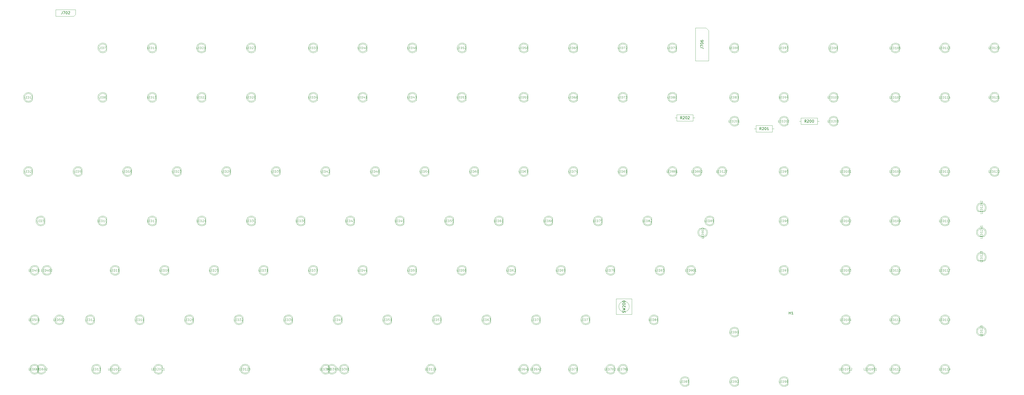
<source format=gbr>
G04 #@! TF.GenerationSoftware,KiCad,Pcbnew,(6.0.11)*
G04 #@! TF.CreationDate,2023-03-19T22:58:01-04:00*
G04 #@! TF.ProjectId,Boston-PCB-V08D,426f7374-6f6e-42d5-9043-422d56303844,rev?*
G04 #@! TF.SameCoordinates,Original*
G04 #@! TF.FileFunction,AssemblyDrawing,Top*
%FSLAX46Y46*%
G04 Gerber Fmt 4.6, Leading zero omitted, Abs format (unit mm)*
G04 Created by KiCad (PCBNEW (6.0.11)) date 2023-03-19 22:58:01*
%MOMM*%
%LPD*%
G01*
G04 APERTURE LIST*
%ADD10C,0.120000*%
%ADD11C,0.150000*%
%ADD12C,0.100000*%
G04 APERTURE END LIST*
D10*
X69470457Y-168641904D02*
X69089504Y-168641904D01*
X69089504Y-167841904D01*
X69737123Y-168222857D02*
X70003790Y-168222857D01*
X70118076Y-168641904D02*
X69737123Y-168641904D01*
X69737123Y-167841904D01*
X70118076Y-167841904D01*
X70460933Y-168641904D02*
X70460933Y-167841904D01*
X70651409Y-167841904D01*
X70765695Y-167880000D01*
X70841885Y-167956190D01*
X70879980Y-168032380D01*
X70918076Y-168184761D01*
X70918076Y-168299047D01*
X70879980Y-168451428D01*
X70841885Y-168527619D01*
X70765695Y-168603809D01*
X70651409Y-168641904D01*
X70460933Y-168641904D01*
X71603790Y-167841904D02*
X71451409Y-167841904D01*
X71375219Y-167880000D01*
X71337123Y-167918095D01*
X71260933Y-168032380D01*
X71222838Y-168184761D01*
X71222838Y-168489523D01*
X71260933Y-168565714D01*
X71299028Y-168603809D01*
X71375219Y-168641904D01*
X71527600Y-168641904D01*
X71603790Y-168603809D01*
X71641885Y-168565714D01*
X71679980Y-168489523D01*
X71679980Y-168299047D01*
X71641885Y-168222857D01*
X71603790Y-168184761D01*
X71527600Y-168146666D01*
X71375219Y-168146666D01*
X71299028Y-168184761D01*
X71260933Y-168222857D01*
X71222838Y-168299047D01*
X72175219Y-167841904D02*
X72251409Y-167841904D01*
X72327600Y-167880000D01*
X72365695Y-167918095D01*
X72403790Y-167994285D01*
X72441885Y-168146666D01*
X72441885Y-168337142D01*
X72403790Y-168489523D01*
X72365695Y-168565714D01*
X72327600Y-168603809D01*
X72251409Y-168641904D01*
X72175219Y-168641904D01*
X72099028Y-168603809D01*
X72060933Y-168565714D01*
X72022838Y-168489523D01*
X71984742Y-168337142D01*
X71984742Y-168146666D01*
X72022838Y-167994285D01*
X72060933Y-167918095D01*
X72099028Y-167880000D01*
X72175219Y-167841904D01*
X72746647Y-167918095D02*
X72784742Y-167880000D01*
X72860933Y-167841904D01*
X73051409Y-167841904D01*
X73127600Y-167880000D01*
X73165695Y-167918095D01*
X73203790Y-167994285D01*
X73203790Y-168070476D01*
X73165695Y-168184761D01*
X72708552Y-168641904D01*
X73203790Y-168641904D01*
X181232857Y-168641904D02*
X180851904Y-168641904D01*
X180851904Y-167841904D01*
X181499523Y-168222857D02*
X181766190Y-168222857D01*
X181880476Y-168641904D02*
X181499523Y-168641904D01*
X181499523Y-167841904D01*
X181880476Y-167841904D01*
X182223333Y-168641904D02*
X182223333Y-167841904D01*
X182413809Y-167841904D01*
X182528095Y-167880000D01*
X182604285Y-167956190D01*
X182642380Y-168032380D01*
X182680476Y-168184761D01*
X182680476Y-168299047D01*
X182642380Y-168451428D01*
X182604285Y-168527619D01*
X182528095Y-168603809D01*
X182413809Y-168641904D01*
X182223333Y-168641904D01*
X182947142Y-167841904D02*
X183442380Y-167841904D01*
X183175714Y-168146666D01*
X183290000Y-168146666D01*
X183366190Y-168184761D01*
X183404285Y-168222857D01*
X183442380Y-168299047D01*
X183442380Y-168489523D01*
X183404285Y-168565714D01*
X183366190Y-168603809D01*
X183290000Y-168641904D01*
X183061428Y-168641904D01*
X182985238Y-168603809D01*
X182947142Y-168565714D01*
X183823333Y-168641904D02*
X183975714Y-168641904D01*
X184051904Y-168603809D01*
X184090000Y-168565714D01*
X184166190Y-168451428D01*
X184204285Y-168299047D01*
X184204285Y-167994285D01*
X184166190Y-167918095D01*
X184128095Y-167880000D01*
X184051904Y-167841904D01*
X183899523Y-167841904D01*
X183823333Y-167880000D01*
X183785238Y-167918095D01*
X183747142Y-167994285D01*
X183747142Y-168184761D01*
X183785238Y-168260952D01*
X183823333Y-168299047D01*
X183899523Y-168337142D01*
X184051904Y-168337142D01*
X184128095Y-168299047D01*
X184166190Y-168260952D01*
X184204285Y-168184761D01*
X184470952Y-167841904D02*
X184966190Y-167841904D01*
X184699523Y-168146666D01*
X184813809Y-168146666D01*
X184890000Y-168184761D01*
X184928095Y-168222857D01*
X184966190Y-168299047D01*
X184966190Y-168489523D01*
X184928095Y-168565714D01*
X184890000Y-168603809D01*
X184813809Y-168641904D01*
X184585238Y-168641904D01*
X184509047Y-168603809D01*
X184470952Y-168565714D01*
X378467857Y-130541904D02*
X378086904Y-130541904D01*
X378086904Y-129741904D01*
X378734523Y-130122857D02*
X379001190Y-130122857D01*
X379115476Y-130541904D02*
X378734523Y-130541904D01*
X378734523Y-129741904D01*
X379115476Y-129741904D01*
X379458333Y-130541904D02*
X379458333Y-129741904D01*
X379648809Y-129741904D01*
X379763095Y-129780000D01*
X379839285Y-129856190D01*
X379877380Y-129932380D01*
X379915476Y-130084761D01*
X379915476Y-130199047D01*
X379877380Y-130351428D01*
X379839285Y-130427619D01*
X379763095Y-130503809D01*
X379648809Y-130541904D01*
X379458333Y-130541904D01*
X380677380Y-130541904D02*
X380220238Y-130541904D01*
X380448809Y-130541904D02*
X380448809Y-129741904D01*
X380372619Y-129856190D01*
X380296428Y-129932380D01*
X380220238Y-129970476D01*
X381172619Y-129741904D02*
X381248809Y-129741904D01*
X381325000Y-129780000D01*
X381363095Y-129818095D01*
X381401190Y-129894285D01*
X381439285Y-130046666D01*
X381439285Y-130237142D01*
X381401190Y-130389523D01*
X381363095Y-130465714D01*
X381325000Y-130503809D01*
X381248809Y-130541904D01*
X381172619Y-130541904D01*
X381096428Y-130503809D01*
X381058333Y-130465714D01*
X381020238Y-130389523D01*
X380982142Y-130237142D01*
X380982142Y-130046666D01*
X381020238Y-129894285D01*
X381058333Y-129818095D01*
X381096428Y-129780000D01*
X381172619Y-129741904D01*
X381705952Y-129741904D02*
X382201190Y-129741904D01*
X381934523Y-130046666D01*
X382048809Y-130046666D01*
X382125000Y-130084761D01*
X382163095Y-130122857D01*
X382201190Y-130199047D01*
X382201190Y-130389523D01*
X382163095Y-130465714D01*
X382125000Y-130503809D01*
X382048809Y-130541904D01*
X381820238Y-130541904D01*
X381744047Y-130503809D01*
X381705952Y-130465714D01*
X178823809Y-92441904D02*
X178442857Y-92441904D01*
X178442857Y-91641904D01*
X179090476Y-92022857D02*
X179357142Y-92022857D01*
X179471428Y-92441904D02*
X179090476Y-92441904D01*
X179090476Y-91641904D01*
X179471428Y-91641904D01*
X179814285Y-92441904D02*
X179814285Y-91641904D01*
X180004761Y-91641904D01*
X180119047Y-91680000D01*
X180195238Y-91756190D01*
X180233333Y-91832380D01*
X180271428Y-91984761D01*
X180271428Y-92099047D01*
X180233333Y-92251428D01*
X180195238Y-92327619D01*
X180119047Y-92403809D01*
X180004761Y-92441904D01*
X179814285Y-92441904D01*
X180957142Y-91908571D02*
X180957142Y-92441904D01*
X180766666Y-91603809D02*
X180576190Y-92175238D01*
X181071428Y-92175238D01*
X181338095Y-91718095D02*
X181376190Y-91680000D01*
X181452380Y-91641904D01*
X181642857Y-91641904D01*
X181719047Y-91680000D01*
X181757142Y-91718095D01*
X181795238Y-91794285D01*
X181795238Y-91870476D01*
X181757142Y-91984761D01*
X181300000Y-92441904D01*
X181795238Y-92441904D01*
X416567857Y-168641904D02*
X416186904Y-168641904D01*
X416186904Y-167841904D01*
X416834523Y-168222857D02*
X417101190Y-168222857D01*
X417215476Y-168641904D02*
X416834523Y-168641904D01*
X416834523Y-167841904D01*
X417215476Y-167841904D01*
X417558333Y-168641904D02*
X417558333Y-167841904D01*
X417748809Y-167841904D01*
X417863095Y-167880000D01*
X417939285Y-167956190D01*
X417977380Y-168032380D01*
X418015476Y-168184761D01*
X418015476Y-168299047D01*
X417977380Y-168451428D01*
X417939285Y-168527619D01*
X417863095Y-168603809D01*
X417748809Y-168641904D01*
X417558333Y-168641904D01*
X418777380Y-168641904D02*
X418320238Y-168641904D01*
X418548809Y-168641904D02*
X418548809Y-167841904D01*
X418472619Y-167956190D01*
X418396428Y-168032380D01*
X418320238Y-168070476D01*
X419539285Y-168641904D02*
X419082142Y-168641904D01*
X419310714Y-168641904D02*
X419310714Y-167841904D01*
X419234523Y-167956190D01*
X419158333Y-168032380D01*
X419082142Y-168070476D01*
X419920238Y-168641904D02*
X420072619Y-168641904D01*
X420148809Y-168603809D01*
X420186904Y-168565714D01*
X420263095Y-168451428D01*
X420301190Y-168299047D01*
X420301190Y-167994285D01*
X420263095Y-167918095D01*
X420225000Y-167880000D01*
X420148809Y-167841904D01*
X419996428Y-167841904D01*
X419920238Y-167880000D01*
X419882142Y-167918095D01*
X419844047Y-167994285D01*
X419844047Y-168184761D01*
X419882142Y-168260952D01*
X419920238Y-168299047D01*
X419996428Y-168337142D01*
X420148809Y-168337142D01*
X420225000Y-168299047D01*
X420263095Y-168260952D01*
X420301190Y-168184761D01*
D11*
X358431595Y-147101880D02*
X358431595Y-146101880D01*
X358431595Y-146578071D02*
X359003023Y-146578071D01*
X359003023Y-147101880D02*
X359003023Y-146101880D01*
X360003023Y-147101880D02*
X359431595Y-147101880D01*
X359717309Y-147101880D02*
X359717309Y-146101880D01*
X359622071Y-146244738D01*
X359526833Y-146339976D01*
X359431595Y-146387595D01*
D10*
X250261309Y-130541904D02*
X249880357Y-130541904D01*
X249880357Y-129741904D01*
X250527976Y-130122857D02*
X250794642Y-130122857D01*
X250908928Y-130541904D02*
X250527976Y-130541904D01*
X250527976Y-129741904D01*
X250908928Y-129741904D01*
X251251785Y-130541904D02*
X251251785Y-129741904D01*
X251442261Y-129741904D01*
X251556547Y-129780000D01*
X251632738Y-129856190D01*
X251670833Y-129932380D01*
X251708928Y-130084761D01*
X251708928Y-130199047D01*
X251670833Y-130351428D01*
X251632738Y-130427619D01*
X251556547Y-130503809D01*
X251442261Y-130541904D01*
X251251785Y-130541904D01*
X252394642Y-129741904D02*
X252242261Y-129741904D01*
X252166071Y-129780000D01*
X252127976Y-129818095D01*
X252051785Y-129932380D01*
X252013690Y-130084761D01*
X252013690Y-130389523D01*
X252051785Y-130465714D01*
X252089880Y-130503809D01*
X252166071Y-130541904D01*
X252318452Y-130541904D01*
X252394642Y-130503809D01*
X252432738Y-130465714D01*
X252470833Y-130389523D01*
X252470833Y-130199047D01*
X252432738Y-130122857D01*
X252394642Y-130084761D01*
X252318452Y-130046666D01*
X252166071Y-130046666D01*
X252089880Y-130084761D01*
X252051785Y-130122857D01*
X252013690Y-130199047D01*
X252775595Y-129818095D02*
X252813690Y-129780000D01*
X252889880Y-129741904D01*
X253080357Y-129741904D01*
X253156547Y-129780000D01*
X253194642Y-129818095D01*
X253232738Y-129894285D01*
X253232738Y-129970476D01*
X253194642Y-130084761D01*
X252737500Y-130541904D01*
X253232738Y-130541904D01*
X66530457Y-168641904D02*
X66149504Y-168641904D01*
X66149504Y-167841904D01*
X66797123Y-168222857D02*
X67063790Y-168222857D01*
X67178076Y-168641904D02*
X66797123Y-168641904D01*
X66797123Y-167841904D01*
X67178076Y-167841904D01*
X67520933Y-168641904D02*
X67520933Y-167841904D01*
X67711409Y-167841904D01*
X67825695Y-167880000D01*
X67901885Y-167956190D01*
X67939980Y-168032380D01*
X67978076Y-168184761D01*
X67978076Y-168299047D01*
X67939980Y-168451428D01*
X67901885Y-168527619D01*
X67825695Y-168603809D01*
X67711409Y-168641904D01*
X67520933Y-168641904D01*
X68663790Y-167841904D02*
X68511409Y-167841904D01*
X68435219Y-167880000D01*
X68397123Y-167918095D01*
X68320933Y-168032380D01*
X68282838Y-168184761D01*
X68282838Y-168489523D01*
X68320933Y-168565714D01*
X68359028Y-168603809D01*
X68435219Y-168641904D01*
X68587600Y-168641904D01*
X68663790Y-168603809D01*
X68701885Y-168565714D01*
X68739980Y-168489523D01*
X68739980Y-168299047D01*
X68701885Y-168222857D01*
X68663790Y-168184761D01*
X68587600Y-168146666D01*
X68435219Y-168146666D01*
X68359028Y-168184761D01*
X68320933Y-168222857D01*
X68282838Y-168299047D01*
X69235219Y-167841904D02*
X69311409Y-167841904D01*
X69387600Y-167880000D01*
X69425695Y-167918095D01*
X69463790Y-167994285D01*
X69501885Y-168146666D01*
X69501885Y-168337142D01*
X69463790Y-168489523D01*
X69425695Y-168565714D01*
X69387600Y-168603809D01*
X69311409Y-168641904D01*
X69235219Y-168641904D01*
X69159028Y-168603809D01*
X69120933Y-168565714D01*
X69082838Y-168489523D01*
X69044742Y-168337142D01*
X69044742Y-168146666D01*
X69082838Y-167994285D01*
X69120933Y-167918095D01*
X69159028Y-167880000D01*
X69235219Y-167841904D01*
X70263790Y-168641904D02*
X69806647Y-168641904D01*
X70035219Y-168641904D02*
X70035219Y-167841904D01*
X69959028Y-167956190D01*
X69882838Y-168032380D01*
X69806647Y-168070476D01*
X235973809Y-92441904D02*
X235592857Y-92441904D01*
X235592857Y-91641904D01*
X236240476Y-92022857D02*
X236507142Y-92022857D01*
X236621428Y-92441904D02*
X236240476Y-92441904D01*
X236240476Y-91641904D01*
X236621428Y-91641904D01*
X236964285Y-92441904D02*
X236964285Y-91641904D01*
X237154761Y-91641904D01*
X237269047Y-91680000D01*
X237345238Y-91756190D01*
X237383333Y-91832380D01*
X237421428Y-91984761D01*
X237421428Y-92099047D01*
X237383333Y-92251428D01*
X237345238Y-92327619D01*
X237269047Y-92403809D01*
X237154761Y-92441904D01*
X236964285Y-92441904D01*
X238107142Y-91641904D02*
X237954761Y-91641904D01*
X237878571Y-91680000D01*
X237840476Y-91718095D01*
X237764285Y-91832380D01*
X237726190Y-91984761D01*
X237726190Y-92289523D01*
X237764285Y-92365714D01*
X237802380Y-92403809D01*
X237878571Y-92441904D01*
X238030952Y-92441904D01*
X238107142Y-92403809D01*
X238145238Y-92365714D01*
X238183333Y-92289523D01*
X238183333Y-92099047D01*
X238145238Y-92022857D01*
X238107142Y-91984761D01*
X238030952Y-91946666D01*
X237878571Y-91946666D01*
X237802380Y-91984761D01*
X237764285Y-92022857D01*
X237726190Y-92099047D01*
X238678571Y-91641904D02*
X238754761Y-91641904D01*
X238830952Y-91680000D01*
X238869047Y-91718095D01*
X238907142Y-91794285D01*
X238945238Y-91946666D01*
X238945238Y-92137142D01*
X238907142Y-92289523D01*
X238869047Y-92365714D01*
X238830952Y-92403809D01*
X238754761Y-92441904D01*
X238678571Y-92441904D01*
X238602380Y-92403809D01*
X238564285Y-92365714D01*
X238526190Y-92289523D01*
X238488095Y-92137142D01*
X238488095Y-91946666D01*
X238526190Y-91794285D01*
X238564285Y-91718095D01*
X238602380Y-91680000D01*
X238678571Y-91641904D01*
X150248809Y-111491904D02*
X149867857Y-111491904D01*
X149867857Y-110691904D01*
X150515476Y-111072857D02*
X150782142Y-111072857D01*
X150896428Y-111491904D02*
X150515476Y-111491904D01*
X150515476Y-110691904D01*
X150896428Y-110691904D01*
X151239285Y-111491904D02*
X151239285Y-110691904D01*
X151429761Y-110691904D01*
X151544047Y-110730000D01*
X151620238Y-110806190D01*
X151658333Y-110882380D01*
X151696428Y-111034761D01*
X151696428Y-111149047D01*
X151658333Y-111301428D01*
X151620238Y-111377619D01*
X151544047Y-111453809D01*
X151429761Y-111491904D01*
X151239285Y-111491904D01*
X151963095Y-110691904D02*
X152458333Y-110691904D01*
X152191666Y-110996666D01*
X152305952Y-110996666D01*
X152382142Y-111034761D01*
X152420238Y-111072857D01*
X152458333Y-111149047D01*
X152458333Y-111339523D01*
X152420238Y-111415714D01*
X152382142Y-111453809D01*
X152305952Y-111491904D01*
X152077380Y-111491904D01*
X152001190Y-111453809D01*
X151963095Y-111415714D01*
X152953571Y-110691904D02*
X153029761Y-110691904D01*
X153105952Y-110730000D01*
X153144047Y-110768095D01*
X153182142Y-110844285D01*
X153220238Y-110996666D01*
X153220238Y-111187142D01*
X153182142Y-111339523D01*
X153144047Y-111415714D01*
X153105952Y-111453809D01*
X153029761Y-111491904D01*
X152953571Y-111491904D01*
X152877380Y-111453809D01*
X152839285Y-111415714D01*
X152801190Y-111339523D01*
X152763095Y-111187142D01*
X152763095Y-110996666D01*
X152801190Y-110844285D01*
X152839285Y-110768095D01*
X152877380Y-110730000D01*
X152953571Y-110691904D01*
X330842857Y-92441904D02*
X330461904Y-92441904D01*
X330461904Y-91641904D01*
X331109523Y-92022857D02*
X331376190Y-92022857D01*
X331490476Y-92441904D02*
X331109523Y-92441904D01*
X331109523Y-91641904D01*
X331490476Y-91641904D01*
X331833333Y-92441904D02*
X331833333Y-91641904D01*
X332023809Y-91641904D01*
X332138095Y-91680000D01*
X332214285Y-91756190D01*
X332252380Y-91832380D01*
X332290476Y-91984761D01*
X332290476Y-92099047D01*
X332252380Y-92251428D01*
X332214285Y-92327619D01*
X332138095Y-92403809D01*
X332023809Y-92441904D01*
X331833333Y-92441904D01*
X333052380Y-92441904D02*
X332595238Y-92441904D01*
X332823809Y-92441904D02*
X332823809Y-91641904D01*
X332747619Y-91756190D01*
X332671428Y-91832380D01*
X332595238Y-91870476D01*
X333357142Y-91718095D02*
X333395238Y-91680000D01*
X333471428Y-91641904D01*
X333661904Y-91641904D01*
X333738095Y-91680000D01*
X333776190Y-91718095D01*
X333814285Y-91794285D01*
X333814285Y-91870476D01*
X333776190Y-91984761D01*
X333319047Y-92441904D01*
X333814285Y-92441904D01*
X334080952Y-91641904D02*
X334614285Y-91641904D01*
X334271428Y-92441904D01*
X164536309Y-149591904D02*
X164155357Y-149591904D01*
X164155357Y-148791904D01*
X164802976Y-149172857D02*
X165069642Y-149172857D01*
X165183928Y-149591904D02*
X164802976Y-149591904D01*
X164802976Y-148791904D01*
X165183928Y-148791904D01*
X165526785Y-149591904D02*
X165526785Y-148791904D01*
X165717261Y-148791904D01*
X165831547Y-148830000D01*
X165907738Y-148906190D01*
X165945833Y-148982380D01*
X165983928Y-149134761D01*
X165983928Y-149249047D01*
X165945833Y-149401428D01*
X165907738Y-149477619D01*
X165831547Y-149553809D01*
X165717261Y-149591904D01*
X165526785Y-149591904D01*
X166250595Y-148791904D02*
X166745833Y-148791904D01*
X166479166Y-149096666D01*
X166593452Y-149096666D01*
X166669642Y-149134761D01*
X166707738Y-149172857D01*
X166745833Y-149249047D01*
X166745833Y-149439523D01*
X166707738Y-149515714D01*
X166669642Y-149553809D01*
X166593452Y-149591904D01*
X166364880Y-149591904D01*
X166288690Y-149553809D01*
X166250595Y-149515714D01*
X167202976Y-149134761D02*
X167126785Y-149096666D01*
X167088690Y-149058571D01*
X167050595Y-148982380D01*
X167050595Y-148944285D01*
X167088690Y-148868095D01*
X167126785Y-148830000D01*
X167202976Y-148791904D01*
X167355357Y-148791904D01*
X167431547Y-148830000D01*
X167469642Y-148868095D01*
X167507738Y-148944285D01*
X167507738Y-148982380D01*
X167469642Y-149058571D01*
X167431547Y-149096666D01*
X167355357Y-149134761D01*
X167202976Y-149134761D01*
X167126785Y-149172857D01*
X167088690Y-149210952D01*
X167050595Y-149287142D01*
X167050595Y-149439523D01*
X167088690Y-149515714D01*
X167126785Y-149553809D01*
X167202976Y-149591904D01*
X167355357Y-149591904D01*
X167431547Y-149553809D01*
X167469642Y-149515714D01*
X167507738Y-149439523D01*
X167507738Y-149287142D01*
X167469642Y-149210952D01*
X167431547Y-149172857D01*
X167355357Y-149134761D01*
X231211309Y-63866904D02*
X230830357Y-63866904D01*
X230830357Y-63066904D01*
X231477976Y-63447857D02*
X231744642Y-63447857D01*
X231858928Y-63866904D02*
X231477976Y-63866904D01*
X231477976Y-63066904D01*
X231858928Y-63066904D01*
X232201785Y-63866904D02*
X232201785Y-63066904D01*
X232392261Y-63066904D01*
X232506547Y-63105000D01*
X232582738Y-63181190D01*
X232620833Y-63257380D01*
X232658928Y-63409761D01*
X232658928Y-63524047D01*
X232620833Y-63676428D01*
X232582738Y-63752619D01*
X232506547Y-63828809D01*
X232392261Y-63866904D01*
X232201785Y-63866904D01*
X233382738Y-63066904D02*
X233001785Y-63066904D01*
X232963690Y-63447857D01*
X233001785Y-63409761D01*
X233077976Y-63371666D01*
X233268452Y-63371666D01*
X233344642Y-63409761D01*
X233382738Y-63447857D01*
X233420833Y-63524047D01*
X233420833Y-63714523D01*
X233382738Y-63790714D01*
X233344642Y-63828809D01*
X233268452Y-63866904D01*
X233077976Y-63866904D01*
X233001785Y-63828809D01*
X232963690Y-63790714D01*
X233687500Y-63066904D02*
X234182738Y-63066904D01*
X233916071Y-63371666D01*
X234030357Y-63371666D01*
X234106547Y-63409761D01*
X234144642Y-63447857D01*
X234182738Y-63524047D01*
X234182738Y-63714523D01*
X234144642Y-63790714D01*
X234106547Y-63828809D01*
X234030357Y-63866904D01*
X233801785Y-63866904D01*
X233725595Y-63828809D01*
X233687500Y-63790714D01*
X335986309Y-154354404D02*
X335605357Y-154354404D01*
X335605357Y-153554404D01*
X336252976Y-153935357D02*
X336519642Y-153935357D01*
X336633928Y-154354404D02*
X336252976Y-154354404D01*
X336252976Y-153554404D01*
X336633928Y-153554404D01*
X336976785Y-154354404D02*
X336976785Y-153554404D01*
X337167261Y-153554404D01*
X337281547Y-153592500D01*
X337357738Y-153668690D01*
X337395833Y-153744880D01*
X337433928Y-153897261D01*
X337433928Y-154011547D01*
X337395833Y-154163928D01*
X337357738Y-154240119D01*
X337281547Y-154316309D01*
X337167261Y-154354404D01*
X336976785Y-154354404D01*
X337814880Y-154354404D02*
X337967261Y-154354404D01*
X338043452Y-154316309D01*
X338081547Y-154278214D01*
X338157738Y-154163928D01*
X338195833Y-154011547D01*
X338195833Y-153706785D01*
X338157738Y-153630595D01*
X338119642Y-153592500D01*
X338043452Y-153554404D01*
X337891071Y-153554404D01*
X337814880Y-153592500D01*
X337776785Y-153630595D01*
X337738690Y-153706785D01*
X337738690Y-153897261D01*
X337776785Y-153973452D01*
X337814880Y-154011547D01*
X337891071Y-154049642D01*
X338043452Y-154049642D01*
X338119642Y-154011547D01*
X338157738Y-153973452D01*
X338195833Y-153897261D01*
X338957738Y-154354404D02*
X338500595Y-154354404D01*
X338729166Y-154354404D02*
X338729166Y-153554404D01*
X338652976Y-153668690D01*
X338576785Y-153744880D01*
X338500595Y-153782976D01*
X416567857Y-92441904D02*
X416186904Y-92441904D01*
X416186904Y-91641904D01*
X416834523Y-92022857D02*
X417101190Y-92022857D01*
X417215476Y-92441904D02*
X416834523Y-92441904D01*
X416834523Y-91641904D01*
X417215476Y-91641904D01*
X417558333Y-92441904D02*
X417558333Y-91641904D01*
X417748809Y-91641904D01*
X417863095Y-91680000D01*
X417939285Y-91756190D01*
X417977380Y-91832380D01*
X418015476Y-91984761D01*
X418015476Y-92099047D01*
X417977380Y-92251428D01*
X417939285Y-92327619D01*
X417863095Y-92403809D01*
X417748809Y-92441904D01*
X417558333Y-92441904D01*
X418777380Y-92441904D02*
X418320238Y-92441904D01*
X418548809Y-92441904D02*
X418548809Y-91641904D01*
X418472619Y-91756190D01*
X418396428Y-91832380D01*
X418320238Y-91870476D01*
X419539285Y-92441904D02*
X419082142Y-92441904D01*
X419310714Y-92441904D02*
X419310714Y-91641904D01*
X419234523Y-91756190D01*
X419158333Y-91832380D01*
X419082142Y-91870476D01*
X420263095Y-91641904D02*
X419882142Y-91641904D01*
X419844047Y-92022857D01*
X419882142Y-91984761D01*
X419958333Y-91946666D01*
X420148809Y-91946666D01*
X420225000Y-91984761D01*
X420263095Y-92022857D01*
X420301190Y-92099047D01*
X420301190Y-92289523D01*
X420263095Y-92365714D01*
X420225000Y-92403809D01*
X420148809Y-92441904D01*
X419958333Y-92441904D01*
X419882142Y-92403809D01*
X419844047Y-92365714D01*
X435617857Y-44791504D02*
X435236904Y-44791504D01*
X435236904Y-43991504D01*
X435884523Y-44372457D02*
X436151190Y-44372457D01*
X436265476Y-44791504D02*
X435884523Y-44791504D01*
X435884523Y-43991504D01*
X436265476Y-43991504D01*
X436608333Y-44791504D02*
X436608333Y-43991504D01*
X436798809Y-43991504D01*
X436913095Y-44029600D01*
X436989285Y-44105790D01*
X437027380Y-44181980D01*
X437065476Y-44334361D01*
X437065476Y-44448647D01*
X437027380Y-44601028D01*
X436989285Y-44677219D01*
X436913095Y-44753409D01*
X436798809Y-44791504D01*
X436608333Y-44791504D01*
X437827380Y-44791504D02*
X437370238Y-44791504D01*
X437598809Y-44791504D02*
X437598809Y-43991504D01*
X437522619Y-44105790D01*
X437446428Y-44181980D01*
X437370238Y-44220076D01*
X438132142Y-44067695D02*
X438170238Y-44029600D01*
X438246428Y-43991504D01*
X438436904Y-43991504D01*
X438513095Y-44029600D01*
X438551190Y-44067695D01*
X438589285Y-44143885D01*
X438589285Y-44220076D01*
X438551190Y-44334361D01*
X438094047Y-44791504D01*
X438589285Y-44791504D01*
X439084523Y-43991504D02*
X439160714Y-43991504D01*
X439236904Y-44029600D01*
X439275000Y-44067695D01*
X439313095Y-44143885D01*
X439351190Y-44296266D01*
X439351190Y-44486742D01*
X439313095Y-44639123D01*
X439275000Y-44715314D01*
X439236904Y-44753409D01*
X439160714Y-44791504D01*
X439084523Y-44791504D01*
X439008333Y-44753409D01*
X438970238Y-44715314D01*
X438932142Y-44639123D01*
X438894047Y-44486742D01*
X438894047Y-44296266D01*
X438932142Y-44143885D01*
X438970238Y-44067695D01*
X439008333Y-44029600D01*
X439084523Y-43991504D01*
X112148809Y-63866904D02*
X111767857Y-63866904D01*
X111767857Y-63066904D01*
X112415476Y-63447857D02*
X112682142Y-63447857D01*
X112796428Y-63866904D02*
X112415476Y-63866904D01*
X112415476Y-63066904D01*
X112796428Y-63066904D01*
X113139285Y-63866904D02*
X113139285Y-63066904D01*
X113329761Y-63066904D01*
X113444047Y-63105000D01*
X113520238Y-63181190D01*
X113558333Y-63257380D01*
X113596428Y-63409761D01*
X113596428Y-63524047D01*
X113558333Y-63676428D01*
X113520238Y-63752619D01*
X113444047Y-63828809D01*
X113329761Y-63866904D01*
X113139285Y-63866904D01*
X114358333Y-63866904D02*
X113901190Y-63866904D01*
X114129761Y-63866904D02*
X114129761Y-63066904D01*
X114053571Y-63181190D01*
X113977380Y-63257380D01*
X113901190Y-63295476D01*
X115082142Y-63066904D02*
X114701190Y-63066904D01*
X114663095Y-63447857D01*
X114701190Y-63409761D01*
X114777380Y-63371666D01*
X114967857Y-63371666D01*
X115044047Y-63409761D01*
X115082142Y-63447857D01*
X115120238Y-63524047D01*
X115120238Y-63714523D01*
X115082142Y-63790714D01*
X115044047Y-63828809D01*
X114967857Y-63866904D01*
X114777380Y-63866904D01*
X114701190Y-63828809D01*
X114663095Y-63790714D01*
X193111309Y-44816904D02*
X192730357Y-44816904D01*
X192730357Y-44016904D01*
X193377976Y-44397857D02*
X193644642Y-44397857D01*
X193758928Y-44816904D02*
X193377976Y-44816904D01*
X193377976Y-44016904D01*
X193758928Y-44016904D01*
X194101785Y-44816904D02*
X194101785Y-44016904D01*
X194292261Y-44016904D01*
X194406547Y-44055000D01*
X194482738Y-44131190D01*
X194520833Y-44207380D01*
X194558928Y-44359761D01*
X194558928Y-44474047D01*
X194520833Y-44626428D01*
X194482738Y-44702619D01*
X194406547Y-44778809D01*
X194292261Y-44816904D01*
X194101785Y-44816904D01*
X195244642Y-44283571D02*
X195244642Y-44816904D01*
X195054166Y-43978809D02*
X194863690Y-44550238D01*
X195358928Y-44550238D01*
X195816071Y-44016904D02*
X195892261Y-44016904D01*
X195968452Y-44055000D01*
X196006547Y-44093095D01*
X196044642Y-44169285D01*
X196082738Y-44321666D01*
X196082738Y-44512142D01*
X196044642Y-44664523D01*
X196006547Y-44740714D01*
X195968452Y-44778809D01*
X195892261Y-44816904D01*
X195816071Y-44816904D01*
X195739880Y-44778809D01*
X195701785Y-44740714D01*
X195663690Y-44664523D01*
X195625595Y-44512142D01*
X195625595Y-44321666D01*
X195663690Y-44169285D01*
X195701785Y-44093095D01*
X195739880Y-44055000D01*
X195816071Y-44016904D01*
X112148809Y-111491904D02*
X111767857Y-111491904D01*
X111767857Y-110691904D01*
X112415476Y-111072857D02*
X112682142Y-111072857D01*
X112796428Y-111491904D02*
X112415476Y-111491904D01*
X112415476Y-110691904D01*
X112796428Y-110691904D01*
X113139285Y-111491904D02*
X113139285Y-110691904D01*
X113329761Y-110691904D01*
X113444047Y-110730000D01*
X113520238Y-110806190D01*
X113558333Y-110882380D01*
X113596428Y-111034761D01*
X113596428Y-111149047D01*
X113558333Y-111301428D01*
X113520238Y-111377619D01*
X113444047Y-111453809D01*
X113329761Y-111491904D01*
X113139285Y-111491904D01*
X114358333Y-111491904D02*
X113901190Y-111491904D01*
X114129761Y-111491904D02*
X114129761Y-110691904D01*
X114053571Y-110806190D01*
X113977380Y-110882380D01*
X113901190Y-110920476D01*
X114625000Y-110691904D02*
X115158333Y-110691904D01*
X114815476Y-111491904D01*
X397517857Y-63892304D02*
X397136904Y-63892304D01*
X397136904Y-63092304D01*
X397784523Y-63473257D02*
X398051190Y-63473257D01*
X398165476Y-63892304D02*
X397784523Y-63892304D01*
X397784523Y-63092304D01*
X398165476Y-63092304D01*
X398508333Y-63892304D02*
X398508333Y-63092304D01*
X398698809Y-63092304D01*
X398813095Y-63130400D01*
X398889285Y-63206590D01*
X398927380Y-63282780D01*
X398965476Y-63435161D01*
X398965476Y-63549447D01*
X398927380Y-63701828D01*
X398889285Y-63778019D01*
X398813095Y-63854209D01*
X398698809Y-63892304D01*
X398508333Y-63892304D01*
X399727380Y-63892304D02*
X399270238Y-63892304D01*
X399498809Y-63892304D02*
X399498809Y-63092304D01*
X399422619Y-63206590D01*
X399346428Y-63282780D01*
X399270238Y-63320876D01*
X400222619Y-63092304D02*
X400298809Y-63092304D01*
X400375000Y-63130400D01*
X400413095Y-63168495D01*
X400451190Y-63244685D01*
X400489285Y-63397066D01*
X400489285Y-63587542D01*
X400451190Y-63739923D01*
X400413095Y-63816114D01*
X400375000Y-63854209D01*
X400298809Y-63892304D01*
X400222619Y-63892304D01*
X400146428Y-63854209D01*
X400108333Y-63816114D01*
X400070238Y-63739923D01*
X400032142Y-63587542D01*
X400032142Y-63397066D01*
X400070238Y-63244685D01*
X400108333Y-63168495D01*
X400146428Y-63130400D01*
X400222619Y-63092304D01*
X400755952Y-63092304D02*
X401289285Y-63092304D01*
X400946428Y-63892304D01*
X416567857Y-44791504D02*
X416186904Y-44791504D01*
X416186904Y-43991504D01*
X416834523Y-44372457D02*
X417101190Y-44372457D01*
X417215476Y-44791504D02*
X416834523Y-44791504D01*
X416834523Y-43991504D01*
X417215476Y-43991504D01*
X417558333Y-44791504D02*
X417558333Y-43991504D01*
X417748809Y-43991504D01*
X417863095Y-44029600D01*
X417939285Y-44105790D01*
X417977380Y-44181980D01*
X418015476Y-44334361D01*
X418015476Y-44448647D01*
X417977380Y-44601028D01*
X417939285Y-44677219D01*
X417863095Y-44753409D01*
X417748809Y-44791504D01*
X417558333Y-44791504D01*
X418777380Y-44791504D02*
X418320238Y-44791504D01*
X418548809Y-44791504D02*
X418548809Y-43991504D01*
X418472619Y-44105790D01*
X418396428Y-44181980D01*
X418320238Y-44220076D01*
X419539285Y-44791504D02*
X419082142Y-44791504D01*
X419310714Y-44791504D02*
X419310714Y-43991504D01*
X419234523Y-44105790D01*
X419158333Y-44181980D01*
X419082142Y-44220076D01*
X419805952Y-43991504D02*
X420301190Y-43991504D01*
X420034523Y-44296266D01*
X420148809Y-44296266D01*
X420225000Y-44334361D01*
X420263095Y-44372457D01*
X420301190Y-44448647D01*
X420301190Y-44639123D01*
X420263095Y-44715314D01*
X420225000Y-44753409D01*
X420148809Y-44791504D01*
X419920238Y-44791504D01*
X419844047Y-44753409D01*
X419805952Y-44715314D01*
X378467857Y-149591904D02*
X378086904Y-149591904D01*
X378086904Y-148791904D01*
X378734523Y-149172857D02*
X379001190Y-149172857D01*
X379115476Y-149591904D02*
X378734523Y-149591904D01*
X378734523Y-148791904D01*
X379115476Y-148791904D01*
X379458333Y-149591904D02*
X379458333Y-148791904D01*
X379648809Y-148791904D01*
X379763095Y-148830000D01*
X379839285Y-148906190D01*
X379877380Y-148982380D01*
X379915476Y-149134761D01*
X379915476Y-149249047D01*
X379877380Y-149401428D01*
X379839285Y-149477619D01*
X379763095Y-149553809D01*
X379648809Y-149591904D01*
X379458333Y-149591904D01*
X380677380Y-149591904D02*
X380220238Y-149591904D01*
X380448809Y-149591904D02*
X380448809Y-148791904D01*
X380372619Y-148906190D01*
X380296428Y-148982380D01*
X380220238Y-149020476D01*
X381172619Y-148791904D02*
X381248809Y-148791904D01*
X381325000Y-148830000D01*
X381363095Y-148868095D01*
X381401190Y-148944285D01*
X381439285Y-149096666D01*
X381439285Y-149287142D01*
X381401190Y-149439523D01*
X381363095Y-149515714D01*
X381325000Y-149553809D01*
X381248809Y-149591904D01*
X381172619Y-149591904D01*
X381096428Y-149553809D01*
X381058333Y-149515714D01*
X381020238Y-149439523D01*
X380982142Y-149287142D01*
X380982142Y-149096666D01*
X381020238Y-148944285D01*
X381058333Y-148868095D01*
X381096428Y-148830000D01*
X381172619Y-148791904D01*
X382125000Y-149058571D02*
X382125000Y-149591904D01*
X381934523Y-148753809D02*
X381744047Y-149325238D01*
X382239285Y-149325238D01*
X274073809Y-168641904D02*
X273692857Y-168641904D01*
X273692857Y-167841904D01*
X274340476Y-168222857D02*
X274607142Y-168222857D01*
X274721428Y-168641904D02*
X274340476Y-168641904D01*
X274340476Y-167841904D01*
X274721428Y-167841904D01*
X275064285Y-168641904D02*
X275064285Y-167841904D01*
X275254761Y-167841904D01*
X275369047Y-167880000D01*
X275445238Y-167956190D01*
X275483333Y-168032380D01*
X275521428Y-168184761D01*
X275521428Y-168299047D01*
X275483333Y-168451428D01*
X275445238Y-168527619D01*
X275369047Y-168603809D01*
X275254761Y-168641904D01*
X275064285Y-168641904D01*
X275788095Y-167841904D02*
X276321428Y-167841904D01*
X275978571Y-168641904D01*
X277045238Y-168641904D02*
X276588095Y-168641904D01*
X276816666Y-168641904D02*
X276816666Y-167841904D01*
X276740476Y-167956190D01*
X276664285Y-168032380D01*
X276588095Y-168070476D01*
X231249409Y-44816904D02*
X230868457Y-44816904D01*
X230868457Y-44016904D01*
X231516076Y-44397857D02*
X231782742Y-44397857D01*
X231897028Y-44816904D02*
X231516076Y-44816904D01*
X231516076Y-44016904D01*
X231897028Y-44016904D01*
X232239885Y-44816904D02*
X232239885Y-44016904D01*
X232430361Y-44016904D01*
X232544647Y-44055000D01*
X232620838Y-44131190D01*
X232658933Y-44207380D01*
X232697028Y-44359761D01*
X232697028Y-44474047D01*
X232658933Y-44626428D01*
X232620838Y-44702619D01*
X232544647Y-44778809D01*
X232430361Y-44816904D01*
X232239885Y-44816904D01*
X233420838Y-44016904D02*
X233039885Y-44016904D01*
X233001790Y-44397857D01*
X233039885Y-44359761D01*
X233116076Y-44321666D01*
X233306552Y-44321666D01*
X233382742Y-44359761D01*
X233420838Y-44397857D01*
X233458933Y-44474047D01*
X233458933Y-44664523D01*
X233420838Y-44740714D01*
X233382742Y-44778809D01*
X233306552Y-44816904D01*
X233116076Y-44816904D01*
X233039885Y-44778809D01*
X233001790Y-44740714D01*
X233763695Y-44093095D02*
X233801790Y-44055000D01*
X233877980Y-44016904D01*
X234068457Y-44016904D01*
X234144647Y-44055000D01*
X234182742Y-44093095D01*
X234220838Y-44169285D01*
X234220838Y-44245476D01*
X234182742Y-44359761D01*
X233725600Y-44816904D01*
X234220838Y-44816904D01*
X432756904Y-107888095D02*
X432756904Y-108269047D01*
X431956904Y-108269047D01*
X432337857Y-107621428D02*
X432337857Y-107354761D01*
X432756904Y-107240476D02*
X432756904Y-107621428D01*
X431956904Y-107621428D01*
X431956904Y-107240476D01*
X432756904Y-106897619D02*
X431956904Y-106897619D01*
X431956904Y-106707142D01*
X431995000Y-106592857D01*
X432071190Y-106516666D01*
X432147380Y-106478571D01*
X432299761Y-106440476D01*
X432414047Y-106440476D01*
X432566428Y-106478571D01*
X432642619Y-106516666D01*
X432718809Y-106592857D01*
X432756904Y-106707142D01*
X432756904Y-106897619D01*
X432756904Y-105678571D02*
X432756904Y-106135714D01*
X432756904Y-105907142D02*
X431956904Y-105907142D01*
X432071190Y-105983333D01*
X432147380Y-106059523D01*
X432185476Y-106135714D01*
X432033095Y-105373809D02*
X431995000Y-105335714D01*
X431956904Y-105259523D01*
X431956904Y-105069047D01*
X431995000Y-104992857D01*
X432033095Y-104954761D01*
X432109285Y-104916666D01*
X432185476Y-104916666D01*
X432299761Y-104954761D01*
X432756904Y-105411904D01*
X432756904Y-104916666D01*
X432223571Y-104230952D02*
X432756904Y-104230952D01*
X431918809Y-104421428D02*
X432490238Y-104611904D01*
X432490238Y-104116666D01*
X432033095Y-103850000D02*
X431995000Y-103811904D01*
X431956904Y-103735714D01*
X431956904Y-103545238D01*
X431995000Y-103469047D01*
X432033095Y-103430952D01*
X432109285Y-103392857D01*
X432185476Y-103392857D01*
X432299761Y-103430952D01*
X432756904Y-103888095D01*
X432756904Y-103392857D01*
X135961309Y-130541904D02*
X135580357Y-130541904D01*
X135580357Y-129741904D01*
X136227976Y-130122857D02*
X136494642Y-130122857D01*
X136608928Y-130541904D02*
X136227976Y-130541904D01*
X136227976Y-129741904D01*
X136608928Y-129741904D01*
X136951785Y-130541904D02*
X136951785Y-129741904D01*
X137142261Y-129741904D01*
X137256547Y-129780000D01*
X137332738Y-129856190D01*
X137370833Y-129932380D01*
X137408928Y-130084761D01*
X137408928Y-130199047D01*
X137370833Y-130351428D01*
X137332738Y-130427619D01*
X137256547Y-130503809D01*
X137142261Y-130541904D01*
X136951785Y-130541904D01*
X137713690Y-129818095D02*
X137751785Y-129780000D01*
X137827976Y-129741904D01*
X138018452Y-129741904D01*
X138094642Y-129780000D01*
X138132738Y-129818095D01*
X138170833Y-129894285D01*
X138170833Y-129970476D01*
X138132738Y-130084761D01*
X137675595Y-130541904D01*
X138170833Y-130541904D01*
X138894642Y-129741904D02*
X138513690Y-129741904D01*
X138475595Y-130122857D01*
X138513690Y-130084761D01*
X138589880Y-130046666D01*
X138780357Y-130046666D01*
X138856547Y-130084761D01*
X138894642Y-130122857D01*
X138932738Y-130199047D01*
X138932738Y-130389523D01*
X138894642Y-130465714D01*
X138856547Y-130503809D01*
X138780357Y-130541904D01*
X138589880Y-130541904D01*
X138513690Y-130503809D01*
X138475595Y-130465714D01*
X207398809Y-111491904D02*
X207017857Y-111491904D01*
X207017857Y-110691904D01*
X207665476Y-111072857D02*
X207932142Y-111072857D01*
X208046428Y-111491904D02*
X207665476Y-111491904D01*
X207665476Y-110691904D01*
X208046428Y-110691904D01*
X208389285Y-111491904D02*
X208389285Y-110691904D01*
X208579761Y-110691904D01*
X208694047Y-110730000D01*
X208770238Y-110806190D01*
X208808333Y-110882380D01*
X208846428Y-111034761D01*
X208846428Y-111149047D01*
X208808333Y-111301428D01*
X208770238Y-111377619D01*
X208694047Y-111453809D01*
X208579761Y-111491904D01*
X208389285Y-111491904D01*
X209532142Y-110958571D02*
X209532142Y-111491904D01*
X209341666Y-110653809D02*
X209151190Y-111225238D01*
X209646428Y-111225238D01*
X209989285Y-111491904D02*
X210141666Y-111491904D01*
X210217857Y-111453809D01*
X210255952Y-111415714D01*
X210332142Y-111301428D01*
X210370238Y-111149047D01*
X210370238Y-110844285D01*
X210332142Y-110768095D01*
X210294047Y-110730000D01*
X210217857Y-110691904D01*
X210065476Y-110691904D01*
X209989285Y-110730000D01*
X209951190Y-110768095D01*
X209913095Y-110844285D01*
X209913095Y-111034761D01*
X209951190Y-111110952D01*
X209989285Y-111149047D01*
X210065476Y-111187142D01*
X210217857Y-111187142D01*
X210294047Y-111149047D01*
X210332142Y-111110952D01*
X210370238Y-111034761D01*
X311787857Y-92424404D02*
X311406904Y-92424404D01*
X311406904Y-91624404D01*
X312054523Y-92005357D02*
X312321190Y-92005357D01*
X312435476Y-92424404D02*
X312054523Y-92424404D01*
X312054523Y-91624404D01*
X312435476Y-91624404D01*
X312778333Y-92424404D02*
X312778333Y-91624404D01*
X312968809Y-91624404D01*
X313083095Y-91662500D01*
X313159285Y-91738690D01*
X313197380Y-91814880D01*
X313235476Y-91967261D01*
X313235476Y-92081547D01*
X313197380Y-92233928D01*
X313159285Y-92310119D01*
X313083095Y-92386309D01*
X312968809Y-92424404D01*
X312778333Y-92424404D01*
X313692619Y-91967261D02*
X313616428Y-91929166D01*
X313578333Y-91891071D01*
X313540238Y-91814880D01*
X313540238Y-91776785D01*
X313578333Y-91700595D01*
X313616428Y-91662500D01*
X313692619Y-91624404D01*
X313845000Y-91624404D01*
X313921190Y-91662500D01*
X313959285Y-91700595D01*
X313997380Y-91776785D01*
X313997380Y-91814880D01*
X313959285Y-91891071D01*
X313921190Y-91929166D01*
X313845000Y-91967261D01*
X313692619Y-91967261D01*
X313616428Y-92005357D01*
X313578333Y-92043452D01*
X313540238Y-92119642D01*
X313540238Y-92272023D01*
X313578333Y-92348214D01*
X313616428Y-92386309D01*
X313692619Y-92424404D01*
X313845000Y-92424404D01*
X313921190Y-92386309D01*
X313959285Y-92348214D01*
X313997380Y-92272023D01*
X313997380Y-92119642D01*
X313959285Y-92043452D01*
X313921190Y-92005357D01*
X313845000Y-91967261D01*
X314454523Y-91967261D02*
X314378333Y-91929166D01*
X314340238Y-91891071D01*
X314302142Y-91814880D01*
X314302142Y-91776785D01*
X314340238Y-91700595D01*
X314378333Y-91662500D01*
X314454523Y-91624404D01*
X314606904Y-91624404D01*
X314683095Y-91662500D01*
X314721190Y-91700595D01*
X314759285Y-91776785D01*
X314759285Y-91814880D01*
X314721190Y-91891071D01*
X314683095Y-91929166D01*
X314606904Y-91967261D01*
X314454523Y-91967261D01*
X314378333Y-92005357D01*
X314340238Y-92043452D01*
X314302142Y-92119642D01*
X314302142Y-92272023D01*
X314340238Y-92348214D01*
X314378333Y-92386309D01*
X314454523Y-92424404D01*
X314606904Y-92424404D01*
X314683095Y-92386309D01*
X314721190Y-92348214D01*
X314759285Y-92272023D01*
X314759285Y-92119642D01*
X314721190Y-92043452D01*
X314683095Y-92005357D01*
X314606904Y-91967261D01*
X315521190Y-92424404D02*
X315064047Y-92424404D01*
X315292619Y-92424404D02*
X315292619Y-91624404D01*
X315216428Y-91738690D01*
X315140238Y-91814880D01*
X315064047Y-91852976D01*
X255023809Y-44816904D02*
X254642857Y-44816904D01*
X254642857Y-44016904D01*
X255290476Y-44397857D02*
X255557142Y-44397857D01*
X255671428Y-44816904D02*
X255290476Y-44816904D01*
X255290476Y-44016904D01*
X255671428Y-44016904D01*
X256014285Y-44816904D02*
X256014285Y-44016904D01*
X256204761Y-44016904D01*
X256319047Y-44055000D01*
X256395238Y-44131190D01*
X256433333Y-44207380D01*
X256471428Y-44359761D01*
X256471428Y-44474047D01*
X256433333Y-44626428D01*
X256395238Y-44702619D01*
X256319047Y-44778809D01*
X256204761Y-44816904D01*
X256014285Y-44816904D01*
X257195238Y-44016904D02*
X256814285Y-44016904D01*
X256776190Y-44397857D01*
X256814285Y-44359761D01*
X256890476Y-44321666D01*
X257080952Y-44321666D01*
X257157142Y-44359761D01*
X257195238Y-44397857D01*
X257233333Y-44474047D01*
X257233333Y-44664523D01*
X257195238Y-44740714D01*
X257157142Y-44778809D01*
X257080952Y-44816904D01*
X256890476Y-44816904D01*
X256814285Y-44778809D01*
X256776190Y-44740714D01*
X257690476Y-44359761D02*
X257614285Y-44321666D01*
X257576190Y-44283571D01*
X257538095Y-44207380D01*
X257538095Y-44169285D01*
X257576190Y-44093095D01*
X257614285Y-44055000D01*
X257690476Y-44016904D01*
X257842857Y-44016904D01*
X257919047Y-44055000D01*
X257957142Y-44093095D01*
X257995238Y-44169285D01*
X257995238Y-44207380D01*
X257957142Y-44283571D01*
X257919047Y-44321666D01*
X257842857Y-44359761D01*
X257690476Y-44359761D01*
X257614285Y-44397857D01*
X257576190Y-44435952D01*
X257538095Y-44512142D01*
X257538095Y-44664523D01*
X257576190Y-44740714D01*
X257614285Y-44778809D01*
X257690476Y-44816904D01*
X257842857Y-44816904D01*
X257919047Y-44778809D01*
X257957142Y-44740714D01*
X257995238Y-44664523D01*
X257995238Y-44512142D01*
X257957142Y-44435952D01*
X257919047Y-44397857D01*
X257842857Y-44359761D01*
X326461309Y-111491904D02*
X326080357Y-111491904D01*
X326080357Y-110691904D01*
X326727976Y-111072857D02*
X326994642Y-111072857D01*
X327108928Y-111491904D02*
X326727976Y-111491904D01*
X326727976Y-110691904D01*
X327108928Y-110691904D01*
X327451785Y-111491904D02*
X327451785Y-110691904D01*
X327642261Y-110691904D01*
X327756547Y-110730000D01*
X327832738Y-110806190D01*
X327870833Y-110882380D01*
X327908928Y-111034761D01*
X327908928Y-111149047D01*
X327870833Y-111301428D01*
X327832738Y-111377619D01*
X327756547Y-111453809D01*
X327642261Y-111491904D01*
X327451785Y-111491904D01*
X328366071Y-111034761D02*
X328289880Y-110996666D01*
X328251785Y-110958571D01*
X328213690Y-110882380D01*
X328213690Y-110844285D01*
X328251785Y-110768095D01*
X328289880Y-110730000D01*
X328366071Y-110691904D01*
X328518452Y-110691904D01*
X328594642Y-110730000D01*
X328632738Y-110768095D01*
X328670833Y-110844285D01*
X328670833Y-110882380D01*
X328632738Y-110958571D01*
X328594642Y-110996666D01*
X328518452Y-111034761D01*
X328366071Y-111034761D01*
X328289880Y-111072857D01*
X328251785Y-111110952D01*
X328213690Y-111187142D01*
X328213690Y-111339523D01*
X328251785Y-111415714D01*
X328289880Y-111453809D01*
X328366071Y-111491904D01*
X328518452Y-111491904D01*
X328594642Y-111453809D01*
X328632738Y-111415714D01*
X328670833Y-111339523D01*
X328670833Y-111187142D01*
X328632738Y-111110952D01*
X328594642Y-111072857D01*
X328518452Y-111034761D01*
X329051785Y-111491904D02*
X329204166Y-111491904D01*
X329280357Y-111453809D01*
X329318452Y-111415714D01*
X329394642Y-111301428D01*
X329432738Y-111149047D01*
X329432738Y-110844285D01*
X329394642Y-110768095D01*
X329356547Y-110730000D01*
X329280357Y-110691904D01*
X329127976Y-110691904D01*
X329051785Y-110730000D01*
X329013690Y-110768095D01*
X328975595Y-110844285D01*
X328975595Y-111034761D01*
X329013690Y-111110952D01*
X329051785Y-111149047D01*
X329127976Y-111187142D01*
X329280357Y-111187142D01*
X329356547Y-111149047D01*
X329394642Y-111110952D01*
X329432738Y-111034761D01*
X64904761Y-92441904D02*
X64523809Y-92441904D01*
X64523809Y-91641904D01*
X65171428Y-92022857D02*
X65438095Y-92022857D01*
X65552380Y-92441904D02*
X65171428Y-92441904D01*
X65171428Y-91641904D01*
X65552380Y-91641904D01*
X65895238Y-92441904D02*
X65895238Y-91641904D01*
X66085714Y-91641904D01*
X66200000Y-91680000D01*
X66276190Y-91756190D01*
X66314285Y-91832380D01*
X66352380Y-91984761D01*
X66352380Y-92099047D01*
X66314285Y-92251428D01*
X66276190Y-92327619D01*
X66200000Y-92403809D01*
X66085714Y-92441904D01*
X65895238Y-92441904D01*
X66657142Y-91718095D02*
X66695238Y-91680000D01*
X66771428Y-91641904D01*
X66961904Y-91641904D01*
X67038095Y-91680000D01*
X67076190Y-91718095D01*
X67114285Y-91794285D01*
X67114285Y-91870476D01*
X67076190Y-91984761D01*
X66619047Y-92441904D01*
X67114285Y-92441904D01*
X355036309Y-111491904D02*
X354655357Y-111491904D01*
X354655357Y-110691904D01*
X355302976Y-111072857D02*
X355569642Y-111072857D01*
X355683928Y-111491904D02*
X355302976Y-111491904D01*
X355302976Y-110691904D01*
X355683928Y-110691904D01*
X356026785Y-111491904D02*
X356026785Y-110691904D01*
X356217261Y-110691904D01*
X356331547Y-110730000D01*
X356407738Y-110806190D01*
X356445833Y-110882380D01*
X356483928Y-111034761D01*
X356483928Y-111149047D01*
X356445833Y-111301428D01*
X356407738Y-111377619D01*
X356331547Y-111453809D01*
X356217261Y-111491904D01*
X356026785Y-111491904D01*
X356864880Y-111491904D02*
X357017261Y-111491904D01*
X357093452Y-111453809D01*
X357131547Y-111415714D01*
X357207738Y-111301428D01*
X357245833Y-111149047D01*
X357245833Y-110844285D01*
X357207738Y-110768095D01*
X357169642Y-110730000D01*
X357093452Y-110691904D01*
X356941071Y-110691904D01*
X356864880Y-110730000D01*
X356826785Y-110768095D01*
X356788690Y-110844285D01*
X356788690Y-111034761D01*
X356826785Y-111110952D01*
X356864880Y-111149047D01*
X356941071Y-111187142D01*
X357093452Y-111187142D01*
X357169642Y-111149047D01*
X357207738Y-111110952D01*
X357245833Y-111034761D01*
X357931547Y-110691904D02*
X357779166Y-110691904D01*
X357702976Y-110730000D01*
X357664880Y-110768095D01*
X357588690Y-110882380D01*
X357550595Y-111034761D01*
X357550595Y-111339523D01*
X357588690Y-111415714D01*
X357626785Y-111453809D01*
X357702976Y-111491904D01*
X357855357Y-111491904D01*
X357931547Y-111453809D01*
X357969642Y-111415714D01*
X358007738Y-111339523D01*
X358007738Y-111149047D01*
X357969642Y-111072857D01*
X357931547Y-111034761D01*
X357855357Y-110996666D01*
X357702976Y-110996666D01*
X357626785Y-111034761D01*
X357588690Y-111072857D01*
X357550595Y-111149047D01*
X88336309Y-149591904D02*
X87955357Y-149591904D01*
X87955357Y-148791904D01*
X88602976Y-149172857D02*
X88869642Y-149172857D01*
X88983928Y-149591904D02*
X88602976Y-149591904D01*
X88602976Y-148791904D01*
X88983928Y-148791904D01*
X89326785Y-149591904D02*
X89326785Y-148791904D01*
X89517261Y-148791904D01*
X89631547Y-148830000D01*
X89707738Y-148906190D01*
X89745833Y-148982380D01*
X89783928Y-149134761D01*
X89783928Y-149249047D01*
X89745833Y-149401428D01*
X89707738Y-149477619D01*
X89631547Y-149553809D01*
X89517261Y-149591904D01*
X89326785Y-149591904D01*
X90545833Y-149591904D02*
X90088690Y-149591904D01*
X90317261Y-149591904D02*
X90317261Y-148791904D01*
X90241071Y-148906190D01*
X90164880Y-148982380D01*
X90088690Y-149020476D01*
X90850595Y-148868095D02*
X90888690Y-148830000D01*
X90964880Y-148791904D01*
X91155357Y-148791904D01*
X91231547Y-148830000D01*
X91269642Y-148868095D01*
X91307738Y-148944285D01*
X91307738Y-149020476D01*
X91269642Y-149134761D01*
X90812500Y-149591904D01*
X91307738Y-149591904D01*
X378467857Y-92441904D02*
X378086904Y-92441904D01*
X378086904Y-91641904D01*
X378734523Y-92022857D02*
X379001190Y-92022857D01*
X379115476Y-92441904D02*
X378734523Y-92441904D01*
X378734523Y-91641904D01*
X379115476Y-91641904D01*
X379458333Y-92441904D02*
X379458333Y-91641904D01*
X379648809Y-91641904D01*
X379763095Y-91680000D01*
X379839285Y-91756190D01*
X379877380Y-91832380D01*
X379915476Y-91984761D01*
X379915476Y-92099047D01*
X379877380Y-92251428D01*
X379839285Y-92327619D01*
X379763095Y-92403809D01*
X379648809Y-92441904D01*
X379458333Y-92441904D01*
X380677380Y-92441904D02*
X380220238Y-92441904D01*
X380448809Y-92441904D02*
X380448809Y-91641904D01*
X380372619Y-91756190D01*
X380296428Y-91832380D01*
X380220238Y-91870476D01*
X381172619Y-91641904D02*
X381248809Y-91641904D01*
X381325000Y-91680000D01*
X381363095Y-91718095D01*
X381401190Y-91794285D01*
X381439285Y-91946666D01*
X381439285Y-92137142D01*
X381401190Y-92289523D01*
X381363095Y-92365714D01*
X381325000Y-92403809D01*
X381248809Y-92441904D01*
X381172619Y-92441904D01*
X381096428Y-92403809D01*
X381058333Y-92365714D01*
X381020238Y-92289523D01*
X380982142Y-92137142D01*
X380982142Y-91946666D01*
X381020238Y-91794285D01*
X381058333Y-91718095D01*
X381096428Y-91680000D01*
X381172619Y-91641904D01*
X382201190Y-92441904D02*
X381744047Y-92441904D01*
X381972619Y-92441904D02*
X381972619Y-91641904D01*
X381896428Y-91756190D01*
X381820238Y-91832380D01*
X381744047Y-91870476D01*
X116911309Y-130541904D02*
X116530357Y-130541904D01*
X116530357Y-129741904D01*
X117177976Y-130122857D02*
X117444642Y-130122857D01*
X117558928Y-130541904D02*
X117177976Y-130541904D01*
X117177976Y-129741904D01*
X117558928Y-129741904D01*
X117901785Y-130541904D02*
X117901785Y-129741904D01*
X118092261Y-129741904D01*
X118206547Y-129780000D01*
X118282738Y-129856190D01*
X118320833Y-129932380D01*
X118358928Y-130084761D01*
X118358928Y-130199047D01*
X118320833Y-130351428D01*
X118282738Y-130427619D01*
X118206547Y-130503809D01*
X118092261Y-130541904D01*
X117901785Y-130541904D01*
X119120833Y-130541904D02*
X118663690Y-130541904D01*
X118892261Y-130541904D02*
X118892261Y-129741904D01*
X118816071Y-129856190D01*
X118739880Y-129932380D01*
X118663690Y-129970476D01*
X119577976Y-130084761D02*
X119501785Y-130046666D01*
X119463690Y-130008571D01*
X119425595Y-129932380D01*
X119425595Y-129894285D01*
X119463690Y-129818095D01*
X119501785Y-129780000D01*
X119577976Y-129741904D01*
X119730357Y-129741904D01*
X119806547Y-129780000D01*
X119844642Y-129818095D01*
X119882738Y-129894285D01*
X119882738Y-129932380D01*
X119844642Y-130008571D01*
X119806547Y-130046666D01*
X119730357Y-130084761D01*
X119577976Y-130084761D01*
X119501785Y-130122857D01*
X119463690Y-130160952D01*
X119425595Y-130237142D01*
X119425595Y-130389523D01*
X119463690Y-130465714D01*
X119501785Y-130503809D01*
X119577976Y-130541904D01*
X119730357Y-130541904D01*
X119806547Y-130503809D01*
X119844642Y-130465714D01*
X119882738Y-130389523D01*
X119882738Y-130237142D01*
X119844642Y-130160952D01*
X119806547Y-130122857D01*
X119730357Y-130084761D01*
X416567857Y-149591904D02*
X416186904Y-149591904D01*
X416186904Y-148791904D01*
X416834523Y-149172857D02*
X417101190Y-149172857D01*
X417215476Y-149591904D02*
X416834523Y-149591904D01*
X416834523Y-148791904D01*
X417215476Y-148791904D01*
X417558333Y-149591904D02*
X417558333Y-148791904D01*
X417748809Y-148791904D01*
X417863095Y-148830000D01*
X417939285Y-148906190D01*
X417977380Y-148982380D01*
X418015476Y-149134761D01*
X418015476Y-149249047D01*
X417977380Y-149401428D01*
X417939285Y-149477619D01*
X417863095Y-149553809D01*
X417748809Y-149591904D01*
X417558333Y-149591904D01*
X418777380Y-149591904D02*
X418320238Y-149591904D01*
X418548809Y-149591904D02*
X418548809Y-148791904D01*
X418472619Y-148906190D01*
X418396428Y-148982380D01*
X418320238Y-149020476D01*
X419539285Y-149591904D02*
X419082142Y-149591904D01*
X419310714Y-149591904D02*
X419310714Y-148791904D01*
X419234523Y-148906190D01*
X419158333Y-148982380D01*
X419082142Y-149020476D01*
X419996428Y-149134761D02*
X419920238Y-149096666D01*
X419882142Y-149058571D01*
X419844047Y-148982380D01*
X419844047Y-148944285D01*
X419882142Y-148868095D01*
X419920238Y-148830000D01*
X419996428Y-148791904D01*
X420148809Y-148791904D01*
X420225000Y-148830000D01*
X420263095Y-148868095D01*
X420301190Y-148944285D01*
X420301190Y-148982380D01*
X420263095Y-149058571D01*
X420225000Y-149096666D01*
X420148809Y-149134761D01*
X419996428Y-149134761D01*
X419920238Y-149172857D01*
X419882142Y-149210952D01*
X419844047Y-149287142D01*
X419844047Y-149439523D01*
X419882142Y-149515714D01*
X419920238Y-149553809D01*
X419996428Y-149591904D01*
X420148809Y-149591904D01*
X420225000Y-149553809D01*
X420263095Y-149515714D01*
X420301190Y-149439523D01*
X420301190Y-149287142D01*
X420263095Y-149210952D01*
X420225000Y-149172857D01*
X420148809Y-149134761D01*
X255023809Y-63866904D02*
X254642857Y-63866904D01*
X254642857Y-63066904D01*
X255290476Y-63447857D02*
X255557142Y-63447857D01*
X255671428Y-63866904D02*
X255290476Y-63866904D01*
X255290476Y-63066904D01*
X255671428Y-63066904D01*
X256014285Y-63866904D02*
X256014285Y-63066904D01*
X256204761Y-63066904D01*
X256319047Y-63105000D01*
X256395238Y-63181190D01*
X256433333Y-63257380D01*
X256471428Y-63409761D01*
X256471428Y-63524047D01*
X256433333Y-63676428D01*
X256395238Y-63752619D01*
X256319047Y-63828809D01*
X256204761Y-63866904D01*
X256014285Y-63866904D01*
X257195238Y-63066904D02*
X256814285Y-63066904D01*
X256776190Y-63447857D01*
X256814285Y-63409761D01*
X256890476Y-63371666D01*
X257080952Y-63371666D01*
X257157142Y-63409761D01*
X257195238Y-63447857D01*
X257233333Y-63524047D01*
X257233333Y-63714523D01*
X257195238Y-63790714D01*
X257157142Y-63828809D01*
X257080952Y-63866904D01*
X256890476Y-63866904D01*
X256814285Y-63828809D01*
X256776190Y-63790714D01*
X257614285Y-63866904D02*
X257766666Y-63866904D01*
X257842857Y-63828809D01*
X257880952Y-63790714D01*
X257957142Y-63676428D01*
X257995238Y-63524047D01*
X257995238Y-63219285D01*
X257957142Y-63143095D01*
X257919047Y-63105000D01*
X257842857Y-63066904D01*
X257690476Y-63066904D01*
X257614285Y-63105000D01*
X257576190Y-63143095D01*
X257538095Y-63219285D01*
X257538095Y-63409761D01*
X257576190Y-63485952D01*
X257614285Y-63524047D01*
X257690476Y-63562142D01*
X257842857Y-63562142D01*
X257919047Y-63524047D01*
X257957142Y-63485952D01*
X257995238Y-63409761D01*
X312173809Y-63861904D02*
X311792857Y-63861904D01*
X311792857Y-63061904D01*
X312440476Y-63442857D02*
X312707142Y-63442857D01*
X312821428Y-63861904D02*
X312440476Y-63861904D01*
X312440476Y-63061904D01*
X312821428Y-63061904D01*
X313164285Y-63861904D02*
X313164285Y-63061904D01*
X313354761Y-63061904D01*
X313469047Y-63100000D01*
X313545238Y-63176190D01*
X313583333Y-63252380D01*
X313621428Y-63404761D01*
X313621428Y-63519047D01*
X313583333Y-63671428D01*
X313545238Y-63747619D01*
X313469047Y-63823809D01*
X313354761Y-63861904D01*
X313164285Y-63861904D01*
X314078571Y-63404761D02*
X314002380Y-63366666D01*
X313964285Y-63328571D01*
X313926190Y-63252380D01*
X313926190Y-63214285D01*
X313964285Y-63138095D01*
X314002380Y-63100000D01*
X314078571Y-63061904D01*
X314230952Y-63061904D01*
X314307142Y-63100000D01*
X314345238Y-63138095D01*
X314383333Y-63214285D01*
X314383333Y-63252380D01*
X314345238Y-63328571D01*
X314307142Y-63366666D01*
X314230952Y-63404761D01*
X314078571Y-63404761D01*
X314002380Y-63442857D01*
X313964285Y-63480952D01*
X313926190Y-63557142D01*
X313926190Y-63709523D01*
X313964285Y-63785714D01*
X314002380Y-63823809D01*
X314078571Y-63861904D01*
X314230952Y-63861904D01*
X314307142Y-63823809D01*
X314345238Y-63785714D01*
X314383333Y-63709523D01*
X314383333Y-63557142D01*
X314345238Y-63480952D01*
X314307142Y-63442857D01*
X314230952Y-63404761D01*
X314878571Y-63061904D02*
X314954761Y-63061904D01*
X315030952Y-63100000D01*
X315069047Y-63138095D01*
X315107142Y-63214285D01*
X315145238Y-63366666D01*
X315145238Y-63557142D01*
X315107142Y-63709523D01*
X315069047Y-63785714D01*
X315030952Y-63823809D01*
X314954761Y-63861904D01*
X314878571Y-63861904D01*
X314802380Y-63823809D01*
X314764285Y-63785714D01*
X314726190Y-63709523D01*
X314688095Y-63557142D01*
X314688095Y-63366666D01*
X314726190Y-63214285D01*
X314764285Y-63138095D01*
X314802380Y-63100000D01*
X314878571Y-63061904D01*
X435617857Y-63841504D02*
X435236904Y-63841504D01*
X435236904Y-63041504D01*
X435884523Y-63422457D02*
X436151190Y-63422457D01*
X436265476Y-63841504D02*
X435884523Y-63841504D01*
X435884523Y-63041504D01*
X436265476Y-63041504D01*
X436608333Y-63841504D02*
X436608333Y-63041504D01*
X436798809Y-63041504D01*
X436913095Y-63079600D01*
X436989285Y-63155790D01*
X437027380Y-63231980D01*
X437065476Y-63384361D01*
X437065476Y-63498647D01*
X437027380Y-63651028D01*
X436989285Y-63727219D01*
X436913095Y-63803409D01*
X436798809Y-63841504D01*
X436608333Y-63841504D01*
X437827380Y-63841504D02*
X437370238Y-63841504D01*
X437598809Y-63841504D02*
X437598809Y-63041504D01*
X437522619Y-63155790D01*
X437446428Y-63231980D01*
X437370238Y-63270076D01*
X438132142Y-63117695D02*
X438170238Y-63079600D01*
X438246428Y-63041504D01*
X438436904Y-63041504D01*
X438513095Y-63079600D01*
X438551190Y-63117695D01*
X438589285Y-63193885D01*
X438589285Y-63270076D01*
X438551190Y-63384361D01*
X438094047Y-63841504D01*
X438589285Y-63841504D01*
X439351190Y-63841504D02*
X438894047Y-63841504D01*
X439122619Y-63841504D02*
X439122619Y-63041504D01*
X439046428Y-63155790D01*
X438970238Y-63231980D01*
X438894047Y-63270076D01*
X335605357Y-73074404D02*
X335224404Y-73074404D01*
X335224404Y-72274404D01*
X335872023Y-72655357D02*
X336138690Y-72655357D01*
X336252976Y-73074404D02*
X335872023Y-73074404D01*
X335872023Y-72274404D01*
X336252976Y-72274404D01*
X336595833Y-73074404D02*
X336595833Y-72274404D01*
X336786309Y-72274404D01*
X336900595Y-72312500D01*
X336976785Y-72388690D01*
X337014880Y-72464880D01*
X337052976Y-72617261D01*
X337052976Y-72731547D01*
X337014880Y-72883928D01*
X336976785Y-72960119D01*
X336900595Y-73036309D01*
X336786309Y-73074404D01*
X336595833Y-73074404D01*
X337357738Y-72350595D02*
X337395833Y-72312500D01*
X337472023Y-72274404D01*
X337662500Y-72274404D01*
X337738690Y-72312500D01*
X337776785Y-72350595D01*
X337814880Y-72426785D01*
X337814880Y-72502976D01*
X337776785Y-72617261D01*
X337319642Y-73074404D01*
X337814880Y-73074404D01*
X338310119Y-72274404D02*
X338386309Y-72274404D01*
X338462500Y-72312500D01*
X338500595Y-72350595D01*
X338538690Y-72426785D01*
X338576785Y-72579166D01*
X338576785Y-72769642D01*
X338538690Y-72922023D01*
X338500595Y-72998214D01*
X338462500Y-73036309D01*
X338386309Y-73074404D01*
X338310119Y-73074404D01*
X338233928Y-73036309D01*
X338195833Y-72998214D01*
X338157738Y-72922023D01*
X338119642Y-72769642D01*
X338119642Y-72579166D01*
X338157738Y-72426785D01*
X338195833Y-72350595D01*
X338233928Y-72312500D01*
X338310119Y-72274404D01*
X339338690Y-73074404D02*
X338881547Y-73074404D01*
X339110119Y-73074404D02*
X339110119Y-72274404D01*
X339033928Y-72388690D01*
X338957738Y-72464880D01*
X338881547Y-72502976D01*
X432756904Y-117413095D02*
X432756904Y-117794047D01*
X431956904Y-117794047D01*
X432337857Y-117146428D02*
X432337857Y-116879761D01*
X432756904Y-116765476D02*
X432756904Y-117146428D01*
X431956904Y-117146428D01*
X431956904Y-116765476D01*
X432756904Y-116422619D02*
X431956904Y-116422619D01*
X431956904Y-116232142D01*
X431995000Y-116117857D01*
X432071190Y-116041666D01*
X432147380Y-116003571D01*
X432299761Y-115965476D01*
X432414047Y-115965476D01*
X432566428Y-116003571D01*
X432642619Y-116041666D01*
X432718809Y-116117857D01*
X432756904Y-116232142D01*
X432756904Y-116422619D01*
X432756904Y-115203571D02*
X432756904Y-115660714D01*
X432756904Y-115432142D02*
X431956904Y-115432142D01*
X432071190Y-115508333D01*
X432147380Y-115584523D01*
X432185476Y-115660714D01*
X432033095Y-114898809D02*
X431995000Y-114860714D01*
X431956904Y-114784523D01*
X431956904Y-114594047D01*
X431995000Y-114517857D01*
X432033095Y-114479761D01*
X432109285Y-114441666D01*
X432185476Y-114441666D01*
X432299761Y-114479761D01*
X432756904Y-114936904D01*
X432756904Y-114441666D01*
X432223571Y-113755952D02*
X432756904Y-113755952D01*
X431918809Y-113946428D02*
X432490238Y-114136904D01*
X432490238Y-113641666D01*
X432756904Y-112917857D02*
X432756904Y-113375000D01*
X432756904Y-113146428D02*
X431956904Y-113146428D01*
X432071190Y-113222619D01*
X432147380Y-113298809D01*
X432185476Y-113375000D01*
X216923809Y-92441904D02*
X216542857Y-92441904D01*
X216542857Y-91641904D01*
X217190476Y-92022857D02*
X217457142Y-92022857D01*
X217571428Y-92441904D02*
X217190476Y-92441904D01*
X217190476Y-91641904D01*
X217571428Y-91641904D01*
X217914285Y-92441904D02*
X217914285Y-91641904D01*
X218104761Y-91641904D01*
X218219047Y-91680000D01*
X218295238Y-91756190D01*
X218333333Y-91832380D01*
X218371428Y-91984761D01*
X218371428Y-92099047D01*
X218333333Y-92251428D01*
X218295238Y-92327619D01*
X218219047Y-92403809D01*
X218104761Y-92441904D01*
X217914285Y-92441904D01*
X219095238Y-91641904D02*
X218714285Y-91641904D01*
X218676190Y-92022857D01*
X218714285Y-91984761D01*
X218790476Y-91946666D01*
X218980952Y-91946666D01*
X219057142Y-91984761D01*
X219095238Y-92022857D01*
X219133333Y-92099047D01*
X219133333Y-92289523D01*
X219095238Y-92365714D01*
X219057142Y-92403809D01*
X218980952Y-92441904D01*
X218790476Y-92441904D01*
X218714285Y-92403809D01*
X218676190Y-92365714D01*
X219819047Y-91908571D02*
X219819047Y-92441904D01*
X219628571Y-91603809D02*
X219438095Y-92175238D01*
X219933333Y-92175238D01*
X66524107Y-130541904D02*
X66143154Y-130541904D01*
X66143154Y-129741904D01*
X66790773Y-130122857D02*
X67057440Y-130122857D01*
X67171726Y-130541904D02*
X66790773Y-130541904D01*
X66790773Y-129741904D01*
X67171726Y-129741904D01*
X67514583Y-130541904D02*
X67514583Y-129741904D01*
X67705059Y-129741904D01*
X67819345Y-129780000D01*
X67895535Y-129856190D01*
X67933630Y-129932380D01*
X67971726Y-130084761D01*
X67971726Y-130199047D01*
X67933630Y-130351428D01*
X67895535Y-130427619D01*
X67819345Y-130503809D01*
X67705059Y-130541904D01*
X67514583Y-130541904D01*
X68657440Y-130008571D02*
X68657440Y-130541904D01*
X68466964Y-129703809D02*
X68276488Y-130275238D01*
X68771726Y-130275238D01*
X69228869Y-129741904D02*
X69305059Y-129741904D01*
X69381250Y-129780000D01*
X69419345Y-129818095D01*
X69457440Y-129894285D01*
X69495535Y-130046666D01*
X69495535Y-130237142D01*
X69457440Y-130389523D01*
X69419345Y-130465714D01*
X69381250Y-130503809D01*
X69305059Y-130541904D01*
X69228869Y-130541904D01*
X69152678Y-130503809D01*
X69114583Y-130465714D01*
X69076488Y-130389523D01*
X69038392Y-130237142D01*
X69038392Y-130046666D01*
X69076488Y-129894285D01*
X69114583Y-129818095D01*
X69152678Y-129780000D01*
X69228869Y-129741904D01*
X70257440Y-130541904D02*
X69800297Y-130541904D01*
X70028869Y-130541904D02*
X70028869Y-129741904D01*
X69952678Y-129856190D01*
X69876488Y-129932380D01*
X69800297Y-129970476D01*
X112148809Y-44816904D02*
X111767857Y-44816904D01*
X111767857Y-44016904D01*
X112415476Y-44397857D02*
X112682142Y-44397857D01*
X112796428Y-44816904D02*
X112415476Y-44816904D01*
X112415476Y-44016904D01*
X112796428Y-44016904D01*
X113139285Y-44816904D02*
X113139285Y-44016904D01*
X113329761Y-44016904D01*
X113444047Y-44055000D01*
X113520238Y-44131190D01*
X113558333Y-44207380D01*
X113596428Y-44359761D01*
X113596428Y-44474047D01*
X113558333Y-44626428D01*
X113520238Y-44702619D01*
X113444047Y-44778809D01*
X113329761Y-44816904D01*
X113139285Y-44816904D01*
X114358333Y-44816904D02*
X113901190Y-44816904D01*
X114129761Y-44816904D02*
X114129761Y-44016904D01*
X114053571Y-44131190D01*
X113977380Y-44207380D01*
X113901190Y-44245476D01*
X115044047Y-44283571D02*
X115044047Y-44816904D01*
X114853571Y-43978809D02*
X114663095Y-44550238D01*
X115158333Y-44550238D01*
X432756904Y-155132142D02*
X432756904Y-155513095D01*
X431956904Y-155513095D01*
X432337857Y-154865476D02*
X432337857Y-154598809D01*
X432756904Y-154484523D02*
X432756904Y-154865476D01*
X431956904Y-154865476D01*
X431956904Y-154484523D01*
X432756904Y-154141666D02*
X431956904Y-154141666D01*
X431956904Y-153951190D01*
X431995000Y-153836904D01*
X432071190Y-153760714D01*
X432147380Y-153722619D01*
X432299761Y-153684523D01*
X432414047Y-153684523D01*
X432566428Y-153722619D01*
X432642619Y-153760714D01*
X432718809Y-153836904D01*
X432756904Y-153951190D01*
X432756904Y-154141666D01*
X432756904Y-152922619D02*
X432756904Y-153379761D01*
X432756904Y-153151190D02*
X431956904Y-153151190D01*
X432071190Y-153227380D01*
X432147380Y-153303571D01*
X432185476Y-153379761D01*
X432033095Y-152617857D02*
X431995000Y-152579761D01*
X431956904Y-152503571D01*
X431956904Y-152313095D01*
X431995000Y-152236904D01*
X432033095Y-152198809D01*
X432109285Y-152160714D01*
X432185476Y-152160714D01*
X432299761Y-152198809D01*
X432756904Y-152655952D01*
X432756904Y-152160714D01*
X431956904Y-151436904D02*
X431956904Y-151817857D01*
X432337857Y-151855952D01*
X432299761Y-151817857D01*
X432261666Y-151741666D01*
X432261666Y-151551190D01*
X432299761Y-151475000D01*
X432337857Y-151436904D01*
X432414047Y-151398809D01*
X432604523Y-151398809D01*
X432680714Y-151436904D01*
X432718809Y-151475000D01*
X432756904Y-151551190D01*
X432756904Y-151741666D01*
X432718809Y-151817857D01*
X432680714Y-151855952D01*
X150248809Y-44816904D02*
X149867857Y-44816904D01*
X149867857Y-44016904D01*
X150515476Y-44397857D02*
X150782142Y-44397857D01*
X150896428Y-44816904D02*
X150515476Y-44816904D01*
X150515476Y-44016904D01*
X150896428Y-44016904D01*
X151239285Y-44816904D02*
X151239285Y-44016904D01*
X151429761Y-44016904D01*
X151544047Y-44055000D01*
X151620238Y-44131190D01*
X151658333Y-44207380D01*
X151696428Y-44359761D01*
X151696428Y-44474047D01*
X151658333Y-44626428D01*
X151620238Y-44702619D01*
X151544047Y-44778809D01*
X151429761Y-44816904D01*
X151239285Y-44816904D01*
X152001190Y-44093095D02*
X152039285Y-44055000D01*
X152115476Y-44016904D01*
X152305952Y-44016904D01*
X152382142Y-44055000D01*
X152420238Y-44093095D01*
X152458333Y-44169285D01*
X152458333Y-44245476D01*
X152420238Y-44359761D01*
X151963095Y-44816904D01*
X152458333Y-44816904D01*
X152725000Y-44016904D02*
X153258333Y-44016904D01*
X152915476Y-44816904D01*
X202636309Y-149591904D02*
X202255357Y-149591904D01*
X202255357Y-148791904D01*
X202902976Y-149172857D02*
X203169642Y-149172857D01*
X203283928Y-149591904D02*
X202902976Y-149591904D01*
X202902976Y-148791904D01*
X203283928Y-148791904D01*
X203626785Y-149591904D02*
X203626785Y-148791904D01*
X203817261Y-148791904D01*
X203931547Y-148830000D01*
X204007738Y-148906190D01*
X204045833Y-148982380D01*
X204083928Y-149134761D01*
X204083928Y-149249047D01*
X204045833Y-149401428D01*
X204007738Y-149477619D01*
X203931547Y-149553809D01*
X203817261Y-149591904D01*
X203626785Y-149591904D01*
X204807738Y-148791904D02*
X204426785Y-148791904D01*
X204388690Y-149172857D01*
X204426785Y-149134761D01*
X204502976Y-149096666D01*
X204693452Y-149096666D01*
X204769642Y-149134761D01*
X204807738Y-149172857D01*
X204845833Y-149249047D01*
X204845833Y-149439523D01*
X204807738Y-149515714D01*
X204769642Y-149553809D01*
X204693452Y-149591904D01*
X204502976Y-149591904D01*
X204426785Y-149553809D01*
X204388690Y-149515714D01*
X205607738Y-149591904D02*
X205150595Y-149591904D01*
X205379166Y-149591904D02*
X205379166Y-148791904D01*
X205302976Y-148906190D01*
X205226785Y-148982380D01*
X205150595Y-149020476D01*
X212161309Y-44816904D02*
X211780357Y-44816904D01*
X211780357Y-44016904D01*
X212427976Y-44397857D02*
X212694642Y-44397857D01*
X212808928Y-44816904D02*
X212427976Y-44816904D01*
X212427976Y-44016904D01*
X212808928Y-44016904D01*
X213151785Y-44816904D02*
X213151785Y-44016904D01*
X213342261Y-44016904D01*
X213456547Y-44055000D01*
X213532738Y-44131190D01*
X213570833Y-44207380D01*
X213608928Y-44359761D01*
X213608928Y-44474047D01*
X213570833Y-44626428D01*
X213532738Y-44702619D01*
X213456547Y-44778809D01*
X213342261Y-44816904D01*
X213151785Y-44816904D01*
X214294642Y-44283571D02*
X214294642Y-44816904D01*
X214104166Y-43978809D02*
X213913690Y-44550238D01*
X214408928Y-44550238D01*
X215056547Y-44016904D02*
X214904166Y-44016904D01*
X214827976Y-44055000D01*
X214789880Y-44093095D01*
X214713690Y-44207380D01*
X214675595Y-44359761D01*
X214675595Y-44664523D01*
X214713690Y-44740714D01*
X214751785Y-44778809D01*
X214827976Y-44816904D01*
X214980357Y-44816904D01*
X215056547Y-44778809D01*
X215094642Y-44740714D01*
X215132738Y-44664523D01*
X215132738Y-44474047D01*
X215094642Y-44397857D01*
X215056547Y-44359761D01*
X214980357Y-44321666D01*
X214827976Y-44321666D01*
X214751785Y-44359761D01*
X214713690Y-44397857D01*
X214675595Y-44474047D01*
X102623809Y-92441904D02*
X102242857Y-92441904D01*
X102242857Y-91641904D01*
X102890476Y-92022857D02*
X103157142Y-92022857D01*
X103271428Y-92441904D02*
X102890476Y-92441904D01*
X102890476Y-91641904D01*
X103271428Y-91641904D01*
X103614285Y-92441904D02*
X103614285Y-91641904D01*
X103804761Y-91641904D01*
X103919047Y-91680000D01*
X103995238Y-91756190D01*
X104033333Y-91832380D01*
X104071428Y-91984761D01*
X104071428Y-92099047D01*
X104033333Y-92251428D01*
X103995238Y-92327619D01*
X103919047Y-92403809D01*
X103804761Y-92441904D01*
X103614285Y-92441904D01*
X104833333Y-92441904D02*
X104376190Y-92441904D01*
X104604761Y-92441904D02*
X104604761Y-91641904D01*
X104528571Y-91756190D01*
X104452380Y-91832380D01*
X104376190Y-91870476D01*
X105519047Y-91641904D02*
X105366666Y-91641904D01*
X105290476Y-91680000D01*
X105252380Y-91718095D01*
X105176190Y-91832380D01*
X105138095Y-91984761D01*
X105138095Y-92289523D01*
X105176190Y-92365714D01*
X105214285Y-92403809D01*
X105290476Y-92441904D01*
X105442857Y-92441904D01*
X105519047Y-92403809D01*
X105557142Y-92365714D01*
X105595238Y-92289523D01*
X105595238Y-92099047D01*
X105557142Y-92022857D01*
X105519047Y-91984761D01*
X105442857Y-91946666D01*
X105290476Y-91946666D01*
X105214285Y-91984761D01*
X105176190Y-92022857D01*
X105138095Y-92099047D01*
X293123809Y-63866904D02*
X292742857Y-63866904D01*
X292742857Y-63066904D01*
X293390476Y-63447857D02*
X293657142Y-63447857D01*
X293771428Y-63866904D02*
X293390476Y-63866904D01*
X293390476Y-63066904D01*
X293771428Y-63066904D01*
X294114285Y-63866904D02*
X294114285Y-63066904D01*
X294304761Y-63066904D01*
X294419047Y-63105000D01*
X294495238Y-63181190D01*
X294533333Y-63257380D01*
X294571428Y-63409761D01*
X294571428Y-63524047D01*
X294533333Y-63676428D01*
X294495238Y-63752619D01*
X294419047Y-63828809D01*
X294304761Y-63866904D01*
X294114285Y-63866904D01*
X294838095Y-63066904D02*
X295371428Y-63066904D01*
X295028571Y-63866904D01*
X295600000Y-63066904D02*
X296095238Y-63066904D01*
X295828571Y-63371666D01*
X295942857Y-63371666D01*
X296019047Y-63409761D01*
X296057142Y-63447857D01*
X296095238Y-63524047D01*
X296095238Y-63714523D01*
X296057142Y-63790714D01*
X296019047Y-63828809D01*
X295942857Y-63866904D01*
X295714285Y-63866904D01*
X295638095Y-63828809D01*
X295600000Y-63790714D01*
D11*
X347770952Y-76052380D02*
X347437619Y-75576190D01*
X347199523Y-76052380D02*
X347199523Y-75052380D01*
X347580476Y-75052380D01*
X347675714Y-75100000D01*
X347723333Y-75147619D01*
X347770952Y-75242857D01*
X347770952Y-75385714D01*
X347723333Y-75480952D01*
X347675714Y-75528571D01*
X347580476Y-75576190D01*
X347199523Y-75576190D01*
X348151904Y-75147619D02*
X348199523Y-75100000D01*
X348294761Y-75052380D01*
X348532857Y-75052380D01*
X348628095Y-75100000D01*
X348675714Y-75147619D01*
X348723333Y-75242857D01*
X348723333Y-75338095D01*
X348675714Y-75480952D01*
X348104285Y-76052380D01*
X348723333Y-76052380D01*
X349342380Y-75052380D02*
X349437619Y-75052380D01*
X349532857Y-75100000D01*
X349580476Y-75147619D01*
X349628095Y-75242857D01*
X349675714Y-75433333D01*
X349675714Y-75671428D01*
X349628095Y-75861904D01*
X349580476Y-75957142D01*
X349532857Y-76004761D01*
X349437619Y-76052380D01*
X349342380Y-76052380D01*
X349247142Y-76004761D01*
X349199523Y-75957142D01*
X349151904Y-75861904D01*
X349104285Y-75671428D01*
X349104285Y-75433333D01*
X349151904Y-75242857D01*
X349199523Y-75147619D01*
X349247142Y-75100000D01*
X349342380Y-75052380D01*
X350628095Y-76052380D02*
X350056666Y-76052380D01*
X350342380Y-76052380D02*
X350342380Y-75052380D01*
X350247142Y-75195238D01*
X350151904Y-75290476D01*
X350056666Y-75338095D01*
D10*
X335999009Y-44816904D02*
X335618057Y-44816904D01*
X335618057Y-44016904D01*
X336265676Y-44397857D02*
X336532342Y-44397857D01*
X336646628Y-44816904D02*
X336265676Y-44816904D01*
X336265676Y-44016904D01*
X336646628Y-44016904D01*
X336989485Y-44816904D02*
X336989485Y-44016904D01*
X337179961Y-44016904D01*
X337294247Y-44055000D01*
X337370438Y-44131190D01*
X337408533Y-44207380D01*
X337446628Y-44359761D01*
X337446628Y-44474047D01*
X337408533Y-44626428D01*
X337370438Y-44702619D01*
X337294247Y-44778809D01*
X337179961Y-44816904D01*
X336989485Y-44816904D01*
X337903771Y-44359761D02*
X337827580Y-44321666D01*
X337789485Y-44283571D01*
X337751390Y-44207380D01*
X337751390Y-44169285D01*
X337789485Y-44093095D01*
X337827580Y-44055000D01*
X337903771Y-44016904D01*
X338056152Y-44016904D01*
X338132342Y-44055000D01*
X338170438Y-44093095D01*
X338208533Y-44169285D01*
X338208533Y-44207380D01*
X338170438Y-44283571D01*
X338132342Y-44321666D01*
X338056152Y-44359761D01*
X337903771Y-44359761D01*
X337827580Y-44397857D01*
X337789485Y-44435952D01*
X337751390Y-44512142D01*
X337751390Y-44664523D01*
X337789485Y-44740714D01*
X337827580Y-44778809D01*
X337903771Y-44816904D01*
X338056152Y-44816904D01*
X338132342Y-44778809D01*
X338170438Y-44740714D01*
X338208533Y-44664523D01*
X338208533Y-44512142D01*
X338170438Y-44435952D01*
X338132342Y-44397857D01*
X338056152Y-44359761D01*
X338894247Y-44016904D02*
X338741866Y-44016904D01*
X338665676Y-44055000D01*
X338627580Y-44093095D01*
X338551390Y-44207380D01*
X338513295Y-44359761D01*
X338513295Y-44664523D01*
X338551390Y-44740714D01*
X338589485Y-44778809D01*
X338665676Y-44816904D01*
X338818057Y-44816904D01*
X338894247Y-44778809D01*
X338932342Y-44740714D01*
X338970438Y-44664523D01*
X338970438Y-44474047D01*
X338932342Y-44397857D01*
X338894247Y-44359761D01*
X338818057Y-44321666D01*
X338665676Y-44321666D01*
X338589485Y-44359761D01*
X338551390Y-44397857D01*
X338513295Y-44474047D01*
X197873809Y-92441904D02*
X197492857Y-92441904D01*
X197492857Y-91641904D01*
X198140476Y-92022857D02*
X198407142Y-92022857D01*
X198521428Y-92441904D02*
X198140476Y-92441904D01*
X198140476Y-91641904D01*
X198521428Y-91641904D01*
X198864285Y-92441904D02*
X198864285Y-91641904D01*
X199054761Y-91641904D01*
X199169047Y-91680000D01*
X199245238Y-91756190D01*
X199283333Y-91832380D01*
X199321428Y-91984761D01*
X199321428Y-92099047D01*
X199283333Y-92251428D01*
X199245238Y-92327619D01*
X199169047Y-92403809D01*
X199054761Y-92441904D01*
X198864285Y-92441904D01*
X200007142Y-91908571D02*
X200007142Y-92441904D01*
X199816666Y-91603809D02*
X199626190Y-92175238D01*
X200121428Y-92175238D01*
X200540476Y-91984761D02*
X200464285Y-91946666D01*
X200426190Y-91908571D01*
X200388095Y-91832380D01*
X200388095Y-91794285D01*
X200426190Y-91718095D01*
X200464285Y-91680000D01*
X200540476Y-91641904D01*
X200692857Y-91641904D01*
X200769047Y-91680000D01*
X200807142Y-91718095D01*
X200845238Y-91794285D01*
X200845238Y-91832380D01*
X200807142Y-91908571D01*
X200769047Y-91946666D01*
X200692857Y-91984761D01*
X200540476Y-91984761D01*
X200464285Y-92022857D01*
X200426190Y-92060952D01*
X200388095Y-92137142D01*
X200388095Y-92289523D01*
X200426190Y-92365714D01*
X200464285Y-92403809D01*
X200540476Y-92441904D01*
X200692857Y-92441904D01*
X200769047Y-92403809D01*
X200807142Y-92365714D01*
X200845238Y-92289523D01*
X200845238Y-92137142D01*
X200807142Y-92060952D01*
X200769047Y-92022857D01*
X200692857Y-91984761D01*
X416567857Y-63892304D02*
X416186904Y-63892304D01*
X416186904Y-63092304D01*
X416834523Y-63473257D02*
X417101190Y-63473257D01*
X417215476Y-63892304D02*
X416834523Y-63892304D01*
X416834523Y-63092304D01*
X417215476Y-63092304D01*
X417558333Y-63892304D02*
X417558333Y-63092304D01*
X417748809Y-63092304D01*
X417863095Y-63130400D01*
X417939285Y-63206590D01*
X417977380Y-63282780D01*
X418015476Y-63435161D01*
X418015476Y-63549447D01*
X417977380Y-63701828D01*
X417939285Y-63778019D01*
X417863095Y-63854209D01*
X417748809Y-63892304D01*
X417558333Y-63892304D01*
X418777380Y-63892304D02*
X418320238Y-63892304D01*
X418548809Y-63892304D02*
X418548809Y-63092304D01*
X418472619Y-63206590D01*
X418396428Y-63282780D01*
X418320238Y-63320876D01*
X419539285Y-63892304D02*
X419082142Y-63892304D01*
X419310714Y-63892304D02*
X419310714Y-63092304D01*
X419234523Y-63206590D01*
X419158333Y-63282780D01*
X419082142Y-63320876D01*
X420225000Y-63358971D02*
X420225000Y-63892304D01*
X420034523Y-63054209D02*
X419844047Y-63625638D01*
X420339285Y-63625638D01*
X90717559Y-168641904D02*
X90336607Y-168641904D01*
X90336607Y-167841904D01*
X90984226Y-168222857D02*
X91250892Y-168222857D01*
X91365178Y-168641904D02*
X90984226Y-168641904D01*
X90984226Y-167841904D01*
X91365178Y-167841904D01*
X91708035Y-168641904D02*
X91708035Y-167841904D01*
X91898511Y-167841904D01*
X92012797Y-167880000D01*
X92088988Y-167956190D01*
X92127083Y-168032380D01*
X92165178Y-168184761D01*
X92165178Y-168299047D01*
X92127083Y-168451428D01*
X92088988Y-168527619D01*
X92012797Y-168603809D01*
X91898511Y-168641904D01*
X91708035Y-168641904D01*
X92927083Y-168641904D02*
X92469940Y-168641904D01*
X92698511Y-168641904D02*
X92698511Y-167841904D01*
X92622321Y-167956190D01*
X92546130Y-168032380D01*
X92469940Y-168070476D01*
X93193750Y-167841904D02*
X93688988Y-167841904D01*
X93422321Y-168146666D01*
X93536607Y-168146666D01*
X93612797Y-168184761D01*
X93650892Y-168222857D01*
X93688988Y-168299047D01*
X93688988Y-168489523D01*
X93650892Y-168565714D01*
X93612797Y-168603809D01*
X93536607Y-168641904D01*
X93308035Y-168641904D01*
X93231845Y-168603809D01*
X93193750Y-168565714D01*
X435617857Y-92441904D02*
X435236904Y-92441904D01*
X435236904Y-91641904D01*
X435884523Y-92022857D02*
X436151190Y-92022857D01*
X436265476Y-92441904D02*
X435884523Y-92441904D01*
X435884523Y-91641904D01*
X436265476Y-91641904D01*
X436608333Y-92441904D02*
X436608333Y-91641904D01*
X436798809Y-91641904D01*
X436913095Y-91680000D01*
X436989285Y-91756190D01*
X437027380Y-91832380D01*
X437065476Y-91984761D01*
X437065476Y-92099047D01*
X437027380Y-92251428D01*
X436989285Y-92327619D01*
X436913095Y-92403809D01*
X436798809Y-92441904D01*
X436608333Y-92441904D01*
X437827380Y-92441904D02*
X437370238Y-92441904D01*
X437598809Y-92441904D02*
X437598809Y-91641904D01*
X437522619Y-91756190D01*
X437446428Y-91832380D01*
X437370238Y-91870476D01*
X438132142Y-91718095D02*
X438170238Y-91680000D01*
X438246428Y-91641904D01*
X438436904Y-91641904D01*
X438513095Y-91680000D01*
X438551190Y-91718095D01*
X438589285Y-91794285D01*
X438589285Y-91870476D01*
X438551190Y-91984761D01*
X438094047Y-92441904D01*
X438589285Y-92441904D01*
X438894047Y-91718095D02*
X438932142Y-91680000D01*
X439008333Y-91641904D01*
X439198809Y-91641904D01*
X439275000Y-91680000D01*
X439313095Y-91718095D01*
X439351190Y-91794285D01*
X439351190Y-91870476D01*
X439313095Y-91984761D01*
X438855952Y-92441904D01*
X439351190Y-92441904D01*
X183586309Y-149591904D02*
X183205357Y-149591904D01*
X183205357Y-148791904D01*
X183852976Y-149172857D02*
X184119642Y-149172857D01*
X184233928Y-149591904D02*
X183852976Y-149591904D01*
X183852976Y-148791904D01*
X184233928Y-148791904D01*
X184576785Y-149591904D02*
X184576785Y-148791904D01*
X184767261Y-148791904D01*
X184881547Y-148830000D01*
X184957738Y-148906190D01*
X184995833Y-148982380D01*
X185033928Y-149134761D01*
X185033928Y-149249047D01*
X184995833Y-149401428D01*
X184957738Y-149477619D01*
X184881547Y-149553809D01*
X184767261Y-149591904D01*
X184576785Y-149591904D01*
X185719642Y-149058571D02*
X185719642Y-149591904D01*
X185529166Y-148753809D02*
X185338690Y-149325238D01*
X185833928Y-149325238D01*
X186519642Y-148791904D02*
X186138690Y-148791904D01*
X186100595Y-149172857D01*
X186138690Y-149134761D01*
X186214880Y-149096666D01*
X186405357Y-149096666D01*
X186481547Y-149134761D01*
X186519642Y-149172857D01*
X186557738Y-149249047D01*
X186557738Y-149439523D01*
X186519642Y-149515714D01*
X186481547Y-149553809D01*
X186405357Y-149591904D01*
X186214880Y-149591904D01*
X186138690Y-149553809D01*
X186100595Y-149515714D01*
X274073809Y-92441904D02*
X273692857Y-92441904D01*
X273692857Y-91641904D01*
X274340476Y-92022857D02*
X274607142Y-92022857D01*
X274721428Y-92441904D02*
X274340476Y-92441904D01*
X274340476Y-91641904D01*
X274721428Y-91641904D01*
X275064285Y-92441904D02*
X275064285Y-91641904D01*
X275254761Y-91641904D01*
X275369047Y-91680000D01*
X275445238Y-91756190D01*
X275483333Y-91832380D01*
X275521428Y-91984761D01*
X275521428Y-92099047D01*
X275483333Y-92251428D01*
X275445238Y-92327619D01*
X275369047Y-92403809D01*
X275254761Y-92441904D01*
X275064285Y-92441904D01*
X275788095Y-91641904D02*
X276321428Y-91641904D01*
X275978571Y-92441904D01*
X276969047Y-91908571D02*
X276969047Y-92441904D01*
X276778571Y-91603809D02*
X276588095Y-92175238D01*
X277083333Y-92175238D01*
X178442857Y-168641904D02*
X178061904Y-168641904D01*
X178061904Y-167841904D01*
X178709523Y-168222857D02*
X178976190Y-168222857D01*
X179090476Y-168641904D02*
X178709523Y-168641904D01*
X178709523Y-167841904D01*
X179090476Y-167841904D01*
X179433333Y-168641904D02*
X179433333Y-167841904D01*
X179623809Y-167841904D01*
X179738095Y-167880000D01*
X179814285Y-167956190D01*
X179852380Y-168032380D01*
X179890476Y-168184761D01*
X179890476Y-168299047D01*
X179852380Y-168451428D01*
X179814285Y-168527619D01*
X179738095Y-168603809D01*
X179623809Y-168641904D01*
X179433333Y-168641904D01*
X180157142Y-167841904D02*
X180652380Y-167841904D01*
X180385714Y-168146666D01*
X180500000Y-168146666D01*
X180576190Y-168184761D01*
X180614285Y-168222857D01*
X180652380Y-168299047D01*
X180652380Y-168489523D01*
X180614285Y-168565714D01*
X180576190Y-168603809D01*
X180500000Y-168641904D01*
X180271428Y-168641904D01*
X180195238Y-168603809D01*
X180157142Y-168565714D01*
X181033333Y-168641904D02*
X181185714Y-168641904D01*
X181261904Y-168603809D01*
X181300000Y-168565714D01*
X181376190Y-168451428D01*
X181414285Y-168299047D01*
X181414285Y-167994285D01*
X181376190Y-167918095D01*
X181338095Y-167880000D01*
X181261904Y-167841904D01*
X181109523Y-167841904D01*
X181033333Y-167880000D01*
X180995238Y-167918095D01*
X180957142Y-167994285D01*
X180957142Y-168184761D01*
X180995238Y-168260952D01*
X181033333Y-168299047D01*
X181109523Y-168337142D01*
X181261904Y-168337142D01*
X181338095Y-168299047D01*
X181376190Y-168260952D01*
X181414285Y-168184761D01*
X181719047Y-167918095D02*
X181757142Y-167880000D01*
X181833333Y-167841904D01*
X182023809Y-167841904D01*
X182100000Y-167880000D01*
X182138095Y-167918095D01*
X182176190Y-167994285D01*
X182176190Y-168070476D01*
X182138095Y-168184761D01*
X181680952Y-168641904D01*
X182176190Y-168641904D01*
X355036309Y-130541904D02*
X354655357Y-130541904D01*
X354655357Y-129741904D01*
X355302976Y-130122857D02*
X355569642Y-130122857D01*
X355683928Y-130541904D02*
X355302976Y-130541904D01*
X355302976Y-129741904D01*
X355683928Y-129741904D01*
X356026785Y-130541904D02*
X356026785Y-129741904D01*
X356217261Y-129741904D01*
X356331547Y-129780000D01*
X356407738Y-129856190D01*
X356445833Y-129932380D01*
X356483928Y-130084761D01*
X356483928Y-130199047D01*
X356445833Y-130351428D01*
X356407738Y-130427619D01*
X356331547Y-130503809D01*
X356217261Y-130541904D01*
X356026785Y-130541904D01*
X356864880Y-130541904D02*
X357017261Y-130541904D01*
X357093452Y-130503809D01*
X357131547Y-130465714D01*
X357207738Y-130351428D01*
X357245833Y-130199047D01*
X357245833Y-129894285D01*
X357207738Y-129818095D01*
X357169642Y-129780000D01*
X357093452Y-129741904D01*
X356941071Y-129741904D01*
X356864880Y-129780000D01*
X356826785Y-129818095D01*
X356788690Y-129894285D01*
X356788690Y-130084761D01*
X356826785Y-130160952D01*
X356864880Y-130199047D01*
X356941071Y-130237142D01*
X357093452Y-130237142D01*
X357169642Y-130199047D01*
X357207738Y-130160952D01*
X357245833Y-130084761D01*
X357512500Y-129741904D02*
X358045833Y-129741904D01*
X357702976Y-130541904D01*
X354655357Y-73074404D02*
X354274404Y-73074404D01*
X354274404Y-72274404D01*
X354922023Y-72655357D02*
X355188690Y-72655357D01*
X355302976Y-73074404D02*
X354922023Y-73074404D01*
X354922023Y-72274404D01*
X355302976Y-72274404D01*
X355645833Y-73074404D02*
X355645833Y-72274404D01*
X355836309Y-72274404D01*
X355950595Y-72312500D01*
X356026785Y-72388690D01*
X356064880Y-72464880D01*
X356102976Y-72617261D01*
X356102976Y-72731547D01*
X356064880Y-72883928D01*
X356026785Y-72960119D01*
X355950595Y-73036309D01*
X355836309Y-73074404D01*
X355645833Y-73074404D01*
X356407738Y-72350595D02*
X356445833Y-72312500D01*
X356522023Y-72274404D01*
X356712500Y-72274404D01*
X356788690Y-72312500D01*
X356826785Y-72350595D01*
X356864880Y-72426785D01*
X356864880Y-72502976D01*
X356826785Y-72617261D01*
X356369642Y-73074404D01*
X356864880Y-73074404D01*
X357360119Y-72274404D02*
X357436309Y-72274404D01*
X357512500Y-72312500D01*
X357550595Y-72350595D01*
X357588690Y-72426785D01*
X357626785Y-72579166D01*
X357626785Y-72769642D01*
X357588690Y-72922023D01*
X357550595Y-72998214D01*
X357512500Y-73036309D01*
X357436309Y-73074404D01*
X357360119Y-73074404D01*
X357283928Y-73036309D01*
X357245833Y-72998214D01*
X357207738Y-72922023D01*
X357169642Y-72769642D01*
X357169642Y-72579166D01*
X357207738Y-72426785D01*
X357245833Y-72350595D01*
X357283928Y-72312500D01*
X357360119Y-72274404D01*
X357931547Y-72350595D02*
X357969642Y-72312500D01*
X358045833Y-72274404D01*
X358236309Y-72274404D01*
X358312500Y-72312500D01*
X358350595Y-72350595D01*
X358388690Y-72426785D01*
X358388690Y-72502976D01*
X358350595Y-72617261D01*
X357893452Y-73074404D01*
X358388690Y-73074404D01*
X335986309Y-63861904D02*
X335605357Y-63861904D01*
X335605357Y-63061904D01*
X336252976Y-63442857D02*
X336519642Y-63442857D01*
X336633928Y-63861904D02*
X336252976Y-63861904D01*
X336252976Y-63061904D01*
X336633928Y-63061904D01*
X336976785Y-63861904D02*
X336976785Y-63061904D01*
X337167261Y-63061904D01*
X337281547Y-63100000D01*
X337357738Y-63176190D01*
X337395833Y-63252380D01*
X337433928Y-63404761D01*
X337433928Y-63519047D01*
X337395833Y-63671428D01*
X337357738Y-63747619D01*
X337281547Y-63823809D01*
X337167261Y-63861904D01*
X336976785Y-63861904D01*
X337891071Y-63404761D02*
X337814880Y-63366666D01*
X337776785Y-63328571D01*
X337738690Y-63252380D01*
X337738690Y-63214285D01*
X337776785Y-63138095D01*
X337814880Y-63100000D01*
X337891071Y-63061904D01*
X338043452Y-63061904D01*
X338119642Y-63100000D01*
X338157738Y-63138095D01*
X338195833Y-63214285D01*
X338195833Y-63252380D01*
X338157738Y-63328571D01*
X338119642Y-63366666D01*
X338043452Y-63404761D01*
X337891071Y-63404761D01*
X337814880Y-63442857D01*
X337776785Y-63480952D01*
X337738690Y-63557142D01*
X337738690Y-63709523D01*
X337776785Y-63785714D01*
X337814880Y-63823809D01*
X337891071Y-63861904D01*
X338043452Y-63861904D01*
X338119642Y-63823809D01*
X338157738Y-63785714D01*
X338195833Y-63709523D01*
X338195833Y-63557142D01*
X338157738Y-63480952D01*
X338119642Y-63442857D01*
X338043452Y-63404761D01*
X338462500Y-63061904D02*
X338995833Y-63061904D01*
X338652976Y-63861904D01*
X93479761Y-63866904D02*
X93098809Y-63866904D01*
X93098809Y-63066904D01*
X93746428Y-63447857D02*
X94013095Y-63447857D01*
X94127380Y-63866904D02*
X93746428Y-63866904D01*
X93746428Y-63066904D01*
X94127380Y-63066904D01*
X94470238Y-63866904D02*
X94470238Y-63066904D01*
X94660714Y-63066904D01*
X94775000Y-63105000D01*
X94851190Y-63181190D01*
X94889285Y-63257380D01*
X94927380Y-63409761D01*
X94927380Y-63524047D01*
X94889285Y-63676428D01*
X94851190Y-63752619D01*
X94775000Y-63828809D01*
X94660714Y-63866904D01*
X94470238Y-63866904D01*
X95384523Y-63409761D02*
X95308333Y-63371666D01*
X95270238Y-63333571D01*
X95232142Y-63257380D01*
X95232142Y-63219285D01*
X95270238Y-63143095D01*
X95308333Y-63105000D01*
X95384523Y-63066904D01*
X95536904Y-63066904D01*
X95613095Y-63105000D01*
X95651190Y-63143095D01*
X95689285Y-63219285D01*
X95689285Y-63257380D01*
X95651190Y-63333571D01*
X95613095Y-63371666D01*
X95536904Y-63409761D01*
X95384523Y-63409761D01*
X95308333Y-63447857D01*
X95270238Y-63485952D01*
X95232142Y-63562142D01*
X95232142Y-63714523D01*
X95270238Y-63790714D01*
X95308333Y-63828809D01*
X95384523Y-63866904D01*
X95536904Y-63866904D01*
X95613095Y-63828809D01*
X95651190Y-63790714D01*
X95689285Y-63714523D01*
X95689285Y-63562142D01*
X95651190Y-63485952D01*
X95613095Y-63447857D01*
X95536904Y-63409761D01*
X174061309Y-44816904D02*
X173680357Y-44816904D01*
X173680357Y-44016904D01*
X174327976Y-44397857D02*
X174594642Y-44397857D01*
X174708928Y-44816904D02*
X174327976Y-44816904D01*
X174327976Y-44016904D01*
X174708928Y-44016904D01*
X175051785Y-44816904D02*
X175051785Y-44016904D01*
X175242261Y-44016904D01*
X175356547Y-44055000D01*
X175432738Y-44131190D01*
X175470833Y-44207380D01*
X175508928Y-44359761D01*
X175508928Y-44474047D01*
X175470833Y-44626428D01*
X175432738Y-44702619D01*
X175356547Y-44778809D01*
X175242261Y-44816904D01*
X175051785Y-44816904D01*
X175775595Y-44016904D02*
X176270833Y-44016904D01*
X176004166Y-44321666D01*
X176118452Y-44321666D01*
X176194642Y-44359761D01*
X176232738Y-44397857D01*
X176270833Y-44474047D01*
X176270833Y-44664523D01*
X176232738Y-44740714D01*
X176194642Y-44778809D01*
X176118452Y-44816904D01*
X175889880Y-44816904D01*
X175813690Y-44778809D01*
X175775595Y-44740714D01*
X176537500Y-44016904D02*
X177032738Y-44016904D01*
X176766071Y-44321666D01*
X176880357Y-44321666D01*
X176956547Y-44359761D01*
X176994642Y-44397857D01*
X177032738Y-44474047D01*
X177032738Y-44664523D01*
X176994642Y-44740714D01*
X176956547Y-44778809D01*
X176880357Y-44816904D01*
X176651785Y-44816904D01*
X176575595Y-44778809D01*
X176537500Y-44740714D01*
X169298809Y-111491904D02*
X168917857Y-111491904D01*
X168917857Y-110691904D01*
X169565476Y-111072857D02*
X169832142Y-111072857D01*
X169946428Y-111491904D02*
X169565476Y-111491904D01*
X169565476Y-110691904D01*
X169946428Y-110691904D01*
X170289285Y-111491904D02*
X170289285Y-110691904D01*
X170479761Y-110691904D01*
X170594047Y-110730000D01*
X170670238Y-110806190D01*
X170708333Y-110882380D01*
X170746428Y-111034761D01*
X170746428Y-111149047D01*
X170708333Y-111301428D01*
X170670238Y-111377619D01*
X170594047Y-111453809D01*
X170479761Y-111491904D01*
X170289285Y-111491904D01*
X171013095Y-110691904D02*
X171508333Y-110691904D01*
X171241666Y-110996666D01*
X171355952Y-110996666D01*
X171432142Y-111034761D01*
X171470238Y-111072857D01*
X171508333Y-111149047D01*
X171508333Y-111339523D01*
X171470238Y-111415714D01*
X171432142Y-111453809D01*
X171355952Y-111491904D01*
X171127380Y-111491904D01*
X171051190Y-111453809D01*
X171013095Y-111415714D01*
X172194047Y-110691904D02*
X172041666Y-110691904D01*
X171965476Y-110730000D01*
X171927380Y-110768095D01*
X171851190Y-110882380D01*
X171813095Y-111034761D01*
X171813095Y-111339523D01*
X171851190Y-111415714D01*
X171889285Y-111453809D01*
X171965476Y-111491904D01*
X172117857Y-111491904D01*
X172194047Y-111453809D01*
X172232142Y-111415714D01*
X172270238Y-111339523D01*
X172270238Y-111149047D01*
X172232142Y-111072857D01*
X172194047Y-111034761D01*
X172117857Y-110996666D01*
X171965476Y-110996666D01*
X171889285Y-111034761D01*
X171851190Y-111072857D01*
X171813095Y-111149047D01*
X174061309Y-63866904D02*
X173680357Y-63866904D01*
X173680357Y-63066904D01*
X174327976Y-63447857D02*
X174594642Y-63447857D01*
X174708928Y-63866904D02*
X174327976Y-63866904D01*
X174327976Y-63066904D01*
X174708928Y-63066904D01*
X175051785Y-63866904D02*
X175051785Y-63066904D01*
X175242261Y-63066904D01*
X175356547Y-63105000D01*
X175432738Y-63181190D01*
X175470833Y-63257380D01*
X175508928Y-63409761D01*
X175508928Y-63524047D01*
X175470833Y-63676428D01*
X175432738Y-63752619D01*
X175356547Y-63828809D01*
X175242261Y-63866904D01*
X175051785Y-63866904D01*
X175775595Y-63066904D02*
X176270833Y-63066904D01*
X176004166Y-63371666D01*
X176118452Y-63371666D01*
X176194642Y-63409761D01*
X176232738Y-63447857D01*
X176270833Y-63524047D01*
X176270833Y-63714523D01*
X176232738Y-63790714D01*
X176194642Y-63828809D01*
X176118452Y-63866904D01*
X175889880Y-63866904D01*
X175813690Y-63828809D01*
X175775595Y-63790714D01*
X176956547Y-63333571D02*
X176956547Y-63866904D01*
X176766071Y-63028809D02*
X176575595Y-63600238D01*
X177070833Y-63600238D01*
X174061309Y-130541904D02*
X173680357Y-130541904D01*
X173680357Y-129741904D01*
X174327976Y-130122857D02*
X174594642Y-130122857D01*
X174708928Y-130541904D02*
X174327976Y-130541904D01*
X174327976Y-129741904D01*
X174708928Y-129741904D01*
X175051785Y-130541904D02*
X175051785Y-129741904D01*
X175242261Y-129741904D01*
X175356547Y-129780000D01*
X175432738Y-129856190D01*
X175470833Y-129932380D01*
X175508928Y-130084761D01*
X175508928Y-130199047D01*
X175470833Y-130351428D01*
X175432738Y-130427619D01*
X175356547Y-130503809D01*
X175242261Y-130541904D01*
X175051785Y-130541904D01*
X175775595Y-129741904D02*
X176270833Y-129741904D01*
X176004166Y-130046666D01*
X176118452Y-130046666D01*
X176194642Y-130084761D01*
X176232738Y-130122857D01*
X176270833Y-130199047D01*
X176270833Y-130389523D01*
X176232738Y-130465714D01*
X176194642Y-130503809D01*
X176118452Y-130541904D01*
X175889880Y-130541904D01*
X175813690Y-130503809D01*
X175775595Y-130465714D01*
X176537500Y-129741904D02*
X177070833Y-129741904D01*
X176727976Y-130541904D01*
X378086904Y-168641904D02*
X377705952Y-168641904D01*
X377705952Y-167841904D01*
X378353571Y-168222857D02*
X378620238Y-168222857D01*
X378734523Y-168641904D02*
X378353571Y-168641904D01*
X378353571Y-167841904D01*
X378734523Y-167841904D01*
X379077380Y-168641904D02*
X379077380Y-167841904D01*
X379267857Y-167841904D01*
X379382142Y-167880000D01*
X379458333Y-167956190D01*
X379496428Y-168032380D01*
X379534523Y-168184761D01*
X379534523Y-168299047D01*
X379496428Y-168451428D01*
X379458333Y-168527619D01*
X379382142Y-168603809D01*
X379267857Y-168641904D01*
X379077380Y-168641904D01*
X380296428Y-168641904D02*
X379839285Y-168641904D01*
X380067857Y-168641904D02*
X380067857Y-167841904D01*
X379991666Y-167956190D01*
X379915476Y-168032380D01*
X379839285Y-168070476D01*
X380791666Y-167841904D02*
X380867857Y-167841904D01*
X380944047Y-167880000D01*
X380982142Y-167918095D01*
X381020238Y-167994285D01*
X381058333Y-168146666D01*
X381058333Y-168337142D01*
X381020238Y-168489523D01*
X380982142Y-168565714D01*
X380944047Y-168603809D01*
X380867857Y-168641904D01*
X380791666Y-168641904D01*
X380715476Y-168603809D01*
X380677380Y-168565714D01*
X380639285Y-168489523D01*
X380601190Y-168337142D01*
X380601190Y-168146666D01*
X380639285Y-167994285D01*
X380677380Y-167918095D01*
X380715476Y-167880000D01*
X380791666Y-167841904D01*
X381782142Y-167841904D02*
X381401190Y-167841904D01*
X381363095Y-168222857D01*
X381401190Y-168184761D01*
X381477380Y-168146666D01*
X381667857Y-168146666D01*
X381744047Y-168184761D01*
X381782142Y-168222857D01*
X381820238Y-168299047D01*
X381820238Y-168489523D01*
X381782142Y-168565714D01*
X381744047Y-168603809D01*
X381667857Y-168641904D01*
X381477380Y-168641904D01*
X381401190Y-168603809D01*
X381363095Y-168565714D01*
X382125000Y-167918095D02*
X382163095Y-167880000D01*
X382239285Y-167841904D01*
X382429761Y-167841904D01*
X382505952Y-167880000D01*
X382544047Y-167918095D01*
X382582142Y-167994285D01*
X382582142Y-168070476D01*
X382544047Y-168184761D01*
X382086904Y-168641904D01*
X382582142Y-168641904D01*
X274073809Y-63866904D02*
X273692857Y-63866904D01*
X273692857Y-63066904D01*
X274340476Y-63447857D02*
X274607142Y-63447857D01*
X274721428Y-63866904D02*
X274340476Y-63866904D01*
X274340476Y-63066904D01*
X274721428Y-63066904D01*
X275064285Y-63866904D02*
X275064285Y-63066904D01*
X275254761Y-63066904D01*
X275369047Y-63105000D01*
X275445238Y-63181190D01*
X275483333Y-63257380D01*
X275521428Y-63409761D01*
X275521428Y-63524047D01*
X275483333Y-63676428D01*
X275445238Y-63752619D01*
X275369047Y-63828809D01*
X275254761Y-63866904D01*
X275064285Y-63866904D01*
X276207142Y-63066904D02*
X276054761Y-63066904D01*
X275978571Y-63105000D01*
X275940476Y-63143095D01*
X275864285Y-63257380D01*
X275826190Y-63409761D01*
X275826190Y-63714523D01*
X275864285Y-63790714D01*
X275902380Y-63828809D01*
X275978571Y-63866904D01*
X276130952Y-63866904D01*
X276207142Y-63828809D01*
X276245238Y-63790714D01*
X276283333Y-63714523D01*
X276283333Y-63524047D01*
X276245238Y-63447857D01*
X276207142Y-63409761D01*
X276130952Y-63371666D01*
X275978571Y-63371666D01*
X275902380Y-63409761D01*
X275864285Y-63447857D01*
X275826190Y-63524047D01*
X276969047Y-63066904D02*
X276816666Y-63066904D01*
X276740476Y-63105000D01*
X276702380Y-63143095D01*
X276626190Y-63257380D01*
X276588095Y-63409761D01*
X276588095Y-63714523D01*
X276626190Y-63790714D01*
X276664285Y-63828809D01*
X276740476Y-63866904D01*
X276892857Y-63866904D01*
X276969047Y-63828809D01*
X277007142Y-63790714D01*
X277045238Y-63714523D01*
X277045238Y-63524047D01*
X277007142Y-63447857D01*
X276969047Y-63409761D01*
X276892857Y-63371666D01*
X276740476Y-63371666D01*
X276664285Y-63409761D01*
X276626190Y-63447857D01*
X276588095Y-63524047D01*
X325600654Y-117432142D02*
X325600654Y-117813095D01*
X324800654Y-117813095D01*
X325181607Y-117165476D02*
X325181607Y-116898809D01*
X325600654Y-116784523D02*
X325600654Y-117165476D01*
X324800654Y-117165476D01*
X324800654Y-116784523D01*
X325600654Y-116441666D02*
X324800654Y-116441666D01*
X324800654Y-116251190D01*
X324838750Y-116136904D01*
X324914940Y-116060714D01*
X324991130Y-116022619D01*
X325143511Y-115984523D01*
X325257797Y-115984523D01*
X325410178Y-116022619D01*
X325486369Y-116060714D01*
X325562559Y-116136904D01*
X325600654Y-116251190D01*
X325600654Y-116441666D01*
X325600654Y-115603571D02*
X325600654Y-115451190D01*
X325562559Y-115375000D01*
X325524464Y-115336904D01*
X325410178Y-115260714D01*
X325257797Y-115222619D01*
X324953035Y-115222619D01*
X324876845Y-115260714D01*
X324838750Y-115298809D01*
X324800654Y-115375000D01*
X324800654Y-115527380D01*
X324838750Y-115603571D01*
X324876845Y-115641666D01*
X324953035Y-115679761D01*
X325143511Y-115679761D01*
X325219702Y-115641666D01*
X325257797Y-115603571D01*
X325295892Y-115527380D01*
X325295892Y-115375000D01*
X325257797Y-115298809D01*
X325219702Y-115260714D01*
X325143511Y-115222619D01*
X324800654Y-114727380D02*
X324800654Y-114651190D01*
X324838750Y-114575000D01*
X324876845Y-114536904D01*
X324953035Y-114498809D01*
X325105416Y-114460714D01*
X325295892Y-114460714D01*
X325448273Y-114498809D01*
X325524464Y-114536904D01*
X325562559Y-114575000D01*
X325600654Y-114651190D01*
X325600654Y-114727380D01*
X325562559Y-114803571D01*
X325524464Y-114841666D01*
X325448273Y-114879761D01*
X325295892Y-114917857D01*
X325105416Y-114917857D01*
X324953035Y-114879761D01*
X324876845Y-114841666D01*
X324838750Y-114803571D01*
X324800654Y-114727380D01*
X324876845Y-114155952D02*
X324838750Y-114117857D01*
X324800654Y-114041666D01*
X324800654Y-113851190D01*
X324838750Y-113775000D01*
X324876845Y-113736904D01*
X324953035Y-113698809D01*
X325029226Y-113698809D01*
X325143511Y-113736904D01*
X325600654Y-114194047D01*
X325600654Y-113698809D01*
D11*
X295404761Y-146435714D02*
X295452380Y-146292857D01*
X295452380Y-146054761D01*
X295404761Y-145959523D01*
X295357142Y-145911904D01*
X295261904Y-145864285D01*
X295166666Y-145864285D01*
X295071428Y-145911904D01*
X295023809Y-145959523D01*
X294976190Y-146054761D01*
X294928571Y-146245238D01*
X294880952Y-146340476D01*
X294833333Y-146388095D01*
X294738095Y-146435714D01*
X294642857Y-146435714D01*
X294547619Y-146388095D01*
X294500000Y-146340476D01*
X294452380Y-146245238D01*
X294452380Y-146007142D01*
X294500000Y-145864285D01*
X294452380Y-145530952D02*
X295452380Y-145292857D01*
X294738095Y-145102380D01*
X295452380Y-144911904D01*
X294452380Y-144673809D01*
X294547619Y-144340476D02*
X294500000Y-144292857D01*
X294452380Y-144197619D01*
X294452380Y-143959523D01*
X294500000Y-143864285D01*
X294547619Y-143816666D01*
X294642857Y-143769047D01*
X294738095Y-143769047D01*
X294880952Y-143816666D01*
X295452380Y-144388095D01*
X295452380Y-143769047D01*
X294452380Y-143150000D02*
X294452380Y-143054761D01*
X294500000Y-142959523D01*
X294547619Y-142911904D01*
X294642857Y-142864285D01*
X294833333Y-142816666D01*
X295071428Y-142816666D01*
X295261904Y-142864285D01*
X295357142Y-142911904D01*
X295404761Y-142959523D01*
X295452380Y-143054761D01*
X295452380Y-143150000D01*
X295404761Y-143245238D01*
X295357142Y-143292857D01*
X295261904Y-143340476D01*
X295071428Y-143388095D01*
X294833333Y-143388095D01*
X294642857Y-143340476D01*
X294547619Y-143292857D01*
X294500000Y-143245238D01*
X294452380Y-143150000D01*
X294452380Y-142197619D02*
X294452380Y-142102380D01*
X294500000Y-142007142D01*
X294547619Y-141959523D01*
X294642857Y-141911904D01*
X294833333Y-141864285D01*
X295071428Y-141864285D01*
X295261904Y-141911904D01*
X295357142Y-141959523D01*
X295404761Y-142007142D01*
X295452380Y-142102380D01*
X295452380Y-142197619D01*
X295404761Y-142292857D01*
X295357142Y-142340476D01*
X295261904Y-142388095D01*
X295071428Y-142435714D01*
X294833333Y-142435714D01*
X294642857Y-142388095D01*
X294547619Y-142340476D01*
X294500000Y-142292857D01*
X294452380Y-142197619D01*
D10*
X97086704Y-168667304D02*
X96705752Y-168667304D01*
X96705752Y-167867304D01*
X97353371Y-168248257D02*
X97620038Y-168248257D01*
X97734323Y-168667304D02*
X97353371Y-168667304D01*
X97353371Y-167867304D01*
X97734323Y-167867304D01*
X98077180Y-168667304D02*
X98077180Y-167867304D01*
X98267657Y-167867304D01*
X98381942Y-167905400D01*
X98458133Y-167981590D01*
X98496228Y-168057780D01*
X98534323Y-168210161D01*
X98534323Y-168324447D01*
X98496228Y-168476828D01*
X98458133Y-168553019D01*
X98381942Y-168629209D01*
X98267657Y-168667304D01*
X98077180Y-168667304D01*
X98839085Y-167943495D02*
X98877180Y-167905400D01*
X98953371Y-167867304D01*
X99143847Y-167867304D01*
X99220038Y-167905400D01*
X99258133Y-167943495D01*
X99296228Y-168019685D01*
X99296228Y-168095876D01*
X99258133Y-168210161D01*
X98800990Y-168667304D01*
X99296228Y-168667304D01*
X99791466Y-167867304D02*
X99867657Y-167867304D01*
X99943847Y-167905400D01*
X99981942Y-167943495D01*
X100020038Y-168019685D01*
X100058133Y-168172066D01*
X100058133Y-168362542D01*
X100020038Y-168514923D01*
X99981942Y-168591114D01*
X99943847Y-168629209D01*
X99867657Y-168667304D01*
X99791466Y-168667304D01*
X99715276Y-168629209D01*
X99677180Y-168591114D01*
X99639085Y-168514923D01*
X99600990Y-168362542D01*
X99600990Y-168172066D01*
X99639085Y-168019685D01*
X99677180Y-167943495D01*
X99715276Y-167905400D01*
X99791466Y-167867304D01*
X100553371Y-167867304D02*
X100629561Y-167867304D01*
X100705752Y-167905400D01*
X100743847Y-167943495D01*
X100781942Y-168019685D01*
X100820038Y-168172066D01*
X100820038Y-168362542D01*
X100781942Y-168514923D01*
X100743847Y-168591114D01*
X100705752Y-168629209D01*
X100629561Y-168667304D01*
X100553371Y-168667304D01*
X100477180Y-168629209D01*
X100439085Y-168591114D01*
X100400990Y-168514923D01*
X100362895Y-168362542D01*
X100362895Y-168172066D01*
X100400990Y-168019685D01*
X100439085Y-167943495D01*
X100477180Y-167905400D01*
X100553371Y-167867304D01*
X101124800Y-167943495D02*
X101162895Y-167905400D01*
X101239085Y-167867304D01*
X101429561Y-167867304D01*
X101505752Y-167905400D01*
X101543847Y-167943495D01*
X101581942Y-168019685D01*
X101581942Y-168095876D01*
X101543847Y-168210161D01*
X101086704Y-168667304D01*
X101581942Y-168667304D01*
X66524107Y-149591904D02*
X66143154Y-149591904D01*
X66143154Y-148791904D01*
X66790773Y-149172857D02*
X67057440Y-149172857D01*
X67171726Y-149591904D02*
X66790773Y-149591904D01*
X66790773Y-148791904D01*
X67171726Y-148791904D01*
X67514583Y-149591904D02*
X67514583Y-148791904D01*
X67705059Y-148791904D01*
X67819345Y-148830000D01*
X67895535Y-148906190D01*
X67933630Y-148982380D01*
X67971726Y-149134761D01*
X67971726Y-149249047D01*
X67933630Y-149401428D01*
X67895535Y-149477619D01*
X67819345Y-149553809D01*
X67705059Y-149591904D01*
X67514583Y-149591904D01*
X68695535Y-148791904D02*
X68314583Y-148791904D01*
X68276488Y-149172857D01*
X68314583Y-149134761D01*
X68390773Y-149096666D01*
X68581250Y-149096666D01*
X68657440Y-149134761D01*
X68695535Y-149172857D01*
X68733630Y-149249047D01*
X68733630Y-149439523D01*
X68695535Y-149515714D01*
X68657440Y-149553809D01*
X68581250Y-149591904D01*
X68390773Y-149591904D01*
X68314583Y-149553809D01*
X68276488Y-149515714D01*
X69228869Y-148791904D02*
X69305059Y-148791904D01*
X69381250Y-148830000D01*
X69419345Y-148868095D01*
X69457440Y-148944285D01*
X69495535Y-149096666D01*
X69495535Y-149287142D01*
X69457440Y-149439523D01*
X69419345Y-149515714D01*
X69381250Y-149553809D01*
X69305059Y-149591904D01*
X69228869Y-149591904D01*
X69152678Y-149553809D01*
X69114583Y-149515714D01*
X69076488Y-149439523D01*
X69038392Y-149287142D01*
X69038392Y-149096666D01*
X69076488Y-148944285D01*
X69114583Y-148868095D01*
X69152678Y-148830000D01*
X69228869Y-148791904D01*
X70257440Y-149591904D02*
X69800297Y-149591904D01*
X70028869Y-149591904D02*
X70028869Y-148791904D01*
X69952678Y-148906190D01*
X69876488Y-148982380D01*
X69800297Y-149020476D01*
X397517857Y-130541904D02*
X397136904Y-130541904D01*
X397136904Y-129741904D01*
X397784523Y-130122857D02*
X398051190Y-130122857D01*
X398165476Y-130541904D02*
X397784523Y-130541904D01*
X397784523Y-129741904D01*
X398165476Y-129741904D01*
X398508333Y-130541904D02*
X398508333Y-129741904D01*
X398698809Y-129741904D01*
X398813095Y-129780000D01*
X398889285Y-129856190D01*
X398927380Y-129932380D01*
X398965476Y-130084761D01*
X398965476Y-130199047D01*
X398927380Y-130351428D01*
X398889285Y-130427619D01*
X398813095Y-130503809D01*
X398698809Y-130541904D01*
X398508333Y-130541904D01*
X399727380Y-130541904D02*
X399270238Y-130541904D01*
X399498809Y-130541904D02*
X399498809Y-129741904D01*
X399422619Y-129856190D01*
X399346428Y-129932380D01*
X399270238Y-129970476D01*
X400489285Y-130541904D02*
X400032142Y-130541904D01*
X400260714Y-130541904D02*
X400260714Y-129741904D01*
X400184523Y-129856190D01*
X400108333Y-129932380D01*
X400032142Y-129970476D01*
X400984523Y-129741904D02*
X401060714Y-129741904D01*
X401136904Y-129780000D01*
X401175000Y-129818095D01*
X401213095Y-129894285D01*
X401251190Y-130046666D01*
X401251190Y-130237142D01*
X401213095Y-130389523D01*
X401175000Y-130465714D01*
X401136904Y-130503809D01*
X401060714Y-130541904D01*
X400984523Y-130541904D01*
X400908333Y-130503809D01*
X400870238Y-130465714D01*
X400832142Y-130389523D01*
X400794047Y-130237142D01*
X400794047Y-130046666D01*
X400832142Y-129894285D01*
X400870238Y-129818095D01*
X400908333Y-129780000D01*
X400984523Y-129741904D01*
X147481857Y-168623904D02*
X147100904Y-168623904D01*
X147100904Y-167823904D01*
X147748523Y-168204857D02*
X148015190Y-168204857D01*
X148129476Y-168623904D02*
X147748523Y-168623904D01*
X147748523Y-167823904D01*
X148129476Y-167823904D01*
X148472333Y-168623904D02*
X148472333Y-167823904D01*
X148662809Y-167823904D01*
X148777095Y-167862000D01*
X148853285Y-167938190D01*
X148891380Y-168014380D01*
X148929476Y-168166761D01*
X148929476Y-168281047D01*
X148891380Y-168433428D01*
X148853285Y-168509619D01*
X148777095Y-168585809D01*
X148662809Y-168623904D01*
X148472333Y-168623904D01*
X149691380Y-168623904D02*
X149234238Y-168623904D01*
X149462809Y-168623904D02*
X149462809Y-167823904D01*
X149386619Y-167938190D01*
X149310428Y-168014380D01*
X149234238Y-168052476D01*
X149996142Y-167900095D02*
X150034238Y-167862000D01*
X150110428Y-167823904D01*
X150300904Y-167823904D01*
X150377095Y-167862000D01*
X150415190Y-167900095D01*
X150453285Y-167976285D01*
X150453285Y-168052476D01*
X150415190Y-168166761D01*
X149958047Y-168623904D01*
X150453285Y-168623904D01*
X150910428Y-168166761D02*
X150834238Y-168128666D01*
X150796142Y-168090571D01*
X150758047Y-168014380D01*
X150758047Y-167976285D01*
X150796142Y-167900095D01*
X150834238Y-167862000D01*
X150910428Y-167823904D01*
X151062809Y-167823904D01*
X151139000Y-167862000D01*
X151177095Y-167900095D01*
X151215190Y-167976285D01*
X151215190Y-168014380D01*
X151177095Y-168090571D01*
X151139000Y-168128666D01*
X151062809Y-168166761D01*
X150910428Y-168166761D01*
X150834238Y-168204857D01*
X150796142Y-168242952D01*
X150758047Y-168319142D01*
X150758047Y-168471523D01*
X150796142Y-168547714D01*
X150834238Y-168585809D01*
X150910428Y-168623904D01*
X151062809Y-168623904D01*
X151139000Y-168585809D01*
X151177095Y-168547714D01*
X151215190Y-168471523D01*
X151215190Y-168319142D01*
X151177095Y-168242952D01*
X151139000Y-168204857D01*
X151062809Y-168166761D01*
X218932857Y-168626904D02*
X218551904Y-168626904D01*
X218551904Y-167826904D01*
X219199523Y-168207857D02*
X219466190Y-168207857D01*
X219580476Y-168626904D02*
X219199523Y-168626904D01*
X219199523Y-167826904D01*
X219580476Y-167826904D01*
X219923333Y-168626904D02*
X219923333Y-167826904D01*
X220113809Y-167826904D01*
X220228095Y-167865000D01*
X220304285Y-167941190D01*
X220342380Y-168017380D01*
X220380476Y-168169761D01*
X220380476Y-168284047D01*
X220342380Y-168436428D01*
X220304285Y-168512619D01*
X220228095Y-168588809D01*
X220113809Y-168626904D01*
X219923333Y-168626904D01*
X221142380Y-168626904D02*
X220685238Y-168626904D01*
X220913809Y-168626904D02*
X220913809Y-167826904D01*
X220837619Y-167941190D01*
X220761428Y-168017380D01*
X220685238Y-168055476D01*
X221447142Y-167903095D02*
X221485238Y-167865000D01*
X221561428Y-167826904D01*
X221751904Y-167826904D01*
X221828095Y-167865000D01*
X221866190Y-167903095D01*
X221904285Y-167979285D01*
X221904285Y-168055476D01*
X221866190Y-168169761D01*
X221409047Y-168626904D01*
X221904285Y-168626904D01*
X222285238Y-168626904D02*
X222437619Y-168626904D01*
X222513809Y-168588809D01*
X222551904Y-168550714D01*
X222628095Y-168436428D01*
X222666190Y-168284047D01*
X222666190Y-167979285D01*
X222628095Y-167903095D01*
X222590000Y-167865000D01*
X222513809Y-167826904D01*
X222361428Y-167826904D01*
X222285238Y-167865000D01*
X222247142Y-167903095D01*
X222209047Y-167979285D01*
X222209047Y-168169761D01*
X222247142Y-168245952D01*
X222285238Y-168284047D01*
X222361428Y-168322142D01*
X222513809Y-168322142D01*
X222590000Y-168284047D01*
X222628095Y-168245952D01*
X222666190Y-168169761D01*
X159773809Y-92441904D02*
X159392857Y-92441904D01*
X159392857Y-91641904D01*
X160040476Y-92022857D02*
X160307142Y-92022857D01*
X160421428Y-92441904D02*
X160040476Y-92441904D01*
X160040476Y-91641904D01*
X160421428Y-91641904D01*
X160764285Y-92441904D02*
X160764285Y-91641904D01*
X160954761Y-91641904D01*
X161069047Y-91680000D01*
X161145238Y-91756190D01*
X161183333Y-91832380D01*
X161221428Y-91984761D01*
X161221428Y-92099047D01*
X161183333Y-92251428D01*
X161145238Y-92327619D01*
X161069047Y-92403809D01*
X160954761Y-92441904D01*
X160764285Y-92441904D01*
X161488095Y-91641904D02*
X161983333Y-91641904D01*
X161716666Y-91946666D01*
X161830952Y-91946666D01*
X161907142Y-91984761D01*
X161945238Y-92022857D01*
X161983333Y-92099047D01*
X161983333Y-92289523D01*
X161945238Y-92365714D01*
X161907142Y-92403809D01*
X161830952Y-92441904D01*
X161602380Y-92441904D01*
X161526190Y-92403809D01*
X161488095Y-92365714D01*
X162707142Y-91641904D02*
X162326190Y-91641904D01*
X162288095Y-92022857D01*
X162326190Y-91984761D01*
X162402380Y-91946666D01*
X162592857Y-91946666D01*
X162669047Y-91984761D01*
X162707142Y-92022857D01*
X162745238Y-92099047D01*
X162745238Y-92289523D01*
X162707142Y-92365714D01*
X162669047Y-92403809D01*
X162592857Y-92441904D01*
X162402380Y-92441904D01*
X162326190Y-92403809D01*
X162288095Y-92365714D01*
X245498809Y-111491904D02*
X245117857Y-111491904D01*
X245117857Y-110691904D01*
X245765476Y-111072857D02*
X246032142Y-111072857D01*
X246146428Y-111491904D02*
X245765476Y-111491904D01*
X245765476Y-110691904D01*
X246146428Y-110691904D01*
X246489285Y-111491904D02*
X246489285Y-110691904D01*
X246679761Y-110691904D01*
X246794047Y-110730000D01*
X246870238Y-110806190D01*
X246908333Y-110882380D01*
X246946428Y-111034761D01*
X246946428Y-111149047D01*
X246908333Y-111301428D01*
X246870238Y-111377619D01*
X246794047Y-111453809D01*
X246679761Y-111491904D01*
X246489285Y-111491904D01*
X247632142Y-110691904D02*
X247479761Y-110691904D01*
X247403571Y-110730000D01*
X247365476Y-110768095D01*
X247289285Y-110882380D01*
X247251190Y-111034761D01*
X247251190Y-111339523D01*
X247289285Y-111415714D01*
X247327380Y-111453809D01*
X247403571Y-111491904D01*
X247555952Y-111491904D01*
X247632142Y-111453809D01*
X247670238Y-111415714D01*
X247708333Y-111339523D01*
X247708333Y-111149047D01*
X247670238Y-111072857D01*
X247632142Y-111034761D01*
X247555952Y-110996666D01*
X247403571Y-110996666D01*
X247327380Y-111034761D01*
X247289285Y-111072857D01*
X247251190Y-111149047D01*
X248470238Y-111491904D02*
X248013095Y-111491904D01*
X248241666Y-111491904D02*
X248241666Y-110691904D01*
X248165476Y-110806190D01*
X248089285Y-110882380D01*
X248013095Y-110920476D01*
X397517857Y-149591904D02*
X397136904Y-149591904D01*
X397136904Y-148791904D01*
X397784523Y-149172857D02*
X398051190Y-149172857D01*
X398165476Y-149591904D02*
X397784523Y-149591904D01*
X397784523Y-148791904D01*
X398165476Y-148791904D01*
X398508333Y-149591904D02*
X398508333Y-148791904D01*
X398698809Y-148791904D01*
X398813095Y-148830000D01*
X398889285Y-148906190D01*
X398927380Y-148982380D01*
X398965476Y-149134761D01*
X398965476Y-149249047D01*
X398927380Y-149401428D01*
X398889285Y-149477619D01*
X398813095Y-149553809D01*
X398698809Y-149591904D01*
X398508333Y-149591904D01*
X399727380Y-149591904D02*
X399270238Y-149591904D01*
X399498809Y-149591904D02*
X399498809Y-148791904D01*
X399422619Y-148906190D01*
X399346428Y-148982380D01*
X399270238Y-149020476D01*
X400489285Y-149591904D02*
X400032142Y-149591904D01*
X400260714Y-149591904D02*
X400260714Y-148791904D01*
X400184523Y-148906190D01*
X400108333Y-148982380D01*
X400032142Y-149020476D01*
X401251190Y-149591904D02*
X400794047Y-149591904D01*
X401022619Y-149591904D02*
X401022619Y-148791904D01*
X400946428Y-148906190D01*
X400870238Y-148982380D01*
X400794047Y-149020476D01*
X397517857Y-92441904D02*
X397136904Y-92441904D01*
X397136904Y-91641904D01*
X397784523Y-92022857D02*
X398051190Y-92022857D01*
X398165476Y-92441904D02*
X397784523Y-92441904D01*
X397784523Y-91641904D01*
X398165476Y-91641904D01*
X398508333Y-92441904D02*
X398508333Y-91641904D01*
X398698809Y-91641904D01*
X398813095Y-91680000D01*
X398889285Y-91756190D01*
X398927380Y-91832380D01*
X398965476Y-91984761D01*
X398965476Y-92099047D01*
X398927380Y-92251428D01*
X398889285Y-92327619D01*
X398813095Y-92403809D01*
X398698809Y-92441904D01*
X398508333Y-92441904D01*
X399727380Y-92441904D02*
X399270238Y-92441904D01*
X399498809Y-92441904D02*
X399498809Y-91641904D01*
X399422619Y-91756190D01*
X399346428Y-91832380D01*
X399270238Y-91870476D01*
X400222619Y-91641904D02*
X400298809Y-91641904D01*
X400375000Y-91680000D01*
X400413095Y-91718095D01*
X400451190Y-91794285D01*
X400489285Y-91946666D01*
X400489285Y-92137142D01*
X400451190Y-92289523D01*
X400413095Y-92365714D01*
X400375000Y-92403809D01*
X400298809Y-92441904D01*
X400222619Y-92441904D01*
X400146428Y-92403809D01*
X400108333Y-92365714D01*
X400070238Y-92289523D01*
X400032142Y-92137142D01*
X400032142Y-91946666D01*
X400070238Y-91794285D01*
X400108333Y-91718095D01*
X400146428Y-91680000D01*
X400222619Y-91641904D01*
X400946428Y-91984761D02*
X400870238Y-91946666D01*
X400832142Y-91908571D01*
X400794047Y-91832380D01*
X400794047Y-91794285D01*
X400832142Y-91718095D01*
X400870238Y-91680000D01*
X400946428Y-91641904D01*
X401098809Y-91641904D01*
X401175000Y-91680000D01*
X401213095Y-91718095D01*
X401251190Y-91794285D01*
X401251190Y-91832380D01*
X401213095Y-91908571D01*
X401175000Y-91946666D01*
X401098809Y-91984761D01*
X400946428Y-91984761D01*
X400870238Y-92022857D01*
X400832142Y-92060952D01*
X400794047Y-92137142D01*
X400794047Y-92289523D01*
X400832142Y-92365714D01*
X400870238Y-92403809D01*
X400946428Y-92441904D01*
X401098809Y-92441904D01*
X401175000Y-92403809D01*
X401213095Y-92365714D01*
X401251190Y-92289523D01*
X401251190Y-92137142D01*
X401213095Y-92060952D01*
X401175000Y-92022857D01*
X401098809Y-91984761D01*
D11*
X78999285Y-30402380D02*
X78999285Y-31116666D01*
X78951666Y-31259523D01*
X78856428Y-31354761D01*
X78713571Y-31402380D01*
X78618333Y-31402380D01*
X79380238Y-30402380D02*
X80046904Y-30402380D01*
X79618333Y-31402380D01*
X80618333Y-30402380D02*
X80713571Y-30402380D01*
X80808809Y-30450000D01*
X80856428Y-30497619D01*
X80904047Y-30592857D01*
X80951666Y-30783333D01*
X80951666Y-31021428D01*
X80904047Y-31211904D01*
X80856428Y-31307142D01*
X80808809Y-31354761D01*
X80713571Y-31402380D01*
X80618333Y-31402380D01*
X80523095Y-31354761D01*
X80475476Y-31307142D01*
X80427857Y-31211904D01*
X80380238Y-31021428D01*
X80380238Y-30783333D01*
X80427857Y-30592857D01*
X80475476Y-30497619D01*
X80523095Y-30450000D01*
X80618333Y-30402380D01*
X81332619Y-30497619D02*
X81380238Y-30450000D01*
X81475476Y-30402380D01*
X81713571Y-30402380D01*
X81808809Y-30450000D01*
X81856428Y-30497619D01*
X81904047Y-30592857D01*
X81904047Y-30688095D01*
X81856428Y-30830952D01*
X81285000Y-31402380D01*
X81904047Y-31402380D01*
D10*
X93479761Y-44816904D02*
X93098809Y-44816904D01*
X93098809Y-44016904D01*
X93746428Y-44397857D02*
X94013095Y-44397857D01*
X94127380Y-44816904D02*
X93746428Y-44816904D01*
X93746428Y-44016904D01*
X94127380Y-44016904D01*
X94470238Y-44816904D02*
X94470238Y-44016904D01*
X94660714Y-44016904D01*
X94775000Y-44055000D01*
X94851190Y-44131190D01*
X94889285Y-44207380D01*
X94927380Y-44359761D01*
X94927380Y-44474047D01*
X94889285Y-44626428D01*
X94851190Y-44702619D01*
X94775000Y-44778809D01*
X94660714Y-44816904D01*
X94470238Y-44816904D01*
X95194047Y-44016904D02*
X95727380Y-44016904D01*
X95384523Y-44816904D01*
X255023809Y-92441904D02*
X254642857Y-92441904D01*
X254642857Y-91641904D01*
X255290476Y-92022857D02*
X255557142Y-92022857D01*
X255671428Y-92441904D02*
X255290476Y-92441904D01*
X255290476Y-91641904D01*
X255671428Y-91641904D01*
X256014285Y-92441904D02*
X256014285Y-91641904D01*
X256204761Y-91641904D01*
X256319047Y-91680000D01*
X256395238Y-91756190D01*
X256433333Y-91832380D01*
X256471428Y-91984761D01*
X256471428Y-92099047D01*
X256433333Y-92251428D01*
X256395238Y-92327619D01*
X256319047Y-92403809D01*
X256204761Y-92441904D01*
X256014285Y-92441904D01*
X257157142Y-91641904D02*
X257004761Y-91641904D01*
X256928571Y-91680000D01*
X256890476Y-91718095D01*
X256814285Y-91832380D01*
X256776190Y-91984761D01*
X256776190Y-92289523D01*
X256814285Y-92365714D01*
X256852380Y-92403809D01*
X256928571Y-92441904D01*
X257080952Y-92441904D01*
X257157142Y-92403809D01*
X257195238Y-92365714D01*
X257233333Y-92289523D01*
X257233333Y-92099047D01*
X257195238Y-92022857D01*
X257157142Y-91984761D01*
X257080952Y-91946666D01*
X256928571Y-91946666D01*
X256852380Y-91984761D01*
X256814285Y-92022857D01*
X256776190Y-92099047D01*
X257500000Y-91641904D02*
X258033333Y-91641904D01*
X257690476Y-92441904D01*
X287967657Y-168641904D02*
X287586704Y-168641904D01*
X287586704Y-167841904D01*
X288234323Y-168222857D02*
X288500990Y-168222857D01*
X288615276Y-168641904D02*
X288234323Y-168641904D01*
X288234323Y-167841904D01*
X288615276Y-167841904D01*
X288958133Y-168641904D02*
X288958133Y-167841904D01*
X289148609Y-167841904D01*
X289262895Y-167880000D01*
X289339085Y-167956190D01*
X289377180Y-168032380D01*
X289415276Y-168184761D01*
X289415276Y-168299047D01*
X289377180Y-168451428D01*
X289339085Y-168527619D01*
X289262895Y-168603809D01*
X289148609Y-168641904D01*
X288958133Y-168641904D01*
X289681942Y-167841904D02*
X290215276Y-167841904D01*
X289872419Y-168641904D01*
X290634323Y-168184761D02*
X290558133Y-168146666D01*
X290520038Y-168108571D01*
X290481942Y-168032380D01*
X290481942Y-167994285D01*
X290520038Y-167918095D01*
X290558133Y-167880000D01*
X290634323Y-167841904D01*
X290786704Y-167841904D01*
X290862895Y-167880000D01*
X290900990Y-167918095D01*
X290939085Y-167994285D01*
X290939085Y-168032380D01*
X290900990Y-168108571D01*
X290862895Y-168146666D01*
X290786704Y-168184761D01*
X290634323Y-168184761D01*
X290558133Y-168222857D01*
X290520038Y-168260952D01*
X290481942Y-168337142D01*
X290481942Y-168489523D01*
X290520038Y-168565714D01*
X290558133Y-168603809D01*
X290634323Y-168641904D01*
X290786704Y-168641904D01*
X290862895Y-168603809D01*
X290900990Y-168565714D01*
X290939085Y-168489523D01*
X290939085Y-168337142D01*
X290900990Y-168260952D01*
X290862895Y-168222857D01*
X290786704Y-168184761D01*
X291243847Y-167918095D02*
X291281942Y-167880000D01*
X291358133Y-167841904D01*
X291548609Y-167841904D01*
X291624800Y-167880000D01*
X291662895Y-167918095D01*
X291700990Y-167994285D01*
X291700990Y-168070476D01*
X291662895Y-168184761D01*
X291205752Y-168641904D01*
X291700990Y-168641904D01*
X155011309Y-130541904D02*
X154630357Y-130541904D01*
X154630357Y-129741904D01*
X155277976Y-130122857D02*
X155544642Y-130122857D01*
X155658928Y-130541904D02*
X155277976Y-130541904D01*
X155277976Y-129741904D01*
X155658928Y-129741904D01*
X156001785Y-130541904D02*
X156001785Y-129741904D01*
X156192261Y-129741904D01*
X156306547Y-129780000D01*
X156382738Y-129856190D01*
X156420833Y-129932380D01*
X156458928Y-130084761D01*
X156458928Y-130199047D01*
X156420833Y-130351428D01*
X156382738Y-130427619D01*
X156306547Y-130503809D01*
X156192261Y-130541904D01*
X156001785Y-130541904D01*
X156725595Y-129741904D02*
X157220833Y-129741904D01*
X156954166Y-130046666D01*
X157068452Y-130046666D01*
X157144642Y-130084761D01*
X157182738Y-130122857D01*
X157220833Y-130199047D01*
X157220833Y-130389523D01*
X157182738Y-130465714D01*
X157144642Y-130503809D01*
X157068452Y-130541904D01*
X156839880Y-130541904D01*
X156763690Y-130503809D01*
X156725595Y-130465714D01*
X157982738Y-130541904D02*
X157525595Y-130541904D01*
X157754166Y-130541904D02*
X157754166Y-129741904D01*
X157677976Y-129856190D01*
X157601785Y-129932380D01*
X157525595Y-129970476D01*
X188348809Y-111491904D02*
X187967857Y-111491904D01*
X187967857Y-110691904D01*
X188615476Y-111072857D02*
X188882142Y-111072857D01*
X188996428Y-111491904D02*
X188615476Y-111491904D01*
X188615476Y-110691904D01*
X188996428Y-110691904D01*
X189339285Y-111491904D02*
X189339285Y-110691904D01*
X189529761Y-110691904D01*
X189644047Y-110730000D01*
X189720238Y-110806190D01*
X189758333Y-110882380D01*
X189796428Y-111034761D01*
X189796428Y-111149047D01*
X189758333Y-111301428D01*
X189720238Y-111377619D01*
X189644047Y-111453809D01*
X189529761Y-111491904D01*
X189339285Y-111491904D01*
X190482142Y-110958571D02*
X190482142Y-111491904D01*
X190291666Y-110653809D02*
X190101190Y-111225238D01*
X190596428Y-111225238D01*
X190825000Y-110691904D02*
X191320238Y-110691904D01*
X191053571Y-110996666D01*
X191167857Y-110996666D01*
X191244047Y-111034761D01*
X191282142Y-111072857D01*
X191320238Y-111149047D01*
X191320238Y-111339523D01*
X191282142Y-111415714D01*
X191244047Y-111453809D01*
X191167857Y-111491904D01*
X190939285Y-111491904D01*
X190863095Y-111453809D01*
X190825000Y-111415714D01*
X397517857Y-44842304D02*
X397136904Y-44842304D01*
X397136904Y-44042304D01*
X397784523Y-44423257D02*
X398051190Y-44423257D01*
X398165476Y-44842304D02*
X397784523Y-44842304D01*
X397784523Y-44042304D01*
X398165476Y-44042304D01*
X398508333Y-44842304D02*
X398508333Y-44042304D01*
X398698809Y-44042304D01*
X398813095Y-44080400D01*
X398889285Y-44156590D01*
X398927380Y-44232780D01*
X398965476Y-44385161D01*
X398965476Y-44499447D01*
X398927380Y-44651828D01*
X398889285Y-44728019D01*
X398813095Y-44804209D01*
X398698809Y-44842304D01*
X398508333Y-44842304D01*
X399727380Y-44842304D02*
X399270238Y-44842304D01*
X399498809Y-44842304D02*
X399498809Y-44042304D01*
X399422619Y-44156590D01*
X399346428Y-44232780D01*
X399270238Y-44270876D01*
X400222619Y-44042304D02*
X400298809Y-44042304D01*
X400375000Y-44080400D01*
X400413095Y-44118495D01*
X400451190Y-44194685D01*
X400489285Y-44347066D01*
X400489285Y-44537542D01*
X400451190Y-44689923D01*
X400413095Y-44766114D01*
X400375000Y-44804209D01*
X400298809Y-44842304D01*
X400222619Y-44842304D01*
X400146428Y-44804209D01*
X400108333Y-44766114D01*
X400070238Y-44689923D01*
X400032142Y-44537542D01*
X400032142Y-44347066D01*
X400070238Y-44194685D01*
X400108333Y-44118495D01*
X400146428Y-44080400D01*
X400222619Y-44042304D01*
X401175000Y-44042304D02*
X401022619Y-44042304D01*
X400946428Y-44080400D01*
X400908333Y-44118495D01*
X400832142Y-44232780D01*
X400794047Y-44385161D01*
X400794047Y-44689923D01*
X400832142Y-44766114D01*
X400870238Y-44804209D01*
X400946428Y-44842304D01*
X401098809Y-44842304D01*
X401175000Y-44804209D01*
X401213095Y-44766114D01*
X401251190Y-44689923D01*
X401251190Y-44499447D01*
X401213095Y-44423257D01*
X401175000Y-44385161D01*
X401098809Y-44347066D01*
X400946428Y-44347066D01*
X400870238Y-44385161D01*
X400832142Y-44423257D01*
X400794047Y-44499447D01*
X107386309Y-149591904D02*
X107005357Y-149591904D01*
X107005357Y-148791904D01*
X107652976Y-149172857D02*
X107919642Y-149172857D01*
X108033928Y-149591904D02*
X107652976Y-149591904D01*
X107652976Y-148791904D01*
X108033928Y-148791904D01*
X108376785Y-149591904D02*
X108376785Y-148791904D01*
X108567261Y-148791904D01*
X108681547Y-148830000D01*
X108757738Y-148906190D01*
X108795833Y-148982380D01*
X108833928Y-149134761D01*
X108833928Y-149249047D01*
X108795833Y-149401428D01*
X108757738Y-149477619D01*
X108681547Y-149553809D01*
X108567261Y-149591904D01*
X108376785Y-149591904D01*
X109595833Y-149591904D02*
X109138690Y-149591904D01*
X109367261Y-149591904D02*
X109367261Y-148791904D01*
X109291071Y-148906190D01*
X109214880Y-148982380D01*
X109138690Y-149020476D01*
X109976785Y-149591904D02*
X110129166Y-149591904D01*
X110205357Y-149553809D01*
X110243452Y-149515714D01*
X110319642Y-149401428D01*
X110357738Y-149249047D01*
X110357738Y-148944285D01*
X110319642Y-148868095D01*
X110281547Y-148830000D01*
X110205357Y-148791904D01*
X110052976Y-148791904D01*
X109976785Y-148830000D01*
X109938690Y-148868095D01*
X109900595Y-148944285D01*
X109900595Y-149134761D01*
X109938690Y-149210952D01*
X109976785Y-149249047D01*
X110052976Y-149287142D01*
X110205357Y-149287142D01*
X110281547Y-149249047D01*
X110319642Y-149210952D01*
X110357738Y-149134761D01*
X64904761Y-63892304D02*
X64523809Y-63892304D01*
X64523809Y-63092304D01*
X65171428Y-63473257D02*
X65438095Y-63473257D01*
X65552380Y-63892304D02*
X65171428Y-63892304D01*
X65171428Y-63092304D01*
X65552380Y-63092304D01*
X65895238Y-63892304D02*
X65895238Y-63092304D01*
X66085714Y-63092304D01*
X66200000Y-63130400D01*
X66276190Y-63206590D01*
X66314285Y-63282780D01*
X66352380Y-63435161D01*
X66352380Y-63549447D01*
X66314285Y-63701828D01*
X66276190Y-63778019D01*
X66200000Y-63854209D01*
X66085714Y-63892304D01*
X65895238Y-63892304D01*
X67114285Y-63892304D02*
X66657142Y-63892304D01*
X66885714Y-63892304D02*
X66885714Y-63092304D01*
X66809523Y-63206590D01*
X66733333Y-63282780D01*
X66657142Y-63320876D01*
X355053809Y-63861904D02*
X354672857Y-63861904D01*
X354672857Y-63061904D01*
X355320476Y-63442857D02*
X355587142Y-63442857D01*
X355701428Y-63861904D02*
X355320476Y-63861904D01*
X355320476Y-63061904D01*
X355701428Y-63061904D01*
X356044285Y-63861904D02*
X356044285Y-63061904D01*
X356234761Y-63061904D01*
X356349047Y-63100000D01*
X356425238Y-63176190D01*
X356463333Y-63252380D01*
X356501428Y-63404761D01*
X356501428Y-63519047D01*
X356463333Y-63671428D01*
X356425238Y-63747619D01*
X356349047Y-63823809D01*
X356234761Y-63861904D01*
X356044285Y-63861904D01*
X356882380Y-63861904D02*
X357034761Y-63861904D01*
X357110952Y-63823809D01*
X357149047Y-63785714D01*
X357225238Y-63671428D01*
X357263333Y-63519047D01*
X357263333Y-63214285D01*
X357225238Y-63138095D01*
X357187142Y-63100000D01*
X357110952Y-63061904D01*
X356958571Y-63061904D01*
X356882380Y-63100000D01*
X356844285Y-63138095D01*
X356806190Y-63214285D01*
X356806190Y-63404761D01*
X356844285Y-63480952D01*
X356882380Y-63519047D01*
X356958571Y-63557142D01*
X357110952Y-63557142D01*
X357187142Y-63519047D01*
X357225238Y-63480952D01*
X357263333Y-63404761D01*
X357949047Y-63328571D02*
X357949047Y-63861904D01*
X357758571Y-63023809D02*
X357568095Y-63595238D01*
X358063333Y-63595238D01*
X316936309Y-173404404D02*
X316555357Y-173404404D01*
X316555357Y-172604404D01*
X317202976Y-172985357D02*
X317469642Y-172985357D01*
X317583928Y-173404404D02*
X317202976Y-173404404D01*
X317202976Y-172604404D01*
X317583928Y-172604404D01*
X317926785Y-173404404D02*
X317926785Y-172604404D01*
X318117261Y-172604404D01*
X318231547Y-172642500D01*
X318307738Y-172718690D01*
X318345833Y-172794880D01*
X318383928Y-172947261D01*
X318383928Y-173061547D01*
X318345833Y-173213928D01*
X318307738Y-173290119D01*
X318231547Y-173366309D01*
X318117261Y-173404404D01*
X317926785Y-173404404D01*
X318841071Y-172947261D02*
X318764880Y-172909166D01*
X318726785Y-172871071D01*
X318688690Y-172794880D01*
X318688690Y-172756785D01*
X318726785Y-172680595D01*
X318764880Y-172642500D01*
X318841071Y-172604404D01*
X318993452Y-172604404D01*
X319069642Y-172642500D01*
X319107738Y-172680595D01*
X319145833Y-172756785D01*
X319145833Y-172794880D01*
X319107738Y-172871071D01*
X319069642Y-172909166D01*
X318993452Y-172947261D01*
X318841071Y-172947261D01*
X318764880Y-172985357D01*
X318726785Y-173023452D01*
X318688690Y-173099642D01*
X318688690Y-173252023D01*
X318726785Y-173328214D01*
X318764880Y-173366309D01*
X318841071Y-173404404D01*
X318993452Y-173404404D01*
X319069642Y-173366309D01*
X319107738Y-173328214D01*
X319145833Y-173252023D01*
X319145833Y-173099642D01*
X319107738Y-173023452D01*
X319069642Y-172985357D01*
X318993452Y-172947261D01*
X319869642Y-172604404D02*
X319488690Y-172604404D01*
X319450595Y-172985357D01*
X319488690Y-172947261D01*
X319564880Y-172909166D01*
X319755357Y-172909166D01*
X319831547Y-172947261D01*
X319869642Y-172985357D01*
X319907738Y-173061547D01*
X319907738Y-173252023D01*
X319869642Y-173328214D01*
X319831547Y-173366309D01*
X319755357Y-173404404D01*
X319564880Y-173404404D01*
X319488690Y-173366309D01*
X319450595Y-173328214D01*
X259392657Y-168616504D02*
X259011704Y-168616504D01*
X259011704Y-167816504D01*
X259659323Y-168197457D02*
X259925990Y-168197457D01*
X260040276Y-168616504D02*
X259659323Y-168616504D01*
X259659323Y-167816504D01*
X260040276Y-167816504D01*
X260383133Y-168616504D02*
X260383133Y-167816504D01*
X260573609Y-167816504D01*
X260687895Y-167854600D01*
X260764085Y-167930790D01*
X260802180Y-168006980D01*
X260840276Y-168159361D01*
X260840276Y-168273647D01*
X260802180Y-168426028D01*
X260764085Y-168502219D01*
X260687895Y-168578409D01*
X260573609Y-168616504D01*
X260383133Y-168616504D01*
X261525990Y-167816504D02*
X261373609Y-167816504D01*
X261297419Y-167854600D01*
X261259323Y-167892695D01*
X261183133Y-168006980D01*
X261145038Y-168159361D01*
X261145038Y-168464123D01*
X261183133Y-168540314D01*
X261221228Y-168578409D01*
X261297419Y-168616504D01*
X261449800Y-168616504D01*
X261525990Y-168578409D01*
X261564085Y-168540314D01*
X261602180Y-168464123D01*
X261602180Y-168273647D01*
X261564085Y-168197457D01*
X261525990Y-168159361D01*
X261449800Y-168121266D01*
X261297419Y-168121266D01*
X261221228Y-168159361D01*
X261183133Y-168197457D01*
X261145038Y-168273647D01*
X262287895Y-168083171D02*
X262287895Y-168616504D01*
X262097419Y-167778409D02*
X261906942Y-168349838D01*
X262402180Y-168349838D01*
X262668847Y-167892695D02*
X262706942Y-167854600D01*
X262783133Y-167816504D01*
X262973609Y-167816504D01*
X263049800Y-167854600D01*
X263087895Y-167892695D01*
X263125990Y-167968885D01*
X263125990Y-168045076D01*
X263087895Y-168159361D01*
X262630752Y-168616504D01*
X263125990Y-168616504D01*
X292742857Y-168641904D02*
X292361904Y-168641904D01*
X292361904Y-167841904D01*
X293009523Y-168222857D02*
X293276190Y-168222857D01*
X293390476Y-168641904D02*
X293009523Y-168641904D01*
X293009523Y-167841904D01*
X293390476Y-167841904D01*
X293733333Y-168641904D02*
X293733333Y-167841904D01*
X293923809Y-167841904D01*
X294038095Y-167880000D01*
X294114285Y-167956190D01*
X294152380Y-168032380D01*
X294190476Y-168184761D01*
X294190476Y-168299047D01*
X294152380Y-168451428D01*
X294114285Y-168527619D01*
X294038095Y-168603809D01*
X293923809Y-168641904D01*
X293733333Y-168641904D01*
X294457142Y-167841904D02*
X294990476Y-167841904D01*
X294647619Y-168641904D01*
X295409523Y-168184761D02*
X295333333Y-168146666D01*
X295295238Y-168108571D01*
X295257142Y-168032380D01*
X295257142Y-167994285D01*
X295295238Y-167918095D01*
X295333333Y-167880000D01*
X295409523Y-167841904D01*
X295561904Y-167841904D01*
X295638095Y-167880000D01*
X295676190Y-167918095D01*
X295714285Y-167994285D01*
X295714285Y-168032380D01*
X295676190Y-168108571D01*
X295638095Y-168146666D01*
X295561904Y-168184761D01*
X295409523Y-168184761D01*
X295333333Y-168222857D01*
X295295238Y-168260952D01*
X295257142Y-168337142D01*
X295257142Y-168489523D01*
X295295238Y-168565714D01*
X295333333Y-168603809D01*
X295409523Y-168641904D01*
X295561904Y-168641904D01*
X295638095Y-168603809D01*
X295676190Y-168565714D01*
X295714285Y-168489523D01*
X295714285Y-168337142D01*
X295676190Y-168260952D01*
X295638095Y-168222857D01*
X295561904Y-168184761D01*
X296476190Y-168641904D02*
X296019047Y-168641904D01*
X296247619Y-168641904D02*
X296247619Y-167841904D01*
X296171428Y-167956190D01*
X296095238Y-168032380D01*
X296019047Y-168070476D01*
X318936607Y-130541904D02*
X318555654Y-130541904D01*
X318555654Y-129741904D01*
X319203273Y-130122857D02*
X319469940Y-130122857D01*
X319584226Y-130541904D02*
X319203273Y-130541904D01*
X319203273Y-129741904D01*
X319584226Y-129741904D01*
X319927083Y-130541904D02*
X319927083Y-129741904D01*
X320117559Y-129741904D01*
X320231845Y-129780000D01*
X320308035Y-129856190D01*
X320346130Y-129932380D01*
X320384226Y-130084761D01*
X320384226Y-130199047D01*
X320346130Y-130351428D01*
X320308035Y-130427619D01*
X320231845Y-130503809D01*
X320117559Y-130541904D01*
X319927083Y-130541904D01*
X320765178Y-130541904D02*
X320917559Y-130541904D01*
X320993750Y-130503809D01*
X321031845Y-130465714D01*
X321108035Y-130351428D01*
X321146130Y-130199047D01*
X321146130Y-129894285D01*
X321108035Y-129818095D01*
X321069940Y-129780000D01*
X320993750Y-129741904D01*
X320841369Y-129741904D01*
X320765178Y-129780000D01*
X320727083Y-129818095D01*
X320688988Y-129894285D01*
X320688988Y-130084761D01*
X320727083Y-130160952D01*
X320765178Y-130199047D01*
X320841369Y-130237142D01*
X320993750Y-130237142D01*
X321069940Y-130199047D01*
X321108035Y-130160952D01*
X321146130Y-130084761D01*
X321641369Y-129741904D02*
X321717559Y-129741904D01*
X321793750Y-129780000D01*
X321831845Y-129818095D01*
X321869940Y-129894285D01*
X321908035Y-130046666D01*
X321908035Y-130237142D01*
X321869940Y-130389523D01*
X321831845Y-130465714D01*
X321793750Y-130503809D01*
X321717559Y-130541904D01*
X321641369Y-130541904D01*
X321565178Y-130503809D01*
X321527083Y-130465714D01*
X321488988Y-130389523D01*
X321450892Y-130237142D01*
X321450892Y-130046666D01*
X321488988Y-129894285D01*
X321527083Y-129818095D01*
X321565178Y-129780000D01*
X321641369Y-129741904D01*
X322669940Y-130541904D02*
X322212797Y-130541904D01*
X322441369Y-130541904D02*
X322441369Y-129741904D01*
X322365178Y-129856190D01*
X322288988Y-129932380D01*
X322212797Y-129970476D01*
X274073809Y-44816904D02*
X273692857Y-44816904D01*
X273692857Y-44016904D01*
X274340476Y-44397857D02*
X274607142Y-44397857D01*
X274721428Y-44816904D02*
X274340476Y-44816904D01*
X274340476Y-44016904D01*
X274721428Y-44016904D01*
X275064285Y-44816904D02*
X275064285Y-44016904D01*
X275254761Y-44016904D01*
X275369047Y-44055000D01*
X275445238Y-44131190D01*
X275483333Y-44207380D01*
X275521428Y-44359761D01*
X275521428Y-44474047D01*
X275483333Y-44626428D01*
X275445238Y-44702619D01*
X275369047Y-44778809D01*
X275254761Y-44816904D01*
X275064285Y-44816904D01*
X276207142Y-44016904D02*
X276054761Y-44016904D01*
X275978571Y-44055000D01*
X275940476Y-44093095D01*
X275864285Y-44207380D01*
X275826190Y-44359761D01*
X275826190Y-44664523D01*
X275864285Y-44740714D01*
X275902380Y-44778809D01*
X275978571Y-44816904D01*
X276130952Y-44816904D01*
X276207142Y-44778809D01*
X276245238Y-44740714D01*
X276283333Y-44664523D01*
X276283333Y-44474047D01*
X276245238Y-44397857D01*
X276207142Y-44359761D01*
X276130952Y-44321666D01*
X275978571Y-44321666D01*
X275902380Y-44359761D01*
X275864285Y-44397857D01*
X275826190Y-44474047D01*
X277007142Y-44016904D02*
X276626190Y-44016904D01*
X276588095Y-44397857D01*
X276626190Y-44359761D01*
X276702380Y-44321666D01*
X276892857Y-44321666D01*
X276969047Y-44359761D01*
X277007142Y-44397857D01*
X277045238Y-44474047D01*
X277045238Y-44664523D01*
X277007142Y-44740714D01*
X276969047Y-44778809D01*
X276892857Y-44816904D01*
X276702380Y-44816904D01*
X276626190Y-44778809D01*
X276588095Y-44740714D01*
X355036309Y-92441904D02*
X354655357Y-92441904D01*
X354655357Y-91641904D01*
X355302976Y-92022857D02*
X355569642Y-92022857D01*
X355683928Y-92441904D02*
X355302976Y-92441904D01*
X355302976Y-91641904D01*
X355683928Y-91641904D01*
X356026785Y-92441904D02*
X356026785Y-91641904D01*
X356217261Y-91641904D01*
X356331547Y-91680000D01*
X356407738Y-91756190D01*
X356445833Y-91832380D01*
X356483928Y-91984761D01*
X356483928Y-92099047D01*
X356445833Y-92251428D01*
X356407738Y-92327619D01*
X356331547Y-92403809D01*
X356217261Y-92441904D01*
X356026785Y-92441904D01*
X356864880Y-92441904D02*
X357017261Y-92441904D01*
X357093452Y-92403809D01*
X357131547Y-92365714D01*
X357207738Y-92251428D01*
X357245833Y-92099047D01*
X357245833Y-91794285D01*
X357207738Y-91718095D01*
X357169642Y-91680000D01*
X357093452Y-91641904D01*
X356941071Y-91641904D01*
X356864880Y-91680000D01*
X356826785Y-91718095D01*
X356788690Y-91794285D01*
X356788690Y-91984761D01*
X356826785Y-92060952D01*
X356864880Y-92099047D01*
X356941071Y-92137142D01*
X357093452Y-92137142D01*
X357169642Y-92099047D01*
X357207738Y-92060952D01*
X357245833Y-91984761D01*
X357969642Y-91641904D02*
X357588690Y-91641904D01*
X357550595Y-92022857D01*
X357588690Y-91984761D01*
X357664880Y-91946666D01*
X357855357Y-91946666D01*
X357931547Y-91984761D01*
X357969642Y-92022857D01*
X358007738Y-92099047D01*
X358007738Y-92289523D01*
X357969642Y-92365714D01*
X357931547Y-92403809D01*
X357855357Y-92441904D01*
X357664880Y-92441904D01*
X357588690Y-92403809D01*
X357550595Y-92365714D01*
X221686309Y-149591904D02*
X221305357Y-149591904D01*
X221305357Y-148791904D01*
X221952976Y-149172857D02*
X222219642Y-149172857D01*
X222333928Y-149591904D02*
X221952976Y-149591904D01*
X221952976Y-148791904D01*
X222333928Y-148791904D01*
X222676785Y-149591904D02*
X222676785Y-148791904D01*
X222867261Y-148791904D01*
X222981547Y-148830000D01*
X223057738Y-148906190D01*
X223095833Y-148982380D01*
X223133928Y-149134761D01*
X223133928Y-149249047D01*
X223095833Y-149401428D01*
X223057738Y-149477619D01*
X222981547Y-149553809D01*
X222867261Y-149591904D01*
X222676785Y-149591904D01*
X223857738Y-148791904D02*
X223476785Y-148791904D01*
X223438690Y-149172857D01*
X223476785Y-149134761D01*
X223552976Y-149096666D01*
X223743452Y-149096666D01*
X223819642Y-149134761D01*
X223857738Y-149172857D01*
X223895833Y-149249047D01*
X223895833Y-149439523D01*
X223857738Y-149515714D01*
X223819642Y-149553809D01*
X223743452Y-149591904D01*
X223552976Y-149591904D01*
X223476785Y-149553809D01*
X223438690Y-149515714D01*
X224162500Y-148791904D02*
X224695833Y-148791904D01*
X224352976Y-149591904D01*
X226448809Y-111491904D02*
X226067857Y-111491904D01*
X226067857Y-110691904D01*
X226715476Y-111072857D02*
X226982142Y-111072857D01*
X227096428Y-111491904D02*
X226715476Y-111491904D01*
X226715476Y-110691904D01*
X227096428Y-110691904D01*
X227439285Y-111491904D02*
X227439285Y-110691904D01*
X227629761Y-110691904D01*
X227744047Y-110730000D01*
X227820238Y-110806190D01*
X227858333Y-110882380D01*
X227896428Y-111034761D01*
X227896428Y-111149047D01*
X227858333Y-111301428D01*
X227820238Y-111377619D01*
X227744047Y-111453809D01*
X227629761Y-111491904D01*
X227439285Y-111491904D01*
X228620238Y-110691904D02*
X228239285Y-110691904D01*
X228201190Y-111072857D01*
X228239285Y-111034761D01*
X228315476Y-110996666D01*
X228505952Y-110996666D01*
X228582142Y-111034761D01*
X228620238Y-111072857D01*
X228658333Y-111149047D01*
X228658333Y-111339523D01*
X228620238Y-111415714D01*
X228582142Y-111453809D01*
X228505952Y-111491904D01*
X228315476Y-111491904D01*
X228239285Y-111453809D01*
X228201190Y-111415714D01*
X229382142Y-110691904D02*
X229001190Y-110691904D01*
X228963095Y-111072857D01*
X229001190Y-111034761D01*
X229077380Y-110996666D01*
X229267857Y-110996666D01*
X229344047Y-111034761D01*
X229382142Y-111072857D01*
X229420238Y-111149047D01*
X229420238Y-111339523D01*
X229382142Y-111415714D01*
X229344047Y-111453809D01*
X229267857Y-111491904D01*
X229077380Y-111491904D01*
X229001190Y-111453809D01*
X228963095Y-111415714D01*
X355036309Y-173404404D02*
X354655357Y-173404404D01*
X354655357Y-172604404D01*
X355302976Y-172985357D02*
X355569642Y-172985357D01*
X355683928Y-173404404D02*
X355302976Y-173404404D01*
X355302976Y-172604404D01*
X355683928Y-172604404D01*
X356026785Y-173404404D02*
X356026785Y-172604404D01*
X356217261Y-172604404D01*
X356331547Y-172642500D01*
X356407738Y-172718690D01*
X356445833Y-172794880D01*
X356483928Y-172947261D01*
X356483928Y-173061547D01*
X356445833Y-173213928D01*
X356407738Y-173290119D01*
X356331547Y-173366309D01*
X356217261Y-173404404D01*
X356026785Y-173404404D01*
X356864880Y-173404404D02*
X357017261Y-173404404D01*
X357093452Y-173366309D01*
X357131547Y-173328214D01*
X357207738Y-173213928D01*
X357245833Y-173061547D01*
X357245833Y-172756785D01*
X357207738Y-172680595D01*
X357169642Y-172642500D01*
X357093452Y-172604404D01*
X356941071Y-172604404D01*
X356864880Y-172642500D01*
X356826785Y-172680595D01*
X356788690Y-172756785D01*
X356788690Y-172947261D01*
X356826785Y-173023452D01*
X356864880Y-173061547D01*
X356941071Y-173099642D01*
X357093452Y-173099642D01*
X357169642Y-173061547D01*
X357207738Y-173023452D01*
X357245833Y-172947261D01*
X357702976Y-172947261D02*
X357626785Y-172909166D01*
X357588690Y-172871071D01*
X357550595Y-172794880D01*
X357550595Y-172756785D01*
X357588690Y-172680595D01*
X357626785Y-172642500D01*
X357702976Y-172604404D01*
X357855357Y-172604404D01*
X357931547Y-172642500D01*
X357969642Y-172680595D01*
X358007738Y-172756785D01*
X358007738Y-172794880D01*
X357969642Y-172871071D01*
X357931547Y-172909166D01*
X357855357Y-172947261D01*
X357702976Y-172947261D01*
X357626785Y-172985357D01*
X357588690Y-173023452D01*
X357550595Y-173099642D01*
X357550595Y-173252023D01*
X357588690Y-173328214D01*
X357626785Y-173366309D01*
X357702976Y-173404404D01*
X357855357Y-173404404D01*
X357931547Y-173366309D01*
X357969642Y-173328214D01*
X358007738Y-173252023D01*
X358007738Y-173099642D01*
X357969642Y-173023452D01*
X357931547Y-172985357D01*
X357855357Y-172947261D01*
X131071809Y-44816904D02*
X130690857Y-44816904D01*
X130690857Y-44016904D01*
X131338476Y-44397857D02*
X131605142Y-44397857D01*
X131719428Y-44816904D02*
X131338476Y-44816904D01*
X131338476Y-44016904D01*
X131719428Y-44016904D01*
X132062285Y-44816904D02*
X132062285Y-44016904D01*
X132252761Y-44016904D01*
X132367047Y-44055000D01*
X132443238Y-44131190D01*
X132481333Y-44207380D01*
X132519428Y-44359761D01*
X132519428Y-44474047D01*
X132481333Y-44626428D01*
X132443238Y-44702619D01*
X132367047Y-44778809D01*
X132252761Y-44816904D01*
X132062285Y-44816904D01*
X132824190Y-44093095D02*
X132862285Y-44055000D01*
X132938476Y-44016904D01*
X133128952Y-44016904D01*
X133205142Y-44055000D01*
X133243238Y-44093095D01*
X133281333Y-44169285D01*
X133281333Y-44245476D01*
X133243238Y-44359761D01*
X132786095Y-44816904D01*
X133281333Y-44816904D01*
X134043238Y-44816904D02*
X133586095Y-44816904D01*
X133814666Y-44816904D02*
X133814666Y-44016904D01*
X133738476Y-44131190D01*
X133662285Y-44207380D01*
X133586095Y-44245476D01*
X259786309Y-149591904D02*
X259405357Y-149591904D01*
X259405357Y-148791904D01*
X260052976Y-149172857D02*
X260319642Y-149172857D01*
X260433928Y-149591904D02*
X260052976Y-149591904D01*
X260052976Y-148791904D01*
X260433928Y-148791904D01*
X260776785Y-149591904D02*
X260776785Y-148791904D01*
X260967261Y-148791904D01*
X261081547Y-148830000D01*
X261157738Y-148906190D01*
X261195833Y-148982380D01*
X261233928Y-149134761D01*
X261233928Y-149249047D01*
X261195833Y-149401428D01*
X261157738Y-149477619D01*
X261081547Y-149553809D01*
X260967261Y-149591904D01*
X260776785Y-149591904D01*
X261500595Y-148791904D02*
X262033928Y-148791904D01*
X261691071Y-149591904D01*
X262491071Y-148791904D02*
X262567261Y-148791904D01*
X262643452Y-148830000D01*
X262681547Y-148868095D01*
X262719642Y-148944285D01*
X262757738Y-149096666D01*
X262757738Y-149287142D01*
X262719642Y-149439523D01*
X262681547Y-149515714D01*
X262643452Y-149553809D01*
X262567261Y-149591904D01*
X262491071Y-149591904D01*
X262414880Y-149553809D01*
X262376785Y-149515714D01*
X262338690Y-149439523D01*
X262300595Y-149287142D01*
X262300595Y-149096666D01*
X262338690Y-148944285D01*
X262376785Y-148868095D01*
X262414880Y-148830000D01*
X262491071Y-148791904D01*
X432756904Y-126557142D02*
X432756904Y-126938095D01*
X431956904Y-126938095D01*
X432337857Y-126290476D02*
X432337857Y-126023809D01*
X432756904Y-125909523D02*
X432756904Y-126290476D01*
X431956904Y-126290476D01*
X431956904Y-125909523D01*
X432756904Y-125566666D02*
X431956904Y-125566666D01*
X431956904Y-125376190D01*
X431995000Y-125261904D01*
X432071190Y-125185714D01*
X432147380Y-125147619D01*
X432299761Y-125109523D01*
X432414047Y-125109523D01*
X432566428Y-125147619D01*
X432642619Y-125185714D01*
X432718809Y-125261904D01*
X432756904Y-125376190D01*
X432756904Y-125566666D01*
X432756904Y-124347619D02*
X432756904Y-124804761D01*
X432756904Y-124576190D02*
X431956904Y-124576190D01*
X432071190Y-124652380D01*
X432147380Y-124728571D01*
X432185476Y-124804761D01*
X432033095Y-124042857D02*
X431995000Y-124004761D01*
X431956904Y-123928571D01*
X431956904Y-123738095D01*
X431995000Y-123661904D01*
X432033095Y-123623809D01*
X432109285Y-123585714D01*
X432185476Y-123585714D01*
X432299761Y-123623809D01*
X432756904Y-124080952D01*
X432756904Y-123585714D01*
X431956904Y-123319047D02*
X431956904Y-122823809D01*
X432261666Y-123090476D01*
X432261666Y-122976190D01*
X432299761Y-122900000D01*
X432337857Y-122861904D01*
X432414047Y-122823809D01*
X432604523Y-122823809D01*
X432680714Y-122861904D01*
X432718809Y-122900000D01*
X432756904Y-122976190D01*
X432756904Y-123204761D01*
X432718809Y-123280952D01*
X432680714Y-123319047D01*
X185580257Y-168641904D02*
X185199304Y-168641904D01*
X185199304Y-167841904D01*
X185846923Y-168222857D02*
X186113590Y-168222857D01*
X186227876Y-168641904D02*
X185846923Y-168641904D01*
X185846923Y-167841904D01*
X186227876Y-167841904D01*
X186570733Y-168641904D02*
X186570733Y-167841904D01*
X186761209Y-167841904D01*
X186875495Y-167880000D01*
X186951685Y-167956190D01*
X186989780Y-168032380D01*
X187027876Y-168184761D01*
X187027876Y-168299047D01*
X186989780Y-168451428D01*
X186951685Y-168527619D01*
X186875495Y-168603809D01*
X186761209Y-168641904D01*
X186570733Y-168641904D01*
X187294542Y-167841904D02*
X187789780Y-167841904D01*
X187523114Y-168146666D01*
X187637400Y-168146666D01*
X187713590Y-168184761D01*
X187751685Y-168222857D01*
X187789780Y-168299047D01*
X187789780Y-168489523D01*
X187751685Y-168565714D01*
X187713590Y-168603809D01*
X187637400Y-168641904D01*
X187408828Y-168641904D01*
X187332638Y-168603809D01*
X187294542Y-168565714D01*
X188170733Y-168641904D02*
X188323114Y-168641904D01*
X188399304Y-168603809D01*
X188437400Y-168565714D01*
X188513590Y-168451428D01*
X188551685Y-168299047D01*
X188551685Y-167994285D01*
X188513590Y-167918095D01*
X188475495Y-167880000D01*
X188399304Y-167841904D01*
X188246923Y-167841904D01*
X188170733Y-167880000D01*
X188132638Y-167918095D01*
X188094542Y-167994285D01*
X188094542Y-168184761D01*
X188132638Y-168260952D01*
X188170733Y-168299047D01*
X188246923Y-168337142D01*
X188399304Y-168337142D01*
X188475495Y-168299047D01*
X188513590Y-168260952D01*
X188551685Y-168184761D01*
X189313590Y-168641904D02*
X188856447Y-168641904D01*
X189085019Y-168641904D02*
X189085019Y-167841904D01*
X189008828Y-167956190D01*
X188932638Y-168032380D01*
X188856447Y-168070476D01*
X321317857Y-92441904D02*
X320936904Y-92441904D01*
X320936904Y-91641904D01*
X321584523Y-92022857D02*
X321851190Y-92022857D01*
X321965476Y-92441904D02*
X321584523Y-92441904D01*
X321584523Y-91641904D01*
X321965476Y-91641904D01*
X322308333Y-92441904D02*
X322308333Y-91641904D01*
X322498809Y-91641904D01*
X322613095Y-91680000D01*
X322689285Y-91756190D01*
X322727380Y-91832380D01*
X322765476Y-91984761D01*
X322765476Y-92099047D01*
X322727380Y-92251428D01*
X322689285Y-92327619D01*
X322613095Y-92403809D01*
X322498809Y-92441904D01*
X322308333Y-92441904D01*
X323222619Y-91984761D02*
X323146428Y-91946666D01*
X323108333Y-91908571D01*
X323070238Y-91832380D01*
X323070238Y-91794285D01*
X323108333Y-91718095D01*
X323146428Y-91680000D01*
X323222619Y-91641904D01*
X323375000Y-91641904D01*
X323451190Y-91680000D01*
X323489285Y-91718095D01*
X323527380Y-91794285D01*
X323527380Y-91832380D01*
X323489285Y-91908571D01*
X323451190Y-91946666D01*
X323375000Y-91984761D01*
X323222619Y-91984761D01*
X323146428Y-92022857D01*
X323108333Y-92060952D01*
X323070238Y-92137142D01*
X323070238Y-92289523D01*
X323108333Y-92365714D01*
X323146428Y-92403809D01*
X323222619Y-92441904D01*
X323375000Y-92441904D01*
X323451190Y-92403809D01*
X323489285Y-92365714D01*
X323527380Y-92289523D01*
X323527380Y-92137142D01*
X323489285Y-92060952D01*
X323451190Y-92022857D01*
X323375000Y-91984761D01*
X323984523Y-91984761D02*
X323908333Y-91946666D01*
X323870238Y-91908571D01*
X323832142Y-91832380D01*
X323832142Y-91794285D01*
X323870238Y-91718095D01*
X323908333Y-91680000D01*
X323984523Y-91641904D01*
X324136904Y-91641904D01*
X324213095Y-91680000D01*
X324251190Y-91718095D01*
X324289285Y-91794285D01*
X324289285Y-91832380D01*
X324251190Y-91908571D01*
X324213095Y-91946666D01*
X324136904Y-91984761D01*
X323984523Y-91984761D01*
X323908333Y-92022857D01*
X323870238Y-92060952D01*
X323832142Y-92137142D01*
X323832142Y-92289523D01*
X323870238Y-92365714D01*
X323908333Y-92403809D01*
X323984523Y-92441904D01*
X324136904Y-92441904D01*
X324213095Y-92403809D01*
X324251190Y-92365714D01*
X324289285Y-92289523D01*
X324289285Y-92137142D01*
X324251190Y-92060952D01*
X324213095Y-92022857D01*
X324136904Y-91984761D01*
X324594047Y-91718095D02*
X324632142Y-91680000D01*
X324708333Y-91641904D01*
X324898809Y-91641904D01*
X324975000Y-91680000D01*
X325013095Y-91718095D01*
X325051190Y-91794285D01*
X325051190Y-91870476D01*
X325013095Y-91984761D01*
X324555952Y-92441904D01*
X325051190Y-92441904D01*
X97861309Y-130541904D02*
X97480357Y-130541904D01*
X97480357Y-129741904D01*
X98127976Y-130122857D02*
X98394642Y-130122857D01*
X98508928Y-130541904D02*
X98127976Y-130541904D01*
X98127976Y-129741904D01*
X98508928Y-129741904D01*
X98851785Y-130541904D02*
X98851785Y-129741904D01*
X99042261Y-129741904D01*
X99156547Y-129780000D01*
X99232738Y-129856190D01*
X99270833Y-129932380D01*
X99308928Y-130084761D01*
X99308928Y-130199047D01*
X99270833Y-130351428D01*
X99232738Y-130427619D01*
X99156547Y-130503809D01*
X99042261Y-130541904D01*
X98851785Y-130541904D01*
X100070833Y-130541904D02*
X99613690Y-130541904D01*
X99842261Y-130541904D02*
X99842261Y-129741904D01*
X99766071Y-129856190D01*
X99689880Y-129932380D01*
X99613690Y-129970476D01*
X100832738Y-130541904D02*
X100375595Y-130541904D01*
X100604166Y-130541904D02*
X100604166Y-129741904D01*
X100527976Y-129856190D01*
X100451785Y-129932380D01*
X100375595Y-129970476D01*
X373705357Y-63861904D02*
X373324404Y-63861904D01*
X373324404Y-63061904D01*
X373972023Y-63442857D02*
X374238690Y-63442857D01*
X374352976Y-63861904D02*
X373972023Y-63861904D01*
X373972023Y-63061904D01*
X374352976Y-63061904D01*
X374695833Y-63861904D02*
X374695833Y-63061904D01*
X374886309Y-63061904D01*
X375000595Y-63100000D01*
X375076785Y-63176190D01*
X375114880Y-63252380D01*
X375152976Y-63404761D01*
X375152976Y-63519047D01*
X375114880Y-63671428D01*
X375076785Y-63747619D01*
X375000595Y-63823809D01*
X374886309Y-63861904D01*
X374695833Y-63861904D01*
X375914880Y-63861904D02*
X375457738Y-63861904D01*
X375686309Y-63861904D02*
X375686309Y-63061904D01*
X375610119Y-63176190D01*
X375533928Y-63252380D01*
X375457738Y-63290476D01*
X376410119Y-63061904D02*
X376486309Y-63061904D01*
X376562500Y-63100000D01*
X376600595Y-63138095D01*
X376638690Y-63214285D01*
X376676785Y-63366666D01*
X376676785Y-63557142D01*
X376638690Y-63709523D01*
X376600595Y-63785714D01*
X376562500Y-63823809D01*
X376486309Y-63861904D01*
X376410119Y-63861904D01*
X376333928Y-63823809D01*
X376295833Y-63785714D01*
X376257738Y-63709523D01*
X376219642Y-63557142D01*
X376219642Y-63366666D01*
X376257738Y-63214285D01*
X376295833Y-63138095D01*
X376333928Y-63100000D01*
X376410119Y-63061904D01*
X377172023Y-63061904D02*
X377248214Y-63061904D01*
X377324404Y-63100000D01*
X377362500Y-63138095D01*
X377400595Y-63214285D01*
X377438690Y-63366666D01*
X377438690Y-63557142D01*
X377400595Y-63709523D01*
X377362500Y-63785714D01*
X377324404Y-63823809D01*
X377248214Y-63861904D01*
X377172023Y-63861904D01*
X377095833Y-63823809D01*
X377057738Y-63785714D01*
X377019642Y-63709523D01*
X376981547Y-63557142D01*
X376981547Y-63366666D01*
X377019642Y-63214285D01*
X377057738Y-63138095D01*
X377095833Y-63100000D01*
X377172023Y-63061904D01*
X416567857Y-130541904D02*
X416186904Y-130541904D01*
X416186904Y-129741904D01*
X416834523Y-130122857D02*
X417101190Y-130122857D01*
X417215476Y-130541904D02*
X416834523Y-130541904D01*
X416834523Y-129741904D01*
X417215476Y-129741904D01*
X417558333Y-130541904D02*
X417558333Y-129741904D01*
X417748809Y-129741904D01*
X417863095Y-129780000D01*
X417939285Y-129856190D01*
X417977380Y-129932380D01*
X418015476Y-130084761D01*
X418015476Y-130199047D01*
X417977380Y-130351428D01*
X417939285Y-130427619D01*
X417863095Y-130503809D01*
X417748809Y-130541904D01*
X417558333Y-130541904D01*
X418777380Y-130541904D02*
X418320238Y-130541904D01*
X418548809Y-130541904D02*
X418548809Y-129741904D01*
X418472619Y-129856190D01*
X418396428Y-129932380D01*
X418320238Y-129970476D01*
X419539285Y-130541904D02*
X419082142Y-130541904D01*
X419310714Y-130541904D02*
X419310714Y-129741904D01*
X419234523Y-129856190D01*
X419158333Y-129932380D01*
X419082142Y-129970476D01*
X419805952Y-129741904D02*
X420339285Y-129741904D01*
X419996428Y-130541904D01*
X416567857Y-111491904D02*
X416186904Y-111491904D01*
X416186904Y-110691904D01*
X416834523Y-111072857D02*
X417101190Y-111072857D01*
X417215476Y-111491904D02*
X416834523Y-111491904D01*
X416834523Y-110691904D01*
X417215476Y-110691904D01*
X417558333Y-111491904D02*
X417558333Y-110691904D01*
X417748809Y-110691904D01*
X417863095Y-110730000D01*
X417939285Y-110806190D01*
X417977380Y-110882380D01*
X418015476Y-111034761D01*
X418015476Y-111149047D01*
X417977380Y-111301428D01*
X417939285Y-111377619D01*
X417863095Y-111453809D01*
X417748809Y-111491904D01*
X417558333Y-111491904D01*
X418777380Y-111491904D02*
X418320238Y-111491904D01*
X418548809Y-111491904D02*
X418548809Y-110691904D01*
X418472619Y-110806190D01*
X418396428Y-110882380D01*
X418320238Y-110920476D01*
X419539285Y-111491904D02*
X419082142Y-111491904D01*
X419310714Y-111491904D02*
X419310714Y-110691904D01*
X419234523Y-110806190D01*
X419158333Y-110882380D01*
X419082142Y-110920476D01*
X420225000Y-110691904D02*
X420072619Y-110691904D01*
X419996428Y-110730000D01*
X419958333Y-110768095D01*
X419882142Y-110882380D01*
X419844047Y-111034761D01*
X419844047Y-111339523D01*
X419882142Y-111415714D01*
X419920238Y-111453809D01*
X419996428Y-111491904D01*
X420148809Y-111491904D01*
X420225000Y-111453809D01*
X420263095Y-111415714D01*
X420301190Y-111339523D01*
X420301190Y-111149047D01*
X420263095Y-111072857D01*
X420225000Y-111034761D01*
X420148809Y-110996666D01*
X419996428Y-110996666D01*
X419920238Y-111034761D01*
X419882142Y-111072857D01*
X419844047Y-111149047D01*
X69667261Y-111491904D02*
X69286309Y-111491904D01*
X69286309Y-110691904D01*
X69933928Y-111072857D02*
X70200595Y-111072857D01*
X70314880Y-111491904D02*
X69933928Y-111491904D01*
X69933928Y-110691904D01*
X70314880Y-110691904D01*
X70657738Y-111491904D02*
X70657738Y-110691904D01*
X70848214Y-110691904D01*
X70962500Y-110730000D01*
X71038690Y-110806190D01*
X71076785Y-110882380D01*
X71114880Y-111034761D01*
X71114880Y-111149047D01*
X71076785Y-111301428D01*
X71038690Y-111377619D01*
X70962500Y-111453809D01*
X70848214Y-111491904D01*
X70657738Y-111491904D01*
X71381547Y-110691904D02*
X71876785Y-110691904D01*
X71610119Y-110996666D01*
X71724404Y-110996666D01*
X71800595Y-111034761D01*
X71838690Y-111072857D01*
X71876785Y-111149047D01*
X71876785Y-111339523D01*
X71838690Y-111415714D01*
X71800595Y-111453809D01*
X71724404Y-111491904D01*
X71495833Y-111491904D01*
X71419642Y-111453809D01*
X71381547Y-111415714D01*
X288361309Y-130541904D02*
X287980357Y-130541904D01*
X287980357Y-129741904D01*
X288627976Y-130122857D02*
X288894642Y-130122857D01*
X289008928Y-130541904D02*
X288627976Y-130541904D01*
X288627976Y-129741904D01*
X289008928Y-129741904D01*
X289351785Y-130541904D02*
X289351785Y-129741904D01*
X289542261Y-129741904D01*
X289656547Y-129780000D01*
X289732738Y-129856190D01*
X289770833Y-129932380D01*
X289808928Y-130084761D01*
X289808928Y-130199047D01*
X289770833Y-130351428D01*
X289732738Y-130427619D01*
X289656547Y-130503809D01*
X289542261Y-130541904D01*
X289351785Y-130541904D01*
X290075595Y-129741904D02*
X290608928Y-129741904D01*
X290266071Y-130541904D01*
X291256547Y-129741904D02*
X291104166Y-129741904D01*
X291027976Y-129780000D01*
X290989880Y-129818095D01*
X290913690Y-129932380D01*
X290875595Y-130084761D01*
X290875595Y-130389523D01*
X290913690Y-130465714D01*
X290951785Y-130503809D01*
X291027976Y-130541904D01*
X291180357Y-130541904D01*
X291256547Y-130503809D01*
X291294642Y-130465714D01*
X291332738Y-130389523D01*
X291332738Y-130199047D01*
X291294642Y-130122857D01*
X291256547Y-130084761D01*
X291180357Y-130046666D01*
X291027976Y-130046666D01*
X290951785Y-130084761D01*
X290913690Y-130122857D01*
X290875595Y-130199047D01*
X335986309Y-173404404D02*
X335605357Y-173404404D01*
X335605357Y-172604404D01*
X336252976Y-172985357D02*
X336519642Y-172985357D01*
X336633928Y-173404404D02*
X336252976Y-173404404D01*
X336252976Y-172604404D01*
X336633928Y-172604404D01*
X336976785Y-173404404D02*
X336976785Y-172604404D01*
X337167261Y-172604404D01*
X337281547Y-172642500D01*
X337357738Y-172718690D01*
X337395833Y-172794880D01*
X337433928Y-172947261D01*
X337433928Y-173061547D01*
X337395833Y-173213928D01*
X337357738Y-173290119D01*
X337281547Y-173366309D01*
X337167261Y-173404404D01*
X336976785Y-173404404D01*
X337814880Y-173404404D02*
X337967261Y-173404404D01*
X338043452Y-173366309D01*
X338081547Y-173328214D01*
X338157738Y-173213928D01*
X338195833Y-173061547D01*
X338195833Y-172756785D01*
X338157738Y-172680595D01*
X338119642Y-172642500D01*
X338043452Y-172604404D01*
X337891071Y-172604404D01*
X337814880Y-172642500D01*
X337776785Y-172680595D01*
X337738690Y-172756785D01*
X337738690Y-172947261D01*
X337776785Y-173023452D01*
X337814880Y-173061547D01*
X337891071Y-173099642D01*
X338043452Y-173099642D01*
X338119642Y-173061547D01*
X338157738Y-173023452D01*
X338195833Y-172947261D01*
X338500595Y-172680595D02*
X338538690Y-172642500D01*
X338614880Y-172604404D01*
X338805357Y-172604404D01*
X338881547Y-172642500D01*
X338919642Y-172680595D01*
X338957738Y-172756785D01*
X338957738Y-172832976D01*
X338919642Y-172947261D01*
X338462500Y-173404404D01*
X338957738Y-173404404D01*
X283598809Y-111491904D02*
X283217857Y-111491904D01*
X283217857Y-110691904D01*
X283865476Y-111072857D02*
X284132142Y-111072857D01*
X284246428Y-111491904D02*
X283865476Y-111491904D01*
X283865476Y-110691904D01*
X284246428Y-110691904D01*
X284589285Y-111491904D02*
X284589285Y-110691904D01*
X284779761Y-110691904D01*
X284894047Y-110730000D01*
X284970238Y-110806190D01*
X285008333Y-110882380D01*
X285046428Y-111034761D01*
X285046428Y-111149047D01*
X285008333Y-111301428D01*
X284970238Y-111377619D01*
X284894047Y-111453809D01*
X284779761Y-111491904D01*
X284589285Y-111491904D01*
X285313095Y-110691904D02*
X285846428Y-110691904D01*
X285503571Y-111491904D01*
X286532142Y-110691904D02*
X286151190Y-110691904D01*
X286113095Y-111072857D01*
X286151190Y-111034761D01*
X286227380Y-110996666D01*
X286417857Y-110996666D01*
X286494047Y-111034761D01*
X286532142Y-111072857D01*
X286570238Y-111149047D01*
X286570238Y-111339523D01*
X286532142Y-111415714D01*
X286494047Y-111453809D01*
X286417857Y-111491904D01*
X286227380Y-111491904D01*
X286151190Y-111453809D01*
X286113095Y-111415714D01*
X305030059Y-149591904D02*
X304649107Y-149591904D01*
X304649107Y-148791904D01*
X305296726Y-149172857D02*
X305563392Y-149172857D01*
X305677678Y-149591904D02*
X305296726Y-149591904D01*
X305296726Y-148791904D01*
X305677678Y-148791904D01*
X306020535Y-149591904D02*
X306020535Y-148791904D01*
X306211011Y-148791904D01*
X306325297Y-148830000D01*
X306401488Y-148906190D01*
X306439583Y-148982380D01*
X306477678Y-149134761D01*
X306477678Y-149249047D01*
X306439583Y-149401428D01*
X306401488Y-149477619D01*
X306325297Y-149553809D01*
X306211011Y-149591904D01*
X306020535Y-149591904D01*
X306934821Y-149134761D02*
X306858630Y-149096666D01*
X306820535Y-149058571D01*
X306782440Y-148982380D01*
X306782440Y-148944285D01*
X306820535Y-148868095D01*
X306858630Y-148830000D01*
X306934821Y-148791904D01*
X307087202Y-148791904D01*
X307163392Y-148830000D01*
X307201488Y-148868095D01*
X307239583Y-148944285D01*
X307239583Y-148982380D01*
X307201488Y-149058571D01*
X307163392Y-149096666D01*
X307087202Y-149134761D01*
X306934821Y-149134761D01*
X306858630Y-149172857D01*
X306820535Y-149210952D01*
X306782440Y-149287142D01*
X306782440Y-149439523D01*
X306820535Y-149515714D01*
X306858630Y-149553809D01*
X306934821Y-149591904D01*
X307087202Y-149591904D01*
X307163392Y-149553809D01*
X307201488Y-149515714D01*
X307239583Y-149439523D01*
X307239583Y-149287142D01*
X307201488Y-149210952D01*
X307163392Y-149172857D01*
X307087202Y-149134761D01*
X307925297Y-149058571D02*
X307925297Y-149591904D01*
X307734821Y-148753809D02*
X307544345Y-149325238D01*
X308039583Y-149325238D01*
X150248809Y-63866904D02*
X149867857Y-63866904D01*
X149867857Y-63066904D01*
X150515476Y-63447857D02*
X150782142Y-63447857D01*
X150896428Y-63866904D02*
X150515476Y-63866904D01*
X150515476Y-63066904D01*
X150896428Y-63066904D01*
X151239285Y-63866904D02*
X151239285Y-63066904D01*
X151429761Y-63066904D01*
X151544047Y-63105000D01*
X151620238Y-63181190D01*
X151658333Y-63257380D01*
X151696428Y-63409761D01*
X151696428Y-63524047D01*
X151658333Y-63676428D01*
X151620238Y-63752619D01*
X151544047Y-63828809D01*
X151429761Y-63866904D01*
X151239285Y-63866904D01*
X152001190Y-63143095D02*
X152039285Y-63105000D01*
X152115476Y-63066904D01*
X152305952Y-63066904D01*
X152382142Y-63105000D01*
X152420238Y-63143095D01*
X152458333Y-63219285D01*
X152458333Y-63295476D01*
X152420238Y-63409761D01*
X151963095Y-63866904D01*
X152458333Y-63866904D01*
X152915476Y-63409761D02*
X152839285Y-63371666D01*
X152801190Y-63333571D01*
X152763095Y-63257380D01*
X152763095Y-63219285D01*
X152801190Y-63143095D01*
X152839285Y-63105000D01*
X152915476Y-63066904D01*
X153067857Y-63066904D01*
X153144047Y-63105000D01*
X153182142Y-63143095D01*
X153220238Y-63219285D01*
X153220238Y-63257380D01*
X153182142Y-63333571D01*
X153144047Y-63371666D01*
X153067857Y-63409761D01*
X152915476Y-63409761D01*
X152839285Y-63447857D01*
X152801190Y-63485952D01*
X152763095Y-63562142D01*
X152763095Y-63714523D01*
X152801190Y-63790714D01*
X152839285Y-63828809D01*
X152915476Y-63866904D01*
X153067857Y-63866904D01*
X153144047Y-63828809D01*
X153182142Y-63790714D01*
X153220238Y-63714523D01*
X153220238Y-63562142D01*
X153182142Y-63485952D01*
X153144047Y-63447857D01*
X153067857Y-63409761D01*
X269311309Y-130541904D02*
X268930357Y-130541904D01*
X268930357Y-129741904D01*
X269577976Y-130122857D02*
X269844642Y-130122857D01*
X269958928Y-130541904D02*
X269577976Y-130541904D01*
X269577976Y-129741904D01*
X269958928Y-129741904D01*
X270301785Y-130541904D02*
X270301785Y-129741904D01*
X270492261Y-129741904D01*
X270606547Y-129780000D01*
X270682738Y-129856190D01*
X270720833Y-129932380D01*
X270758928Y-130084761D01*
X270758928Y-130199047D01*
X270720833Y-130351428D01*
X270682738Y-130427619D01*
X270606547Y-130503809D01*
X270492261Y-130541904D01*
X270301785Y-130541904D01*
X271444642Y-129741904D02*
X271292261Y-129741904D01*
X271216071Y-129780000D01*
X271177976Y-129818095D01*
X271101785Y-129932380D01*
X271063690Y-130084761D01*
X271063690Y-130389523D01*
X271101785Y-130465714D01*
X271139880Y-130503809D01*
X271216071Y-130541904D01*
X271368452Y-130541904D01*
X271444642Y-130503809D01*
X271482738Y-130465714D01*
X271520833Y-130389523D01*
X271520833Y-130199047D01*
X271482738Y-130122857D01*
X271444642Y-130084761D01*
X271368452Y-130046666D01*
X271216071Y-130046666D01*
X271139880Y-130084761D01*
X271101785Y-130122857D01*
X271063690Y-130199047D01*
X271901785Y-130541904D02*
X272054166Y-130541904D01*
X272130357Y-130503809D01*
X272168452Y-130465714D01*
X272244642Y-130351428D01*
X272282738Y-130199047D01*
X272282738Y-129894285D01*
X272244642Y-129818095D01*
X272206547Y-129780000D01*
X272130357Y-129741904D01*
X271977976Y-129741904D01*
X271901785Y-129780000D01*
X271863690Y-129818095D01*
X271825595Y-129894285D01*
X271825595Y-130084761D01*
X271863690Y-130160952D01*
X271901785Y-130199047D01*
X271977976Y-130237142D01*
X272130357Y-130237142D01*
X272206547Y-130199047D01*
X272244642Y-130160952D01*
X272282738Y-130084761D01*
X121673809Y-92441904D02*
X121292857Y-92441904D01*
X121292857Y-91641904D01*
X121940476Y-92022857D02*
X122207142Y-92022857D01*
X122321428Y-92441904D02*
X121940476Y-92441904D01*
X121940476Y-91641904D01*
X122321428Y-91641904D01*
X122664285Y-92441904D02*
X122664285Y-91641904D01*
X122854761Y-91641904D01*
X122969047Y-91680000D01*
X123045238Y-91756190D01*
X123083333Y-91832380D01*
X123121428Y-91984761D01*
X123121428Y-92099047D01*
X123083333Y-92251428D01*
X123045238Y-92327619D01*
X122969047Y-92403809D01*
X122854761Y-92441904D01*
X122664285Y-92441904D01*
X123426190Y-91718095D02*
X123464285Y-91680000D01*
X123540476Y-91641904D01*
X123730952Y-91641904D01*
X123807142Y-91680000D01*
X123845238Y-91718095D01*
X123883333Y-91794285D01*
X123883333Y-91870476D01*
X123845238Y-91984761D01*
X123388095Y-92441904D01*
X123883333Y-92441904D01*
X124150000Y-91641904D02*
X124645238Y-91641904D01*
X124378571Y-91946666D01*
X124492857Y-91946666D01*
X124569047Y-91984761D01*
X124607142Y-92022857D01*
X124645238Y-92099047D01*
X124645238Y-92289523D01*
X124607142Y-92365714D01*
X124569047Y-92403809D01*
X124492857Y-92441904D01*
X124264285Y-92441904D01*
X124188095Y-92403809D01*
X124150000Y-92365714D01*
X231211309Y-130541904D02*
X230830357Y-130541904D01*
X230830357Y-129741904D01*
X231477976Y-130122857D02*
X231744642Y-130122857D01*
X231858928Y-130541904D02*
X231477976Y-130541904D01*
X231477976Y-129741904D01*
X231858928Y-129741904D01*
X232201785Y-130541904D02*
X232201785Y-129741904D01*
X232392261Y-129741904D01*
X232506547Y-129780000D01*
X232582738Y-129856190D01*
X232620833Y-129932380D01*
X232658928Y-130084761D01*
X232658928Y-130199047D01*
X232620833Y-130351428D01*
X232582738Y-130427619D01*
X232506547Y-130503809D01*
X232392261Y-130541904D01*
X232201785Y-130541904D01*
X233382738Y-129741904D02*
X233001785Y-129741904D01*
X232963690Y-130122857D01*
X233001785Y-130084761D01*
X233077976Y-130046666D01*
X233268452Y-130046666D01*
X233344642Y-130084761D01*
X233382738Y-130122857D01*
X233420833Y-130199047D01*
X233420833Y-130389523D01*
X233382738Y-130465714D01*
X233344642Y-130503809D01*
X233268452Y-130541904D01*
X233077976Y-130541904D01*
X233001785Y-130503809D01*
X232963690Y-130465714D01*
X234106547Y-129741904D02*
X233954166Y-129741904D01*
X233877976Y-129780000D01*
X233839880Y-129818095D01*
X233763690Y-129932380D01*
X233725595Y-130084761D01*
X233725595Y-130389523D01*
X233763690Y-130465714D01*
X233801785Y-130503809D01*
X233877976Y-130541904D01*
X234030357Y-130541904D01*
X234106547Y-130503809D01*
X234144642Y-130465714D01*
X234182738Y-130389523D01*
X234182738Y-130199047D01*
X234144642Y-130122857D01*
X234106547Y-130084761D01*
X234030357Y-130046666D01*
X233877976Y-130046666D01*
X233801785Y-130084761D01*
X233763690Y-130122857D01*
X233725595Y-130199047D01*
X113774504Y-168641904D02*
X113393552Y-168641904D01*
X113393552Y-167841904D01*
X114041171Y-168222857D02*
X114307838Y-168222857D01*
X114422123Y-168641904D02*
X114041171Y-168641904D01*
X114041171Y-167841904D01*
X114422123Y-167841904D01*
X114764980Y-168641904D02*
X114764980Y-167841904D01*
X114955457Y-167841904D01*
X115069742Y-167880000D01*
X115145933Y-167956190D01*
X115184028Y-168032380D01*
X115222123Y-168184761D01*
X115222123Y-168299047D01*
X115184028Y-168451428D01*
X115145933Y-168527619D01*
X115069742Y-168603809D01*
X114955457Y-168641904D01*
X114764980Y-168641904D01*
X115526885Y-167918095D02*
X115564980Y-167880000D01*
X115641171Y-167841904D01*
X115831647Y-167841904D01*
X115907838Y-167880000D01*
X115945933Y-167918095D01*
X115984028Y-167994285D01*
X115984028Y-168070476D01*
X115945933Y-168184761D01*
X115488790Y-168641904D01*
X115984028Y-168641904D01*
X116479266Y-167841904D02*
X116555457Y-167841904D01*
X116631647Y-167880000D01*
X116669742Y-167918095D01*
X116707838Y-167994285D01*
X116745933Y-168146666D01*
X116745933Y-168337142D01*
X116707838Y-168489523D01*
X116669742Y-168565714D01*
X116631647Y-168603809D01*
X116555457Y-168641904D01*
X116479266Y-168641904D01*
X116403076Y-168603809D01*
X116364980Y-168565714D01*
X116326885Y-168489523D01*
X116288790Y-168337142D01*
X116288790Y-168146666D01*
X116326885Y-167994285D01*
X116364980Y-167918095D01*
X116403076Y-167880000D01*
X116479266Y-167841904D01*
X117241171Y-167841904D02*
X117317361Y-167841904D01*
X117393552Y-167880000D01*
X117431647Y-167918095D01*
X117469742Y-167994285D01*
X117507838Y-168146666D01*
X117507838Y-168337142D01*
X117469742Y-168489523D01*
X117431647Y-168565714D01*
X117393552Y-168603809D01*
X117317361Y-168641904D01*
X117241171Y-168641904D01*
X117164980Y-168603809D01*
X117126885Y-168565714D01*
X117088790Y-168489523D01*
X117050695Y-168337142D01*
X117050695Y-168146666D01*
X117088790Y-167994285D01*
X117126885Y-167918095D01*
X117164980Y-167880000D01*
X117241171Y-167841904D01*
X118269742Y-168641904D02*
X117812600Y-168641904D01*
X118041171Y-168641904D02*
X118041171Y-167841904D01*
X117964980Y-167956190D01*
X117888790Y-168032380D01*
X117812600Y-168070476D01*
X312173809Y-44816904D02*
X311792857Y-44816904D01*
X311792857Y-44016904D01*
X312440476Y-44397857D02*
X312707142Y-44397857D01*
X312821428Y-44816904D02*
X312440476Y-44816904D01*
X312440476Y-44016904D01*
X312821428Y-44016904D01*
X313164285Y-44816904D02*
X313164285Y-44016904D01*
X313354761Y-44016904D01*
X313469047Y-44055000D01*
X313545238Y-44131190D01*
X313583333Y-44207380D01*
X313621428Y-44359761D01*
X313621428Y-44474047D01*
X313583333Y-44626428D01*
X313545238Y-44702619D01*
X313469047Y-44778809D01*
X313354761Y-44816904D01*
X313164285Y-44816904D01*
X313888095Y-44016904D02*
X314421428Y-44016904D01*
X314078571Y-44816904D01*
X314764285Y-44816904D02*
X314916666Y-44816904D01*
X314992857Y-44778809D01*
X315030952Y-44740714D01*
X315107142Y-44626428D01*
X315145238Y-44474047D01*
X315145238Y-44169285D01*
X315107142Y-44093095D01*
X315069047Y-44055000D01*
X314992857Y-44016904D01*
X314840476Y-44016904D01*
X314764285Y-44055000D01*
X314726190Y-44093095D01*
X314688095Y-44169285D01*
X314688095Y-44359761D01*
X314726190Y-44435952D01*
X314764285Y-44474047D01*
X314840476Y-44512142D01*
X314992857Y-44512142D01*
X315069047Y-44474047D01*
X315107142Y-44435952D01*
X315145238Y-44359761D01*
X254642857Y-168641904D02*
X254261904Y-168641904D01*
X254261904Y-167841904D01*
X254909523Y-168222857D02*
X255176190Y-168222857D01*
X255290476Y-168641904D02*
X254909523Y-168641904D01*
X254909523Y-167841904D01*
X255290476Y-167841904D01*
X255633333Y-168641904D02*
X255633333Y-167841904D01*
X255823809Y-167841904D01*
X255938095Y-167880000D01*
X256014285Y-167956190D01*
X256052380Y-168032380D01*
X256090476Y-168184761D01*
X256090476Y-168299047D01*
X256052380Y-168451428D01*
X256014285Y-168527619D01*
X255938095Y-168603809D01*
X255823809Y-168641904D01*
X255633333Y-168641904D01*
X256776190Y-167841904D02*
X256623809Y-167841904D01*
X256547619Y-167880000D01*
X256509523Y-167918095D01*
X256433333Y-168032380D01*
X256395238Y-168184761D01*
X256395238Y-168489523D01*
X256433333Y-168565714D01*
X256471428Y-168603809D01*
X256547619Y-168641904D01*
X256700000Y-168641904D01*
X256776190Y-168603809D01*
X256814285Y-168565714D01*
X256852380Y-168489523D01*
X256852380Y-168299047D01*
X256814285Y-168222857D01*
X256776190Y-168184761D01*
X256700000Y-168146666D01*
X256547619Y-168146666D01*
X256471428Y-168184761D01*
X256433333Y-168222857D01*
X256395238Y-168299047D01*
X257538095Y-168108571D02*
X257538095Y-168641904D01*
X257347619Y-167803809D02*
X257157142Y-168375238D01*
X257652380Y-168375238D01*
X258376190Y-168641904D02*
X257919047Y-168641904D01*
X258147619Y-168641904D02*
X258147619Y-167841904D01*
X258071428Y-167956190D01*
X257995238Y-168032380D01*
X257919047Y-168070476D01*
X131198809Y-63866904D02*
X130817857Y-63866904D01*
X130817857Y-63066904D01*
X131465476Y-63447857D02*
X131732142Y-63447857D01*
X131846428Y-63866904D02*
X131465476Y-63866904D01*
X131465476Y-63066904D01*
X131846428Y-63066904D01*
X132189285Y-63866904D02*
X132189285Y-63066904D01*
X132379761Y-63066904D01*
X132494047Y-63105000D01*
X132570238Y-63181190D01*
X132608333Y-63257380D01*
X132646428Y-63409761D01*
X132646428Y-63524047D01*
X132608333Y-63676428D01*
X132570238Y-63752619D01*
X132494047Y-63828809D01*
X132379761Y-63866904D01*
X132189285Y-63866904D01*
X132951190Y-63143095D02*
X132989285Y-63105000D01*
X133065476Y-63066904D01*
X133255952Y-63066904D01*
X133332142Y-63105000D01*
X133370238Y-63143095D01*
X133408333Y-63219285D01*
X133408333Y-63295476D01*
X133370238Y-63409761D01*
X132913095Y-63866904D01*
X133408333Y-63866904D01*
X133713095Y-63143095D02*
X133751190Y-63105000D01*
X133827380Y-63066904D01*
X134017857Y-63066904D01*
X134094047Y-63105000D01*
X134132142Y-63143095D01*
X134170238Y-63219285D01*
X134170238Y-63295476D01*
X134132142Y-63409761D01*
X133675000Y-63866904D01*
X134170238Y-63866904D01*
X126436309Y-149591904D02*
X126055357Y-149591904D01*
X126055357Y-148791904D01*
X126702976Y-149172857D02*
X126969642Y-149172857D01*
X127083928Y-149591904D02*
X126702976Y-149591904D01*
X126702976Y-148791904D01*
X127083928Y-148791904D01*
X127426785Y-149591904D02*
X127426785Y-148791904D01*
X127617261Y-148791904D01*
X127731547Y-148830000D01*
X127807738Y-148906190D01*
X127845833Y-148982380D01*
X127883928Y-149134761D01*
X127883928Y-149249047D01*
X127845833Y-149401428D01*
X127807738Y-149477619D01*
X127731547Y-149553809D01*
X127617261Y-149591904D01*
X127426785Y-149591904D01*
X128188690Y-148868095D02*
X128226785Y-148830000D01*
X128302976Y-148791904D01*
X128493452Y-148791904D01*
X128569642Y-148830000D01*
X128607738Y-148868095D01*
X128645833Y-148944285D01*
X128645833Y-149020476D01*
X128607738Y-149134761D01*
X128150595Y-149591904D01*
X128645833Y-149591904D01*
X129331547Y-148791904D02*
X129179166Y-148791904D01*
X129102976Y-148830000D01*
X129064880Y-148868095D01*
X128988690Y-148982380D01*
X128950595Y-149134761D01*
X128950595Y-149439523D01*
X128988690Y-149515714D01*
X129026785Y-149553809D01*
X129102976Y-149591904D01*
X129255357Y-149591904D01*
X129331547Y-149553809D01*
X129369642Y-149515714D01*
X129407738Y-149439523D01*
X129407738Y-149249047D01*
X129369642Y-149172857D01*
X129331547Y-149134761D01*
X129255357Y-149096666D01*
X129102976Y-149096666D01*
X129026785Y-149134761D01*
X128988690Y-149172857D01*
X128950595Y-149249047D01*
X302648809Y-111491904D02*
X302267857Y-111491904D01*
X302267857Y-110691904D01*
X302915476Y-111072857D02*
X303182142Y-111072857D01*
X303296428Y-111491904D02*
X302915476Y-111491904D01*
X302915476Y-110691904D01*
X303296428Y-110691904D01*
X303639285Y-111491904D02*
X303639285Y-110691904D01*
X303829761Y-110691904D01*
X303944047Y-110730000D01*
X304020238Y-110806190D01*
X304058333Y-110882380D01*
X304096428Y-111034761D01*
X304096428Y-111149047D01*
X304058333Y-111301428D01*
X304020238Y-111377619D01*
X303944047Y-111453809D01*
X303829761Y-111491904D01*
X303639285Y-111491904D01*
X304553571Y-111034761D02*
X304477380Y-110996666D01*
X304439285Y-110958571D01*
X304401190Y-110882380D01*
X304401190Y-110844285D01*
X304439285Y-110768095D01*
X304477380Y-110730000D01*
X304553571Y-110691904D01*
X304705952Y-110691904D01*
X304782142Y-110730000D01*
X304820238Y-110768095D01*
X304858333Y-110844285D01*
X304858333Y-110882380D01*
X304820238Y-110958571D01*
X304782142Y-110996666D01*
X304705952Y-111034761D01*
X304553571Y-111034761D01*
X304477380Y-111072857D01*
X304439285Y-111110952D01*
X304401190Y-111187142D01*
X304401190Y-111339523D01*
X304439285Y-111415714D01*
X304477380Y-111453809D01*
X304553571Y-111491904D01*
X304705952Y-111491904D01*
X304782142Y-111453809D01*
X304820238Y-111415714D01*
X304858333Y-111339523D01*
X304858333Y-111187142D01*
X304820238Y-111110952D01*
X304782142Y-111072857D01*
X304705952Y-111034761D01*
X305163095Y-110768095D02*
X305201190Y-110730000D01*
X305277380Y-110691904D01*
X305467857Y-110691904D01*
X305544047Y-110730000D01*
X305582142Y-110768095D01*
X305620238Y-110844285D01*
X305620238Y-110920476D01*
X305582142Y-111034761D01*
X305125000Y-111491904D01*
X305620238Y-111491904D01*
X293123809Y-44816904D02*
X292742857Y-44816904D01*
X292742857Y-44016904D01*
X293390476Y-44397857D02*
X293657142Y-44397857D01*
X293771428Y-44816904D02*
X293390476Y-44816904D01*
X293390476Y-44016904D01*
X293771428Y-44016904D01*
X294114285Y-44816904D02*
X294114285Y-44016904D01*
X294304761Y-44016904D01*
X294419047Y-44055000D01*
X294495238Y-44131190D01*
X294533333Y-44207380D01*
X294571428Y-44359761D01*
X294571428Y-44474047D01*
X294533333Y-44626428D01*
X294495238Y-44702619D01*
X294419047Y-44778809D01*
X294304761Y-44816904D01*
X294114285Y-44816904D01*
X294838095Y-44016904D02*
X295371428Y-44016904D01*
X295028571Y-44816904D01*
X295638095Y-44093095D02*
X295676190Y-44055000D01*
X295752380Y-44016904D01*
X295942857Y-44016904D01*
X296019047Y-44055000D01*
X296057142Y-44093095D01*
X296095238Y-44169285D01*
X296095238Y-44245476D01*
X296057142Y-44359761D01*
X295600000Y-44816904D01*
X296095238Y-44816904D01*
D11*
X365070952Y-73152380D02*
X364737619Y-72676190D01*
X364499523Y-73152380D02*
X364499523Y-72152380D01*
X364880476Y-72152380D01*
X364975714Y-72200000D01*
X365023333Y-72247619D01*
X365070952Y-72342857D01*
X365070952Y-72485714D01*
X365023333Y-72580952D01*
X364975714Y-72628571D01*
X364880476Y-72676190D01*
X364499523Y-72676190D01*
X365451904Y-72247619D02*
X365499523Y-72200000D01*
X365594761Y-72152380D01*
X365832857Y-72152380D01*
X365928095Y-72200000D01*
X365975714Y-72247619D01*
X366023333Y-72342857D01*
X366023333Y-72438095D01*
X365975714Y-72580952D01*
X365404285Y-73152380D01*
X366023333Y-73152380D01*
X366642380Y-72152380D02*
X366737619Y-72152380D01*
X366832857Y-72200000D01*
X366880476Y-72247619D01*
X366928095Y-72342857D01*
X366975714Y-72533333D01*
X366975714Y-72771428D01*
X366928095Y-72961904D01*
X366880476Y-73057142D01*
X366832857Y-73104761D01*
X366737619Y-73152380D01*
X366642380Y-73152380D01*
X366547142Y-73104761D01*
X366499523Y-73057142D01*
X366451904Y-72961904D01*
X366404285Y-72771428D01*
X366404285Y-72533333D01*
X366451904Y-72342857D01*
X366499523Y-72247619D01*
X366547142Y-72200000D01*
X366642380Y-72152380D01*
X367594761Y-72152380D02*
X367690000Y-72152380D01*
X367785238Y-72200000D01*
X367832857Y-72247619D01*
X367880476Y-72342857D01*
X367928095Y-72533333D01*
X367928095Y-72771428D01*
X367880476Y-72961904D01*
X367832857Y-73057142D01*
X367785238Y-73104761D01*
X367690000Y-73152380D01*
X367594761Y-73152380D01*
X367499523Y-73104761D01*
X367451904Y-73057142D01*
X367404285Y-72961904D01*
X367356666Y-72771428D01*
X367356666Y-72533333D01*
X367404285Y-72342857D01*
X367451904Y-72247619D01*
X367499523Y-72200000D01*
X367594761Y-72152380D01*
D10*
X212161309Y-130541904D02*
X211780357Y-130541904D01*
X211780357Y-129741904D01*
X212427976Y-130122857D02*
X212694642Y-130122857D01*
X212808928Y-130541904D02*
X212427976Y-130541904D01*
X212427976Y-129741904D01*
X212808928Y-129741904D01*
X213151785Y-130541904D02*
X213151785Y-129741904D01*
X213342261Y-129741904D01*
X213456547Y-129780000D01*
X213532738Y-129856190D01*
X213570833Y-129932380D01*
X213608928Y-130084761D01*
X213608928Y-130199047D01*
X213570833Y-130351428D01*
X213532738Y-130427619D01*
X213456547Y-130503809D01*
X213342261Y-130541904D01*
X213151785Y-130541904D01*
X214332738Y-129741904D02*
X213951785Y-129741904D01*
X213913690Y-130122857D01*
X213951785Y-130084761D01*
X214027976Y-130046666D01*
X214218452Y-130046666D01*
X214294642Y-130084761D01*
X214332738Y-130122857D01*
X214370833Y-130199047D01*
X214370833Y-130389523D01*
X214332738Y-130465714D01*
X214294642Y-130503809D01*
X214218452Y-130541904D01*
X214027976Y-130541904D01*
X213951785Y-130503809D01*
X213913690Y-130465714D01*
X214866071Y-129741904D02*
X214942261Y-129741904D01*
X215018452Y-129780000D01*
X215056547Y-129818095D01*
X215094642Y-129894285D01*
X215132738Y-130046666D01*
X215132738Y-130237142D01*
X215094642Y-130389523D01*
X215056547Y-130465714D01*
X215018452Y-130503809D01*
X214942261Y-130541904D01*
X214866071Y-130541904D01*
X214789880Y-130503809D01*
X214751785Y-130465714D01*
X214713690Y-130389523D01*
X214675595Y-130237142D01*
X214675595Y-130046666D01*
X214713690Y-129894285D01*
X214751785Y-129818095D01*
X214789880Y-129780000D01*
X214866071Y-129741904D01*
X76049107Y-149591904D02*
X75668154Y-149591904D01*
X75668154Y-148791904D01*
X76315773Y-149172857D02*
X76582440Y-149172857D01*
X76696726Y-149591904D02*
X76315773Y-149591904D01*
X76315773Y-148791904D01*
X76696726Y-148791904D01*
X77039583Y-149591904D02*
X77039583Y-148791904D01*
X77230059Y-148791904D01*
X77344345Y-148830000D01*
X77420535Y-148906190D01*
X77458630Y-148982380D01*
X77496726Y-149134761D01*
X77496726Y-149249047D01*
X77458630Y-149401428D01*
X77420535Y-149477619D01*
X77344345Y-149553809D01*
X77230059Y-149591904D01*
X77039583Y-149591904D01*
X78220535Y-148791904D02*
X77839583Y-148791904D01*
X77801488Y-149172857D01*
X77839583Y-149134761D01*
X77915773Y-149096666D01*
X78106250Y-149096666D01*
X78182440Y-149134761D01*
X78220535Y-149172857D01*
X78258630Y-149249047D01*
X78258630Y-149439523D01*
X78220535Y-149515714D01*
X78182440Y-149553809D01*
X78106250Y-149591904D01*
X77915773Y-149591904D01*
X77839583Y-149553809D01*
X77801488Y-149515714D01*
X78753869Y-148791904D02*
X78830059Y-148791904D01*
X78906250Y-148830000D01*
X78944345Y-148868095D01*
X78982440Y-148944285D01*
X79020535Y-149096666D01*
X79020535Y-149287142D01*
X78982440Y-149439523D01*
X78944345Y-149515714D01*
X78906250Y-149553809D01*
X78830059Y-149591904D01*
X78753869Y-149591904D01*
X78677678Y-149553809D01*
X78639583Y-149515714D01*
X78601488Y-149439523D01*
X78563392Y-149287142D01*
X78563392Y-149096666D01*
X78601488Y-148944285D01*
X78639583Y-148868095D01*
X78677678Y-148830000D01*
X78753869Y-148791904D01*
X79325297Y-148868095D02*
X79363392Y-148830000D01*
X79439583Y-148791904D01*
X79630059Y-148791904D01*
X79706250Y-148830000D01*
X79744345Y-148868095D01*
X79782440Y-148944285D01*
X79782440Y-149020476D01*
X79744345Y-149134761D01*
X79287202Y-149591904D01*
X79782440Y-149591904D01*
X397517857Y-168641904D02*
X397136904Y-168641904D01*
X397136904Y-167841904D01*
X397784523Y-168222857D02*
X398051190Y-168222857D01*
X398165476Y-168641904D02*
X397784523Y-168641904D01*
X397784523Y-167841904D01*
X398165476Y-167841904D01*
X398508333Y-168641904D02*
X398508333Y-167841904D01*
X398698809Y-167841904D01*
X398813095Y-167880000D01*
X398889285Y-167956190D01*
X398927380Y-168032380D01*
X398965476Y-168184761D01*
X398965476Y-168299047D01*
X398927380Y-168451428D01*
X398889285Y-168527619D01*
X398813095Y-168603809D01*
X398698809Y-168641904D01*
X398508333Y-168641904D01*
X399727380Y-168641904D02*
X399270238Y-168641904D01*
X399498809Y-168641904D02*
X399498809Y-167841904D01*
X399422619Y-167956190D01*
X399346428Y-168032380D01*
X399270238Y-168070476D01*
X400489285Y-168641904D02*
X400032142Y-168641904D01*
X400260714Y-168641904D02*
X400260714Y-167841904D01*
X400184523Y-167956190D01*
X400108333Y-168032380D01*
X400032142Y-168070476D01*
X400794047Y-167918095D02*
X400832142Y-167880000D01*
X400908333Y-167841904D01*
X401098809Y-167841904D01*
X401175000Y-167880000D01*
X401213095Y-167918095D01*
X401251190Y-167994285D01*
X401251190Y-168070476D01*
X401213095Y-168184761D01*
X400755952Y-168641904D01*
X401251190Y-168641904D01*
X278836309Y-149591904D02*
X278455357Y-149591904D01*
X278455357Y-148791904D01*
X279102976Y-149172857D02*
X279369642Y-149172857D01*
X279483928Y-149591904D02*
X279102976Y-149591904D01*
X279102976Y-148791904D01*
X279483928Y-148791904D01*
X279826785Y-149591904D02*
X279826785Y-148791904D01*
X280017261Y-148791904D01*
X280131547Y-148830000D01*
X280207738Y-148906190D01*
X280245833Y-148982380D01*
X280283928Y-149134761D01*
X280283928Y-149249047D01*
X280245833Y-149401428D01*
X280207738Y-149477619D01*
X280131547Y-149553809D01*
X280017261Y-149591904D01*
X279826785Y-149591904D01*
X280550595Y-148791904D02*
X281083928Y-148791904D01*
X280741071Y-149591904D01*
X281312500Y-148791904D02*
X281845833Y-148791904D01*
X281502976Y-149591904D01*
X355036309Y-44791504D02*
X354655357Y-44791504D01*
X354655357Y-43991504D01*
X355302976Y-44372457D02*
X355569642Y-44372457D01*
X355683928Y-44791504D02*
X355302976Y-44791504D01*
X355302976Y-43991504D01*
X355683928Y-43991504D01*
X356026785Y-44791504D02*
X356026785Y-43991504D01*
X356217261Y-43991504D01*
X356331547Y-44029600D01*
X356407738Y-44105790D01*
X356445833Y-44181980D01*
X356483928Y-44334361D01*
X356483928Y-44448647D01*
X356445833Y-44601028D01*
X356407738Y-44677219D01*
X356331547Y-44753409D01*
X356217261Y-44791504D01*
X356026785Y-44791504D01*
X356864880Y-44791504D02*
X357017261Y-44791504D01*
X357093452Y-44753409D01*
X357131547Y-44715314D01*
X357207738Y-44601028D01*
X357245833Y-44448647D01*
X357245833Y-44143885D01*
X357207738Y-44067695D01*
X357169642Y-44029600D01*
X357093452Y-43991504D01*
X356941071Y-43991504D01*
X356864880Y-44029600D01*
X356826785Y-44067695D01*
X356788690Y-44143885D01*
X356788690Y-44334361D01*
X356826785Y-44410552D01*
X356864880Y-44448647D01*
X356941071Y-44486742D01*
X357093452Y-44486742D01*
X357169642Y-44448647D01*
X357207738Y-44410552D01*
X357245833Y-44334361D01*
X357512500Y-43991504D02*
X358007738Y-43991504D01*
X357741071Y-44296266D01*
X357855357Y-44296266D01*
X357931547Y-44334361D01*
X357969642Y-44372457D01*
X358007738Y-44448647D01*
X358007738Y-44639123D01*
X357969642Y-44715314D01*
X357931547Y-44753409D01*
X357855357Y-44791504D01*
X357626785Y-44791504D01*
X357550595Y-44753409D01*
X357512500Y-44715314D01*
X140723809Y-92441904D02*
X140342857Y-92441904D01*
X140342857Y-91641904D01*
X140990476Y-92022857D02*
X141257142Y-92022857D01*
X141371428Y-92441904D02*
X140990476Y-92441904D01*
X140990476Y-91641904D01*
X141371428Y-91641904D01*
X141714285Y-92441904D02*
X141714285Y-91641904D01*
X141904761Y-91641904D01*
X142019047Y-91680000D01*
X142095238Y-91756190D01*
X142133333Y-91832380D01*
X142171428Y-91984761D01*
X142171428Y-92099047D01*
X142133333Y-92251428D01*
X142095238Y-92327619D01*
X142019047Y-92403809D01*
X141904761Y-92441904D01*
X141714285Y-92441904D01*
X142476190Y-91718095D02*
X142514285Y-91680000D01*
X142590476Y-91641904D01*
X142780952Y-91641904D01*
X142857142Y-91680000D01*
X142895238Y-91718095D01*
X142933333Y-91794285D01*
X142933333Y-91870476D01*
X142895238Y-91984761D01*
X142438095Y-92441904D01*
X142933333Y-92441904D01*
X143314285Y-92441904D02*
X143466666Y-92441904D01*
X143542857Y-92403809D01*
X143580952Y-92365714D01*
X143657142Y-92251428D01*
X143695238Y-92099047D01*
X143695238Y-91794285D01*
X143657142Y-91718095D01*
X143619047Y-91680000D01*
X143542857Y-91641904D01*
X143390476Y-91641904D01*
X143314285Y-91680000D01*
X143276190Y-91718095D01*
X143238095Y-91794285D01*
X143238095Y-91984761D01*
X143276190Y-92060952D01*
X143314285Y-92099047D01*
X143390476Y-92137142D01*
X143542857Y-92137142D01*
X143619047Y-92099047D01*
X143657142Y-92060952D01*
X143695238Y-91984761D01*
X387611904Y-168641904D02*
X387230952Y-168641904D01*
X387230952Y-167841904D01*
X387878571Y-168222857D02*
X388145238Y-168222857D01*
X388259523Y-168641904D02*
X387878571Y-168641904D01*
X387878571Y-167841904D01*
X388259523Y-167841904D01*
X388602380Y-168641904D02*
X388602380Y-167841904D01*
X388792857Y-167841904D01*
X388907142Y-167880000D01*
X388983333Y-167956190D01*
X389021428Y-168032380D01*
X389059523Y-168184761D01*
X389059523Y-168299047D01*
X389021428Y-168451428D01*
X388983333Y-168527619D01*
X388907142Y-168603809D01*
X388792857Y-168641904D01*
X388602380Y-168641904D01*
X389821428Y-168641904D02*
X389364285Y-168641904D01*
X389592857Y-168641904D02*
X389592857Y-167841904D01*
X389516666Y-167956190D01*
X389440476Y-168032380D01*
X389364285Y-168070476D01*
X390316666Y-167841904D02*
X390392857Y-167841904D01*
X390469047Y-167880000D01*
X390507142Y-167918095D01*
X390545238Y-167994285D01*
X390583333Y-168146666D01*
X390583333Y-168337142D01*
X390545238Y-168489523D01*
X390507142Y-168565714D01*
X390469047Y-168603809D01*
X390392857Y-168641904D01*
X390316666Y-168641904D01*
X390240476Y-168603809D01*
X390202380Y-168565714D01*
X390164285Y-168489523D01*
X390126190Y-168337142D01*
X390126190Y-168146666D01*
X390164285Y-167994285D01*
X390202380Y-167918095D01*
X390240476Y-167880000D01*
X390316666Y-167841904D01*
X391307142Y-167841904D02*
X390926190Y-167841904D01*
X390888095Y-168222857D01*
X390926190Y-168184761D01*
X391002380Y-168146666D01*
X391192857Y-168146666D01*
X391269047Y-168184761D01*
X391307142Y-168222857D01*
X391345238Y-168299047D01*
X391345238Y-168489523D01*
X391307142Y-168565714D01*
X391269047Y-168603809D01*
X391192857Y-168641904D01*
X391002380Y-168641904D01*
X390926190Y-168603809D01*
X390888095Y-168565714D01*
X392107142Y-168641904D02*
X391650000Y-168641904D01*
X391878571Y-168641904D02*
X391878571Y-167841904D01*
X391802380Y-167956190D01*
X391726190Y-168032380D01*
X391650000Y-168070476D01*
X307411309Y-130541904D02*
X307030357Y-130541904D01*
X307030357Y-129741904D01*
X307677976Y-130122857D02*
X307944642Y-130122857D01*
X308058928Y-130541904D02*
X307677976Y-130541904D01*
X307677976Y-129741904D01*
X308058928Y-129741904D01*
X308401785Y-130541904D02*
X308401785Y-129741904D01*
X308592261Y-129741904D01*
X308706547Y-129780000D01*
X308782738Y-129856190D01*
X308820833Y-129932380D01*
X308858928Y-130084761D01*
X308858928Y-130199047D01*
X308820833Y-130351428D01*
X308782738Y-130427619D01*
X308706547Y-130503809D01*
X308592261Y-130541904D01*
X308401785Y-130541904D01*
X309316071Y-130084761D02*
X309239880Y-130046666D01*
X309201785Y-130008571D01*
X309163690Y-129932380D01*
X309163690Y-129894285D01*
X309201785Y-129818095D01*
X309239880Y-129780000D01*
X309316071Y-129741904D01*
X309468452Y-129741904D01*
X309544642Y-129780000D01*
X309582738Y-129818095D01*
X309620833Y-129894285D01*
X309620833Y-129932380D01*
X309582738Y-130008571D01*
X309544642Y-130046666D01*
X309468452Y-130084761D01*
X309316071Y-130084761D01*
X309239880Y-130122857D01*
X309201785Y-130160952D01*
X309163690Y-130237142D01*
X309163690Y-130389523D01*
X309201785Y-130465714D01*
X309239880Y-130503809D01*
X309316071Y-130541904D01*
X309468452Y-130541904D01*
X309544642Y-130503809D01*
X309582738Y-130465714D01*
X309620833Y-130389523D01*
X309620833Y-130237142D01*
X309582738Y-130160952D01*
X309544642Y-130122857D01*
X309468452Y-130084761D01*
X309887500Y-129741904D02*
X310382738Y-129741904D01*
X310116071Y-130046666D01*
X310230357Y-130046666D01*
X310306547Y-130084761D01*
X310344642Y-130122857D01*
X310382738Y-130199047D01*
X310382738Y-130389523D01*
X310344642Y-130465714D01*
X310306547Y-130503809D01*
X310230357Y-130541904D01*
X310001785Y-130541904D01*
X309925595Y-130503809D01*
X309887500Y-130465714D01*
X293123809Y-92441904D02*
X292742857Y-92441904D01*
X292742857Y-91641904D01*
X293390476Y-92022857D02*
X293657142Y-92022857D01*
X293771428Y-92441904D02*
X293390476Y-92441904D01*
X293390476Y-91641904D01*
X293771428Y-91641904D01*
X294114285Y-92441904D02*
X294114285Y-91641904D01*
X294304761Y-91641904D01*
X294419047Y-91680000D01*
X294495238Y-91756190D01*
X294533333Y-91832380D01*
X294571428Y-91984761D01*
X294571428Y-92099047D01*
X294533333Y-92251428D01*
X294495238Y-92327619D01*
X294419047Y-92403809D01*
X294304761Y-92441904D01*
X294114285Y-92441904D01*
X295028571Y-91984761D02*
X294952380Y-91946666D01*
X294914285Y-91908571D01*
X294876190Y-91832380D01*
X294876190Y-91794285D01*
X294914285Y-91718095D01*
X294952380Y-91680000D01*
X295028571Y-91641904D01*
X295180952Y-91641904D01*
X295257142Y-91680000D01*
X295295238Y-91718095D01*
X295333333Y-91794285D01*
X295333333Y-91832380D01*
X295295238Y-91908571D01*
X295257142Y-91946666D01*
X295180952Y-91984761D01*
X295028571Y-91984761D01*
X294952380Y-92022857D01*
X294914285Y-92060952D01*
X294876190Y-92137142D01*
X294876190Y-92289523D01*
X294914285Y-92365714D01*
X294952380Y-92403809D01*
X295028571Y-92441904D01*
X295180952Y-92441904D01*
X295257142Y-92403809D01*
X295295238Y-92365714D01*
X295333333Y-92289523D01*
X295333333Y-92137142D01*
X295295238Y-92060952D01*
X295257142Y-92022857D01*
X295180952Y-91984761D01*
X296095238Y-92441904D02*
X295638095Y-92441904D01*
X295866666Y-92441904D02*
X295866666Y-91641904D01*
X295790476Y-91756190D01*
X295714285Y-91832380D01*
X295638095Y-91870476D01*
X93098809Y-111491904D02*
X92717857Y-111491904D01*
X92717857Y-110691904D01*
X93365476Y-111072857D02*
X93632142Y-111072857D01*
X93746428Y-111491904D02*
X93365476Y-111491904D01*
X93365476Y-110691904D01*
X93746428Y-110691904D01*
X94089285Y-111491904D02*
X94089285Y-110691904D01*
X94279761Y-110691904D01*
X94394047Y-110730000D01*
X94470238Y-110806190D01*
X94508333Y-110882380D01*
X94546428Y-111034761D01*
X94546428Y-111149047D01*
X94508333Y-111301428D01*
X94470238Y-111377619D01*
X94394047Y-111453809D01*
X94279761Y-111491904D01*
X94089285Y-111491904D01*
X95308333Y-111491904D02*
X94851190Y-111491904D01*
X95079761Y-111491904D02*
X95079761Y-110691904D01*
X95003571Y-110806190D01*
X94927380Y-110882380D01*
X94851190Y-110920476D01*
X95803571Y-110691904D02*
X95879761Y-110691904D01*
X95955952Y-110730000D01*
X95994047Y-110768095D01*
X96032142Y-110844285D01*
X96070238Y-110996666D01*
X96070238Y-111187142D01*
X96032142Y-111339523D01*
X95994047Y-111415714D01*
X95955952Y-111453809D01*
X95879761Y-111491904D01*
X95803571Y-111491904D01*
X95727380Y-111453809D01*
X95689285Y-111415714D01*
X95651190Y-111339523D01*
X95613095Y-111187142D01*
X95613095Y-110996666D01*
X95651190Y-110844285D01*
X95689285Y-110768095D01*
X95727380Y-110730000D01*
X95803571Y-110691904D01*
D11*
X324432380Y-44365714D02*
X325146666Y-44365714D01*
X325289523Y-44413333D01*
X325384761Y-44508571D01*
X325432380Y-44651428D01*
X325432380Y-44746666D01*
X324432380Y-43984761D02*
X324432380Y-43318095D01*
X325432380Y-43746666D01*
X324432380Y-42746666D02*
X324432380Y-42651428D01*
X324480000Y-42556190D01*
X324527619Y-42508571D01*
X324622857Y-42460952D01*
X324813333Y-42413333D01*
X325051428Y-42413333D01*
X325241904Y-42460952D01*
X325337142Y-42508571D01*
X325384761Y-42556190D01*
X325432380Y-42651428D01*
X325432380Y-42746666D01*
X325384761Y-42841904D01*
X325337142Y-42889523D01*
X325241904Y-42937142D01*
X325051428Y-42984761D01*
X324813333Y-42984761D01*
X324622857Y-42937142D01*
X324527619Y-42889523D01*
X324480000Y-42841904D01*
X324432380Y-42746666D01*
X324432380Y-41556190D02*
X324432380Y-41746666D01*
X324480000Y-41841904D01*
X324527619Y-41889523D01*
X324670476Y-41984761D01*
X324860952Y-42032380D01*
X325241904Y-42032380D01*
X325337142Y-41984761D01*
X325384761Y-41937142D01*
X325432380Y-41841904D01*
X325432380Y-41651428D01*
X325384761Y-41556190D01*
X325337142Y-41508571D01*
X325241904Y-41460952D01*
X325003809Y-41460952D01*
X324908571Y-41508571D01*
X324860952Y-41556190D01*
X324813333Y-41651428D01*
X324813333Y-41841904D01*
X324860952Y-41937142D01*
X324908571Y-41984761D01*
X325003809Y-42032380D01*
D10*
X71286607Y-130541904D02*
X70905654Y-130541904D01*
X70905654Y-129741904D01*
X71553273Y-130122857D02*
X71819940Y-130122857D01*
X71934226Y-130541904D02*
X71553273Y-130541904D01*
X71553273Y-129741904D01*
X71934226Y-129741904D01*
X72277083Y-130541904D02*
X72277083Y-129741904D01*
X72467559Y-129741904D01*
X72581845Y-129780000D01*
X72658035Y-129856190D01*
X72696130Y-129932380D01*
X72734226Y-130084761D01*
X72734226Y-130199047D01*
X72696130Y-130351428D01*
X72658035Y-130427619D01*
X72581845Y-130503809D01*
X72467559Y-130541904D01*
X72277083Y-130541904D01*
X73419940Y-130008571D02*
X73419940Y-130541904D01*
X73229464Y-129703809D02*
X73038988Y-130275238D01*
X73534226Y-130275238D01*
X73991369Y-129741904D02*
X74067559Y-129741904D01*
X74143750Y-129780000D01*
X74181845Y-129818095D01*
X74219940Y-129894285D01*
X74258035Y-130046666D01*
X74258035Y-130237142D01*
X74219940Y-130389523D01*
X74181845Y-130465714D01*
X74143750Y-130503809D01*
X74067559Y-130541904D01*
X73991369Y-130541904D01*
X73915178Y-130503809D01*
X73877083Y-130465714D01*
X73838988Y-130389523D01*
X73800892Y-130237142D01*
X73800892Y-130046666D01*
X73838988Y-129894285D01*
X73877083Y-129818095D01*
X73915178Y-129780000D01*
X73991369Y-129741904D01*
X74562797Y-129818095D02*
X74600892Y-129780000D01*
X74677083Y-129741904D01*
X74867559Y-129741904D01*
X74943750Y-129780000D01*
X74981845Y-129818095D01*
X75019940Y-129894285D01*
X75019940Y-129970476D01*
X74981845Y-130084761D01*
X74524702Y-130541904D01*
X75019940Y-130541904D01*
X212161309Y-63866904D02*
X211780357Y-63866904D01*
X211780357Y-63066904D01*
X212427976Y-63447857D02*
X212694642Y-63447857D01*
X212808928Y-63866904D02*
X212427976Y-63866904D01*
X212427976Y-63066904D01*
X212808928Y-63066904D01*
X213151785Y-63866904D02*
X213151785Y-63066904D01*
X213342261Y-63066904D01*
X213456547Y-63105000D01*
X213532738Y-63181190D01*
X213570833Y-63257380D01*
X213608928Y-63409761D01*
X213608928Y-63524047D01*
X213570833Y-63676428D01*
X213532738Y-63752619D01*
X213456547Y-63828809D01*
X213342261Y-63866904D01*
X213151785Y-63866904D01*
X214294642Y-63333571D02*
X214294642Y-63866904D01*
X214104166Y-63028809D02*
X213913690Y-63600238D01*
X214408928Y-63600238D01*
X214637500Y-63066904D02*
X215170833Y-63066904D01*
X214827976Y-63866904D01*
X373705357Y-73074404D02*
X373324404Y-73074404D01*
X373324404Y-72274404D01*
X373972023Y-72655357D02*
X374238690Y-72655357D01*
X374352976Y-73074404D02*
X373972023Y-73074404D01*
X373972023Y-72274404D01*
X374352976Y-72274404D01*
X374695833Y-73074404D02*
X374695833Y-72274404D01*
X374886309Y-72274404D01*
X375000595Y-72312500D01*
X375076785Y-72388690D01*
X375114880Y-72464880D01*
X375152976Y-72617261D01*
X375152976Y-72731547D01*
X375114880Y-72883928D01*
X375076785Y-72960119D01*
X375000595Y-73036309D01*
X374886309Y-73074404D01*
X374695833Y-73074404D01*
X375457738Y-72350595D02*
X375495833Y-72312500D01*
X375572023Y-72274404D01*
X375762500Y-72274404D01*
X375838690Y-72312500D01*
X375876785Y-72350595D01*
X375914880Y-72426785D01*
X375914880Y-72502976D01*
X375876785Y-72617261D01*
X375419642Y-73074404D01*
X375914880Y-73074404D01*
X376410119Y-72274404D02*
X376486309Y-72274404D01*
X376562500Y-72312500D01*
X376600595Y-72350595D01*
X376638690Y-72426785D01*
X376676785Y-72579166D01*
X376676785Y-72769642D01*
X376638690Y-72922023D01*
X376600595Y-72998214D01*
X376562500Y-73036309D01*
X376486309Y-73074404D01*
X376410119Y-73074404D01*
X376333928Y-73036309D01*
X376295833Y-72998214D01*
X376257738Y-72922023D01*
X376219642Y-72769642D01*
X376219642Y-72579166D01*
X376257738Y-72426785D01*
X376295833Y-72350595D01*
X376333928Y-72312500D01*
X376410119Y-72274404D01*
X376943452Y-72274404D02*
X377438690Y-72274404D01*
X377172023Y-72579166D01*
X377286309Y-72579166D01*
X377362500Y-72617261D01*
X377400595Y-72655357D01*
X377438690Y-72731547D01*
X377438690Y-72922023D01*
X377400595Y-72998214D01*
X377362500Y-73036309D01*
X377286309Y-73074404D01*
X377057738Y-73074404D01*
X376981547Y-73036309D01*
X376943452Y-72998214D01*
D11*
X317290952Y-71852380D02*
X316957619Y-71376190D01*
X316719523Y-71852380D02*
X316719523Y-70852380D01*
X317100476Y-70852380D01*
X317195714Y-70900000D01*
X317243333Y-70947619D01*
X317290952Y-71042857D01*
X317290952Y-71185714D01*
X317243333Y-71280952D01*
X317195714Y-71328571D01*
X317100476Y-71376190D01*
X316719523Y-71376190D01*
X317671904Y-70947619D02*
X317719523Y-70900000D01*
X317814761Y-70852380D01*
X318052857Y-70852380D01*
X318148095Y-70900000D01*
X318195714Y-70947619D01*
X318243333Y-71042857D01*
X318243333Y-71138095D01*
X318195714Y-71280952D01*
X317624285Y-71852380D01*
X318243333Y-71852380D01*
X318862380Y-70852380D02*
X318957619Y-70852380D01*
X319052857Y-70900000D01*
X319100476Y-70947619D01*
X319148095Y-71042857D01*
X319195714Y-71233333D01*
X319195714Y-71471428D01*
X319148095Y-71661904D01*
X319100476Y-71757142D01*
X319052857Y-71804761D01*
X318957619Y-71852380D01*
X318862380Y-71852380D01*
X318767142Y-71804761D01*
X318719523Y-71757142D01*
X318671904Y-71661904D01*
X318624285Y-71471428D01*
X318624285Y-71233333D01*
X318671904Y-71042857D01*
X318719523Y-70947619D01*
X318767142Y-70900000D01*
X318862380Y-70852380D01*
X319576666Y-70947619D02*
X319624285Y-70900000D01*
X319719523Y-70852380D01*
X319957619Y-70852380D01*
X320052857Y-70900000D01*
X320100476Y-70947619D01*
X320148095Y-71042857D01*
X320148095Y-71138095D01*
X320100476Y-71280952D01*
X319529047Y-71852380D01*
X320148095Y-71852380D01*
D10*
X374086309Y-44842304D02*
X373705357Y-44842304D01*
X373705357Y-44042304D01*
X374352976Y-44423257D02*
X374619642Y-44423257D01*
X374733928Y-44842304D02*
X374352976Y-44842304D01*
X374352976Y-44042304D01*
X374733928Y-44042304D01*
X375076785Y-44842304D02*
X375076785Y-44042304D01*
X375267261Y-44042304D01*
X375381547Y-44080400D01*
X375457738Y-44156590D01*
X375495833Y-44232780D01*
X375533928Y-44385161D01*
X375533928Y-44499447D01*
X375495833Y-44651828D01*
X375457738Y-44728019D01*
X375381547Y-44804209D01*
X375267261Y-44842304D01*
X375076785Y-44842304D01*
X375914880Y-44842304D02*
X376067261Y-44842304D01*
X376143452Y-44804209D01*
X376181547Y-44766114D01*
X376257738Y-44651828D01*
X376295833Y-44499447D01*
X376295833Y-44194685D01*
X376257738Y-44118495D01*
X376219642Y-44080400D01*
X376143452Y-44042304D01*
X375991071Y-44042304D01*
X375914880Y-44080400D01*
X375876785Y-44118495D01*
X375838690Y-44194685D01*
X375838690Y-44385161D01*
X375876785Y-44461352D01*
X375914880Y-44499447D01*
X375991071Y-44537542D01*
X376143452Y-44537542D01*
X376219642Y-44499447D01*
X376257738Y-44461352D01*
X376295833Y-44385161D01*
X376676785Y-44842304D02*
X376829166Y-44842304D01*
X376905357Y-44804209D01*
X376943452Y-44766114D01*
X377019642Y-44651828D01*
X377057738Y-44499447D01*
X377057738Y-44194685D01*
X377019642Y-44118495D01*
X376981547Y-44080400D01*
X376905357Y-44042304D01*
X376752976Y-44042304D01*
X376676785Y-44080400D01*
X376638690Y-44118495D01*
X376600595Y-44194685D01*
X376600595Y-44385161D01*
X376638690Y-44461352D01*
X376676785Y-44499447D01*
X376752976Y-44537542D01*
X376905357Y-44537542D01*
X376981547Y-44499447D01*
X377019642Y-44461352D01*
X377057738Y-44385161D01*
X83954761Y-92441904D02*
X83573809Y-92441904D01*
X83573809Y-91641904D01*
X84221428Y-92022857D02*
X84488095Y-92022857D01*
X84602380Y-92441904D02*
X84221428Y-92441904D01*
X84221428Y-91641904D01*
X84602380Y-91641904D01*
X84945238Y-92441904D02*
X84945238Y-91641904D01*
X85135714Y-91641904D01*
X85250000Y-91680000D01*
X85326190Y-91756190D01*
X85364285Y-91832380D01*
X85402380Y-91984761D01*
X85402380Y-92099047D01*
X85364285Y-92251428D01*
X85326190Y-92327619D01*
X85250000Y-92403809D01*
X85135714Y-92441904D01*
X84945238Y-92441904D01*
X85783333Y-92441904D02*
X85935714Y-92441904D01*
X86011904Y-92403809D01*
X86050000Y-92365714D01*
X86126190Y-92251428D01*
X86164285Y-92099047D01*
X86164285Y-91794285D01*
X86126190Y-91718095D01*
X86088095Y-91680000D01*
X86011904Y-91641904D01*
X85859523Y-91641904D01*
X85783333Y-91680000D01*
X85745238Y-91718095D01*
X85707142Y-91794285D01*
X85707142Y-91984761D01*
X85745238Y-92060952D01*
X85783333Y-92099047D01*
X85859523Y-92137142D01*
X86011904Y-92137142D01*
X86088095Y-92099047D01*
X86126190Y-92060952D01*
X86164285Y-91984761D01*
X264548809Y-111491904D02*
X264167857Y-111491904D01*
X264167857Y-110691904D01*
X264815476Y-111072857D02*
X265082142Y-111072857D01*
X265196428Y-111491904D02*
X264815476Y-111491904D01*
X264815476Y-110691904D01*
X265196428Y-110691904D01*
X265539285Y-111491904D02*
X265539285Y-110691904D01
... [42568 chars truncated]
</source>
